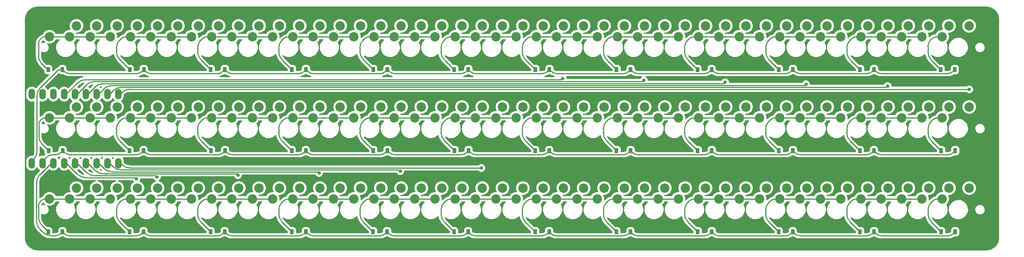
<source format=gbr>
%TF.GenerationSoftware,KiCad,Pcbnew,7.0.7*%
%TF.CreationDate,2023-09-15T12:25:31+10:00*%
%TF.ProjectId,fuckit,6675636b-6974-42e6-9b69-6361645f7063,rev?*%
%TF.SameCoordinates,Original*%
%TF.FileFunction,Copper,L2,Bot*%
%TF.FilePolarity,Positive*%
%FSLAX46Y46*%
G04 Gerber Fmt 4.6, Leading zero omitted, Abs format (unit mm)*
G04 Created by KiCad (PCBNEW 7.0.7) date 2023-09-15 12:25:31*
%MOMM*%
%LPD*%
G01*
G04 APERTURE LIST*
G04 Aperture macros list*
%AMRoundRect*
0 Rectangle with rounded corners*
0 $1 Rounding radius*
0 $2 $3 $4 $5 $6 $7 $8 $9 X,Y pos of 4 corners*
0 Add a 4 corners polygon primitive as box body*
4,1,4,$2,$3,$4,$5,$6,$7,$8,$9,$2,$3,0*
0 Add four circle primitives for the rounded corners*
1,1,$1+$1,$2,$3*
1,1,$1+$1,$4,$5*
1,1,$1+$1,$6,$7*
1,1,$1+$1,$8,$9*
0 Add four rect primitives between the rounded corners*
20,1,$1+$1,$2,$3,$4,$5,0*
20,1,$1+$1,$4,$5,$6,$7,0*
20,1,$1+$1,$6,$7,$8,$9,0*
20,1,$1+$1,$8,$9,$2,$3,0*%
G04 Aperture macros list end*
%TA.AperFunction,ComponentPad*%
%ADD10C,2.200000*%
%TD*%
%TA.AperFunction,SMDPad,CuDef*%
%ADD11RoundRect,0.225000X0.225000X0.375000X-0.225000X0.375000X-0.225000X-0.375000X0.225000X-0.375000X0*%
%TD*%
%TA.AperFunction,ComponentPad*%
%ADD12O,1.500000X2.500000*%
%TD*%
%TA.AperFunction,ViaPad*%
%ADD13C,0.800000*%
%TD*%
%TA.AperFunction,Conductor*%
%ADD14C,0.250000*%
%TD*%
G04 APERTURE END LIST*
D10*
%TO.P,SW106,1,1*%
%TO.N,c4*%
X103187564Y-58281151D03*
%TO.P,SW106,2,2*%
%TO.N,Net-(D28-A)*%
X96837564Y-60821151D03*
%TD*%
%TO.P,SW38,1,1*%
%TO.N,c10*%
X207962564Y-20181151D03*
%TO.P,SW38,2,2*%
%TO.N,Net-(D10-A)*%
X201612564Y-22721151D03*
%TD*%
%TO.P,SW105,1,1*%
%TO.N,c4*%
X98425064Y-58281151D03*
%TO.P,SW105,2,2*%
%TO.N,Net-(D28-A)*%
X92075064Y-60821151D03*
%TD*%
%TO.P,SW113,1,1*%
%TO.N,c6*%
X136525064Y-58281151D03*
%TO.P,SW113,2,2*%
%TO.N,Net-(D30-A)*%
X130175064Y-60821151D03*
%TD*%
%TO.P,SW28,1,1*%
%TO.N,c7*%
X160337564Y-20181151D03*
%TO.P,SW28,2,2*%
%TO.N,Net-(D7-A)*%
X153987564Y-22721151D03*
%TD*%
%TO.P,SW127,1,1*%
%TO.N,c10*%
X203200064Y-58281151D03*
%TO.P,SW127,2,2*%
%TO.N,Net-(D34-A)*%
X196850064Y-60821151D03*
%TD*%
%TO.P,SW76,1,1*%
%TO.N,c8*%
X174625064Y-39231151D03*
%TO.P,SW76,2,2*%
%TO.N,Net-(D20-A)*%
X168275064Y-41771151D03*
%TD*%
%TO.P,SW62,1,1*%
%TO.N,c5*%
X107950064Y-39231151D03*
%TO.P,SW62,2,2*%
%TO.N,Net-(D17-A)*%
X101600064Y-41771151D03*
%TD*%
%TO.P,SW91,1,1*%
%TO.N,c1*%
X31750064Y-58281151D03*
%TO.P,SW91,2,2*%
%TO.N,Net-(D25-A)*%
X25400064Y-60821151D03*
%TD*%
%TO.P,SW131,1,1*%
%TO.N,c11*%
X222250064Y-58281151D03*
%TO.P,SW131,2,2*%
%TO.N,Net-(D35-A)*%
X215900064Y-60821151D03*
%TD*%
%TO.P,SW120,1,1*%
%TO.N,c8*%
X169862564Y-58281151D03*
%TO.P,SW120,2,2*%
%TO.N,Net-(D32-A)*%
X163512564Y-60821151D03*
%TD*%
%TO.P,SW68,1,1*%
%TO.N,c6*%
X136525064Y-39231151D03*
%TO.P,SW68,2,2*%
%TO.N,Net-(D18-A)*%
X130175064Y-41771151D03*
%TD*%
%TO.P,SW27,1,1*%
%TO.N,c7*%
X155575064Y-20181151D03*
%TO.P,SW27,2,2*%
%TO.N,Net-(D7-A)*%
X149225064Y-22721151D03*
%TD*%
%TO.P,SW114,1,1*%
%TO.N,c6*%
X141287564Y-58281151D03*
%TO.P,SW114,2,2*%
%TO.N,Net-(D30-A)*%
X134937564Y-60821151D03*
%TD*%
%TO.P,SW12,1,1*%
%TO.N,c3*%
X84137564Y-20181151D03*
%TO.P,SW12,2,2*%
%TO.N,Net-(D3-A)*%
X77787564Y-22721151D03*
%TD*%
%TO.P,SW59,1,1*%
%TO.N,c4*%
X93662564Y-39231151D03*
%TO.P,SW59,2,2*%
%TO.N,Net-(D16-A)*%
X87312564Y-41771151D03*
%TD*%
%TO.P,SW52,1,1*%
%TO.N,c2*%
X60325064Y-39231151D03*
%TO.P,SW52,2,2*%
%TO.N,Net-(D14-A)*%
X53975064Y-41771151D03*
%TD*%
%TO.P,SW129,1,1*%
%TO.N,c10*%
X212725064Y-58281151D03*
%TO.P,SW129,2,2*%
%TO.N,Net-(D34-A)*%
X206375064Y-60821151D03*
%TD*%
%TO.P,SW33,1,1*%
%TO.N,c9*%
X184150064Y-20181151D03*
%TO.P,SW33,2,2*%
%TO.N,Net-(D9-A)*%
X177800064Y-22721151D03*
%TD*%
%TO.P,SW56,1,1*%
%TO.N,c3*%
X79375064Y-39231151D03*
%TO.P,SW56,2,2*%
%TO.N,Net-(D15-A)*%
X73025064Y-41771151D03*
%TD*%
%TO.P,SW45,1,1*%
%TO.N,c12*%
X241300064Y-20181151D03*
%TO.P,SW45,2,2*%
%TO.N,Net-(D12-A)*%
X234950064Y-22721151D03*
%TD*%
%TO.P,SW118,1,1*%
%TO.N,c7*%
X160337564Y-58281151D03*
%TO.P,SW118,2,2*%
%TO.N,Net-(D31-A)*%
X153987564Y-60821151D03*
%TD*%
%TO.P,SW87,1,1*%
%TO.N,c11*%
X227012564Y-39231151D03*
%TO.P,SW87,2,2*%
%TO.N,Net-(D23-A)*%
X220662564Y-41771151D03*
%TD*%
%TO.P,SW22,1,1*%
%TO.N,c6*%
X131762564Y-20181151D03*
%TO.P,SW22,2,2*%
%TO.N,Net-(D6-A)*%
X125412564Y-22721151D03*
%TD*%
%TO.P,SW14,1,1*%
%TO.N,c4*%
X93662564Y-20181151D03*
%TO.P,SW14,2,2*%
%TO.N,Net-(D4-A)*%
X87312564Y-22721151D03*
%TD*%
%TO.P,SW97,1,1*%
%TO.N,c2*%
X60325064Y-58281151D03*
%TO.P,SW97,2,2*%
%TO.N,Net-(D26-A)*%
X53975064Y-60821151D03*
%TD*%
%TO.P,SW128,1,1*%
%TO.N,c10*%
X207962564Y-58281151D03*
%TO.P,SW128,2,2*%
%TO.N,Net-(D34-A)*%
X201612564Y-60821151D03*
%TD*%
%TO.P,SW36,1,1*%
%TO.N,c9*%
X198437564Y-20181151D03*
%TO.P,SW36,2,2*%
%TO.N,Net-(D9-A)*%
X192087564Y-22721151D03*
%TD*%
%TO.P,SW84,1,1*%
%TO.N,c10*%
X212725064Y-39231151D03*
%TO.P,SW84,2,2*%
%TO.N,Net-(D22-A)*%
X206375064Y-41771151D03*
%TD*%
%TO.P,SW73,1,1*%
%TO.N,c7*%
X160337564Y-39231151D03*
%TO.P,SW73,2,2*%
%TO.N,Net-(D19-A)*%
X153987564Y-41771151D03*
%TD*%
%TO.P,SW83,1,1*%
%TO.N,c10*%
X207962564Y-39231151D03*
%TO.P,SW83,2,2*%
%TO.N,Net-(D22-A)*%
X201612564Y-41771151D03*
%TD*%
%TO.P,SW134,1,1*%
%TO.N,c11*%
X236537564Y-58281151D03*
%TO.P,SW134,2,2*%
%TO.N,Net-(D35-A)*%
X230187564Y-60821151D03*
%TD*%
%TO.P,SW125,1,1*%
%TO.N,c9*%
X193675064Y-58281151D03*
%TO.P,SW125,2,2*%
%TO.N,Net-(D33-A)*%
X187325064Y-60821151D03*
%TD*%
%TO.P,SW69,1,1*%
%TO.N,c6*%
X141287564Y-39231151D03*
%TO.P,SW69,2,2*%
%TO.N,Net-(D18-A)*%
X134937564Y-41771151D03*
%TD*%
%TO.P,SW2,1,1*%
%TO.N,c1*%
X36512564Y-20181151D03*
%TO.P,SW2,2,2*%
%TO.N,Net-(D1-A)*%
X30162564Y-22721151D03*
%TD*%
%TO.P,SW51,1,1*%
%TO.N,c2*%
X55562564Y-39231151D03*
%TO.P,SW51,2,2*%
%TO.N,Net-(D14-A)*%
X49212564Y-41771151D03*
%TD*%
%TO.P,SW26,1,1*%
%TO.N,c7*%
X150812564Y-20181151D03*
%TO.P,SW26,2,2*%
%TO.N,Net-(D7-A)*%
X144462564Y-22721151D03*
%TD*%
%TO.P,SW8,1,1*%
%TO.N,c2*%
X65087564Y-20181151D03*
%TO.P,SW8,2,2*%
%TO.N,Net-(D2-A)*%
X58737564Y-22721151D03*
%TD*%
%TO.P,SW30,1,1*%
%TO.N,c8*%
X169862564Y-20181151D03*
%TO.P,SW30,2,2*%
%TO.N,Net-(D8-A)*%
X163512564Y-22721151D03*
%TD*%
%TO.P,SW58,1,1*%
%TO.N,c4*%
X88900064Y-39231151D03*
%TO.P,SW58,2,2*%
%TO.N,Net-(D16-A)*%
X82550064Y-41771151D03*
%TD*%
%TO.P,SW102,1,1*%
%TO.N,c3*%
X84137564Y-58281151D03*
%TO.P,SW102,2,2*%
%TO.N,Net-(D27-A)*%
X77787564Y-60821151D03*
%TD*%
%TO.P,SW133,1,1*%
%TO.N,c11*%
X231775064Y-58281151D03*
%TO.P,SW133,2,2*%
%TO.N,Net-(D35-A)*%
X225425064Y-60821151D03*
%TD*%
%TO.P,SW9,1,1*%
%TO.N,c3*%
X69850064Y-20181151D03*
%TO.P,SW9,2,2*%
%TO.N,Net-(D3-A)*%
X63500064Y-22721151D03*
%TD*%
%TO.P,SW98,1,1*%
%TO.N,c2*%
X65087564Y-58281151D03*
%TO.P,SW98,2,2*%
%TO.N,Net-(D26-A)*%
X58737564Y-60821151D03*
%TD*%
%TO.P,SW48,1,1*%
%TO.N,c1*%
X41275064Y-39231151D03*
%TO.P,SW48,2,2*%
%TO.N,Net-(D13-A)*%
X34925064Y-41771151D03*
%TD*%
%TO.P,SW126,1,1*%
%TO.N,c9*%
X198437564Y-58281151D03*
%TO.P,SW126,2,2*%
%TO.N,Net-(D33-A)*%
X192087564Y-60821151D03*
%TD*%
%TO.P,SW60,1,1*%
%TO.N,c4*%
X98425064Y-39231151D03*
%TO.P,SW60,2,2*%
%TO.N,Net-(D16-A)*%
X92075064Y-41771151D03*
%TD*%
%TO.P,SW5,1,1*%
%TO.N,c2*%
X50800064Y-20181151D03*
%TO.P,SW5,2,2*%
%TO.N,Net-(D2-A)*%
X44450064Y-22721151D03*
%TD*%
%TO.P,SW66,1,1*%
%TO.N,c6*%
X127000064Y-39231151D03*
%TO.P,SW66,2,2*%
%TO.N,Net-(D18-A)*%
X120650064Y-41771151D03*
%TD*%
%TO.P,SW112,1,1*%
%TO.N,c6*%
X131762564Y-58281151D03*
%TO.P,SW112,2,2*%
%TO.N,Net-(D30-A)*%
X125412564Y-60821151D03*
%TD*%
%TO.P,SW77,1,1*%
%TO.N,c8*%
X179387564Y-39231151D03*
%TO.P,SW77,2,2*%
%TO.N,Net-(D20-A)*%
X173037564Y-41771151D03*
%TD*%
%TO.P,SW74,1,1*%
%TO.N,c8*%
X165100064Y-39231151D03*
%TO.P,SW74,2,2*%
%TO.N,Net-(D20-A)*%
X158750064Y-41771151D03*
%TD*%
%TO.P,SW116,1,1*%
%TO.N,c7*%
X150812564Y-58281151D03*
%TO.P,SW116,2,2*%
%TO.N,Net-(D31-A)*%
X144462564Y-60821151D03*
%TD*%
%TO.P,SW110,1,1*%
%TO.N,c5*%
X122237564Y-58281151D03*
%TO.P,SW110,2,2*%
%TO.N,Net-(D29-A)*%
X115887564Y-60821151D03*
%TD*%
%TO.P,SW39,1,1*%
%TO.N,c10*%
X212725064Y-20181151D03*
%TO.P,SW39,2,2*%
%TO.N,Net-(D10-A)*%
X206375064Y-22721151D03*
%TD*%
%TO.P,SW43,1,1*%
%TO.N,c11*%
X231775064Y-20181151D03*
%TO.P,SW43,2,2*%
%TO.N,Net-(D11-A)*%
X225425064Y-22721151D03*
%TD*%
%TO.P,SW3,1,1*%
%TO.N,c1*%
X41275064Y-20181151D03*
%TO.P,SW3,2,2*%
%TO.N,Net-(D1-A)*%
X34925064Y-22721151D03*
%TD*%
%TO.P,SW96,1,1*%
%TO.N,c2*%
X55562564Y-58281151D03*
%TO.P,SW96,2,2*%
%TO.N,Net-(D26-A)*%
X49212564Y-60821151D03*
%TD*%
%TO.P,SW115,1,1*%
%TO.N,c7*%
X146050064Y-58281151D03*
%TO.P,SW115,2,2*%
%TO.N,Net-(D31-A)*%
X139700064Y-60821151D03*
%TD*%
%TO.P,SW53,1,1*%
%TO.N,c2*%
X65087564Y-39231151D03*
%TO.P,SW53,2,2*%
%TO.N,Net-(D14-A)*%
X58737564Y-41771151D03*
%TD*%
%TO.P,SW44,1,1*%
%TO.N,c11*%
X236537564Y-20181151D03*
%TO.P,SW44,2,2*%
%TO.N,Net-(D11-A)*%
X230187564Y-22721151D03*
%TD*%
%TO.P,SW1,1,1*%
%TO.N,c1*%
X31750064Y-20181151D03*
%TO.P,SW1,2,2*%
%TO.N,Net-(D1-A)*%
X25400064Y-22721151D03*
%TD*%
%TO.P,SW42,1,1*%
%TO.N,c11*%
X227012564Y-20181151D03*
%TO.P,SW42,2,2*%
%TO.N,Net-(D11-A)*%
X220662564Y-22721151D03*
%TD*%
%TO.P,SW21,1,1*%
%TO.N,c6*%
X127000064Y-20181151D03*
%TO.P,SW21,2,2*%
%TO.N,Net-(D6-A)*%
X120650064Y-22721151D03*
%TD*%
%TO.P,SW11,1,1*%
%TO.N,c3*%
X79375064Y-20181151D03*
%TO.P,SW11,2,2*%
%TO.N,Net-(D3-A)*%
X73025064Y-22721151D03*
%TD*%
%TO.P,SW99,1,1*%
%TO.N,c3*%
X69850064Y-58281151D03*
%TO.P,SW99,2,2*%
%TO.N,Net-(D27-A)*%
X63500064Y-60821151D03*
%TD*%
%TO.P,SW24,1,1*%
%TO.N,c6*%
X141287564Y-20181151D03*
%TO.P,SW24,2,2*%
%TO.N,Net-(D6-A)*%
X134937564Y-22721151D03*
%TD*%
%TO.P,SW13,1,1*%
%TO.N,c4*%
X88900064Y-20181151D03*
%TO.P,SW13,2,2*%
%TO.N,Net-(D4-A)*%
X82550064Y-22721151D03*
%TD*%
%TO.P,SW10,1,1*%
%TO.N,c3*%
X74612564Y-20181151D03*
%TO.P,SW10,2,2*%
%TO.N,Net-(D3-A)*%
X68262564Y-22721151D03*
%TD*%
%TO.P,SW104,1,1*%
%TO.N,c4*%
X93662564Y-58281151D03*
%TO.P,SW104,2,2*%
%TO.N,Net-(D28-A)*%
X87312564Y-60821151D03*
%TD*%
%TO.P,SW63,1,1*%
%TO.N,c5*%
X112712564Y-39231151D03*
%TO.P,SW63,2,2*%
%TO.N,Net-(D17-A)*%
X106362564Y-41771151D03*
%TD*%
%TO.P,SW37,1,1*%
%TO.N,c10*%
X203200064Y-20181151D03*
%TO.P,SW37,2,2*%
%TO.N,Net-(D10-A)*%
X196850064Y-22721151D03*
%TD*%
%TO.P,SW31,1,1*%
%TO.N,c8*%
X174625064Y-20181151D03*
%TO.P,SW31,2,2*%
%TO.N,Net-(D8-A)*%
X168275064Y-22721151D03*
%TD*%
%TO.P,SW17,1,1*%
%TO.N,c5*%
X107950064Y-20181151D03*
%TO.P,SW17,2,2*%
%TO.N,Net-(D5-A)*%
X101600064Y-22721151D03*
%TD*%
%TO.P,SW86,1,1*%
%TO.N,c11*%
X222250064Y-39231151D03*
%TO.P,SW86,2,2*%
%TO.N,Net-(D23-A)*%
X215900064Y-41771151D03*
%TD*%
%TO.P,SW41,1,1*%
%TO.N,c11*%
X222250064Y-20181151D03*
%TO.P,SW41,2,2*%
%TO.N,Net-(D11-A)*%
X215900064Y-22721151D03*
%TD*%
%TO.P,SW122,1,1*%
%TO.N,c8*%
X179387564Y-58281151D03*
%TO.P,SW122,2,2*%
%TO.N,Net-(D32-A)*%
X173037564Y-60821151D03*
%TD*%
%TO.P,SW89,1,1*%
%TO.N,c11*%
X236537564Y-39231151D03*
%TO.P,SW89,2,2*%
%TO.N,Net-(D23-A)*%
X230187564Y-41771151D03*
%TD*%
%TO.P,SW72,1,1*%
%TO.N,c7*%
X155575064Y-39231151D03*
%TO.P,SW72,2,2*%
%TO.N,Net-(D19-A)*%
X149225064Y-41771151D03*
%TD*%
%TO.P,SW80,1,1*%
%TO.N,c9*%
X193675064Y-39231151D03*
%TO.P,SW80,2,2*%
%TO.N,Net-(D21-A)*%
X187325064Y-41771151D03*
%TD*%
%TO.P,SW67,1,1*%
%TO.N,c6*%
X131762564Y-39231151D03*
%TO.P,SW67,2,2*%
%TO.N,Net-(D18-A)*%
X125412564Y-41771151D03*
%TD*%
%TO.P,SW25,1,1*%
%TO.N,c7*%
X146050064Y-20181151D03*
%TO.P,SW25,2,2*%
%TO.N,Net-(D7-A)*%
X139700064Y-22721151D03*
%TD*%
%TO.P,SW90,1,1*%
%TO.N,c12*%
X241300064Y-39231151D03*
%TO.P,SW90,2,2*%
%TO.N,Net-(D24-A)*%
X234950064Y-41771151D03*
%TD*%
%TO.P,SW100,1,1*%
%TO.N,c3*%
X74612564Y-58281151D03*
%TO.P,SW100,2,2*%
%TO.N,Net-(D27-A)*%
X68262564Y-60821151D03*
%TD*%
%TO.P,SW94,1,1*%
%TO.N,c1*%
X46037564Y-58281151D03*
%TO.P,SW94,2,2*%
%TO.N,Net-(D25-A)*%
X39687564Y-60821151D03*
%TD*%
%TO.P,SW57,1,1*%
%TO.N,c3*%
X84137564Y-39231151D03*
%TO.P,SW57,2,2*%
%TO.N,Net-(D15-A)*%
X77787564Y-41771151D03*
%TD*%
%TO.P,SW29,1,1*%
%TO.N,c8*%
X165100064Y-20181151D03*
%TO.P,SW29,2,2*%
%TO.N,Net-(D8-A)*%
X158750064Y-22721151D03*
%TD*%
%TO.P,SW107,1,1*%
%TO.N,c5*%
X107950064Y-58281151D03*
%TO.P,SW107,2,2*%
%TO.N,Net-(D29-A)*%
X101600064Y-60821151D03*
%TD*%
%TO.P,SW18,1,1*%
%TO.N,c5*%
X112712564Y-20181151D03*
%TO.P,SW18,2,2*%
%TO.N,Net-(D5-A)*%
X106362564Y-22721151D03*
%TD*%
%TO.P,SW46,1,1*%
%TO.N,c1*%
X31750064Y-39231151D03*
%TO.P,SW46,2,2*%
%TO.N,Net-(D13-A)*%
X25400064Y-41771151D03*
%TD*%
%TO.P,SW132,1,1*%
%TO.N,c11*%
X227012564Y-58281151D03*
%TO.P,SW132,2,2*%
%TO.N,Net-(D35-A)*%
X220662564Y-60821151D03*
%TD*%
%TO.P,SW7,1,1*%
%TO.N,c2*%
X60325064Y-20181151D03*
%TO.P,SW7,2,2*%
%TO.N,Net-(D2-A)*%
X53975064Y-22721151D03*
%TD*%
%TO.P,SW35,1,1*%
%TO.N,c9*%
X193675064Y-20181151D03*
%TO.P,SW35,2,2*%
%TO.N,Net-(D9-A)*%
X187325064Y-22721151D03*
%TD*%
%TO.P,SW123,1,1*%
%TO.N,c9*%
X184150064Y-58281151D03*
%TO.P,SW123,2,2*%
%TO.N,Net-(D33-A)*%
X177800064Y-60821151D03*
%TD*%
%TO.P,SW4,1,1*%
%TO.N,c1*%
X46037564Y-20181151D03*
%TO.P,SW4,2,2*%
%TO.N,Net-(D1-A)*%
X39687564Y-22721151D03*
%TD*%
%TO.P,SW6,1,1*%
%TO.N,c2*%
X55562564Y-20181151D03*
%TO.P,SW6,2,2*%
%TO.N,Net-(D2-A)*%
X49212564Y-22721151D03*
%TD*%
%TO.P,SW49,1,1*%
%TO.N,c1*%
X46037564Y-39231151D03*
%TO.P,SW49,2,2*%
%TO.N,Net-(D13-A)*%
X39687564Y-41771151D03*
%TD*%
%TO.P,SW111,1,1*%
%TO.N,c6*%
X127000064Y-58281151D03*
%TO.P,SW111,2,2*%
%TO.N,Net-(D30-A)*%
X120650064Y-60821151D03*
%TD*%
%TO.P,SW124,1,1*%
%TO.N,c9*%
X188912564Y-58281151D03*
%TO.P,SW124,2,2*%
%TO.N,Net-(D33-A)*%
X182562564Y-60821151D03*
%TD*%
%TO.P,SW95,1,1*%
%TO.N,c2*%
X50800064Y-58281151D03*
%TO.P,SW95,2,2*%
%TO.N,Net-(D26-A)*%
X44450064Y-60821151D03*
%TD*%
%TO.P,SW108,1,1*%
%TO.N,c5*%
X112712564Y-58281151D03*
%TO.P,SW108,2,2*%
%TO.N,Net-(D29-A)*%
X106362564Y-60821151D03*
%TD*%
%TO.P,SW82,1,1*%
%TO.N,c10*%
X203200064Y-39231151D03*
%TO.P,SW82,2,2*%
%TO.N,Net-(D22-A)*%
X196850064Y-41771151D03*
%TD*%
%TO.P,SW47,1,1*%
%TO.N,c1*%
X36512564Y-39231151D03*
%TO.P,SW47,2,2*%
%TO.N,Net-(D13-A)*%
X30162564Y-41771151D03*
%TD*%
%TO.P,SW19,1,1*%
%TO.N,c5*%
X117475064Y-20181151D03*
%TO.P,SW19,2,2*%
%TO.N,Net-(D5-A)*%
X111125064Y-22721151D03*
%TD*%
%TO.P,SW88,1,1*%
%TO.N,c11*%
X231775064Y-39231151D03*
%TO.P,SW88,2,2*%
%TO.N,Net-(D23-A)*%
X225425064Y-41771151D03*
%TD*%
%TO.P,SW119,1,1*%
%TO.N,c8*%
X165100064Y-58281151D03*
%TO.P,SW119,2,2*%
%TO.N,Net-(D32-A)*%
X158750064Y-60821151D03*
%TD*%
%TO.P,SW34,1,1*%
%TO.N,c9*%
X188912564Y-20181151D03*
%TO.P,SW34,2,2*%
%TO.N,Net-(D9-A)*%
X182562564Y-22721151D03*
%TD*%
%TO.P,SW85,1,1*%
%TO.N,c10*%
X217487564Y-39231151D03*
%TO.P,SW85,2,2*%
%TO.N,Net-(D22-A)*%
X211137564Y-41771151D03*
%TD*%
%TO.P,SW54,1,1*%
%TO.N,c3*%
X69850064Y-39231151D03*
%TO.P,SW54,2,2*%
%TO.N,Net-(D15-A)*%
X63500064Y-41771151D03*
%TD*%
%TO.P,SW92,1,1*%
%TO.N,c1*%
X36512564Y-58281151D03*
%TO.P,SW92,2,2*%
%TO.N,Net-(D25-A)*%
X30162564Y-60821151D03*
%TD*%
%TO.P,SW117,1,1*%
%TO.N,c7*%
X155575064Y-58281151D03*
%TO.P,SW117,2,2*%
%TO.N,Net-(D31-A)*%
X149225064Y-60821151D03*
%TD*%
%TO.P,SW109,1,1*%
%TO.N,c5*%
X117475064Y-58281151D03*
%TO.P,SW109,2,2*%
%TO.N,Net-(D29-A)*%
X111125064Y-60821151D03*
%TD*%
%TO.P,SW101,1,1*%
%TO.N,c3*%
X79375064Y-58281151D03*
%TO.P,SW101,2,2*%
%TO.N,Net-(D27-A)*%
X73025064Y-60821151D03*
%TD*%
%TO.P,SW93,1,1*%
%TO.N,c1*%
X41275064Y-58281151D03*
%TO.P,SW93,2,2*%
%TO.N,Net-(D25-A)*%
X34925064Y-60821151D03*
%TD*%
%TO.P,SW50,1,1*%
%TO.N,c2*%
X50800064Y-39231151D03*
%TO.P,SW50,2,2*%
%TO.N,Net-(D14-A)*%
X44450064Y-41771151D03*
%TD*%
%TO.P,SW81,1,1*%
%TO.N,c9*%
X198437564Y-39231151D03*
%TO.P,SW81,2,2*%
%TO.N,Net-(D21-A)*%
X192087564Y-41771151D03*
%TD*%
%TO.P,SW16,1,1*%
%TO.N,c4*%
X103187564Y-20181151D03*
%TO.P,SW16,2,2*%
%TO.N,Net-(D4-A)*%
X96837564Y-22721151D03*
%TD*%
%TO.P,SW40,1,1*%
%TO.N,c10*%
X217487564Y-20181151D03*
%TO.P,SW40,2,2*%
%TO.N,Net-(D10-A)*%
X211137564Y-22721151D03*
%TD*%
%TO.P,SW20,1,1*%
%TO.N,c5*%
X122237564Y-20181151D03*
%TO.P,SW20,2,2*%
%TO.N,Net-(D5-A)*%
X115887564Y-22721151D03*
%TD*%
%TO.P,SW55,1,1*%
%TO.N,c3*%
X74612564Y-39231151D03*
%TO.P,SW55,2,2*%
%TO.N,Net-(D15-A)*%
X68262564Y-41771151D03*
%TD*%
%TO.P,SW23,1,1*%
%TO.N,c6*%
X136525064Y-20181151D03*
%TO.P,SW23,2,2*%
%TO.N,Net-(D6-A)*%
X130175064Y-22721151D03*
%TD*%
%TO.P,SW103,1,1*%
%TO.N,c4*%
X88900064Y-58281151D03*
%TO.P,SW103,2,2*%
%TO.N,Net-(D28-A)*%
X82550064Y-60821151D03*
%TD*%
%TO.P,SW75,1,1*%
%TO.N,c8*%
X169862564Y-39231151D03*
%TO.P,SW75,2,2*%
%TO.N,Net-(D20-A)*%
X163512564Y-41771151D03*
%TD*%
%TO.P,SW71,1,1*%
%TO.N,c7*%
X150812564Y-39231151D03*
%TO.P,SW71,2,2*%
%TO.N,Net-(D19-A)*%
X144462564Y-41771151D03*
%TD*%
%TO.P,SW70,1,1*%
%TO.N,c7*%
X146050064Y-39231151D03*
%TO.P,SW70,2,2*%
%TO.N,Net-(D19-A)*%
X139700064Y-41771151D03*
%TD*%
%TO.P,SW61,1,1*%
%TO.N,c4*%
X103187564Y-39231151D03*
%TO.P,SW61,2,2*%
%TO.N,Net-(D16-A)*%
X96837564Y-41771151D03*
%TD*%
%TO.P,SW121,1,1*%
%TO.N,c8*%
X174625064Y-58281151D03*
%TO.P,SW121,2,2*%
%TO.N,Net-(D32-A)*%
X168275064Y-60821151D03*
%TD*%
%TO.P,SW79,1,1*%
%TO.N,c9*%
X188912564Y-39231151D03*
%TO.P,SW79,2,2*%
%TO.N,Net-(D21-A)*%
X182562564Y-41771151D03*
%TD*%
%TO.P,SW64,1,1*%
%TO.N,c5*%
X117475064Y-39231151D03*
%TO.P,SW64,2,2*%
%TO.N,Net-(D17-A)*%
X111125064Y-41771151D03*
%TD*%
%TO.P,SW65,1,1*%
%TO.N,c5*%
X122237564Y-39231151D03*
%TO.P,SW65,2,2*%
%TO.N,Net-(D17-A)*%
X115887564Y-41771151D03*
%TD*%
%TO.P,SW130,1,1*%
%TO.N,c10*%
X217487564Y-58281151D03*
%TO.P,SW130,2,2*%
%TO.N,Net-(D34-A)*%
X211137564Y-60821151D03*
%TD*%
%TO.P,SW32,1,1*%
%TO.N,c8*%
X179387564Y-20181151D03*
%TO.P,SW32,2,2*%
%TO.N,Net-(D8-A)*%
X173037564Y-22721151D03*
%TD*%
%TO.P,SW15,1,1*%
%TO.N,c4*%
X98425064Y-20181151D03*
%TO.P,SW15,2,2*%
%TO.N,Net-(D4-A)*%
X92075064Y-22721151D03*
%TD*%
%TO.P,SW135,1,1*%
%TO.N,c12*%
X241300064Y-58281151D03*
%TO.P,SW135,2,2*%
%TO.N,Net-(D36-A)*%
X234950064Y-60821151D03*
%TD*%
%TO.P,SW78,1,1*%
%TO.N,c9*%
X184150064Y-39231151D03*
%TO.P,SW78,2,2*%
%TO.N,Net-(D21-A)*%
X177800064Y-41771151D03*
%TD*%
D11*
%TO.P,D27,1,K*%
%TO.N,r3*%
X66539226Y-68560329D03*
%TO.P,D27,2,A*%
%TO.N,Net-(D27-A)*%
X63239226Y-68560329D03*
%TD*%
%TO.P,D15,1,K*%
%TO.N,r2*%
X66638445Y-49510281D03*
%TO.P,D15,2,A*%
%TO.N,Net-(D15-A)*%
X63338445Y-49510281D03*
%TD*%
%TO.P,D12,1,K*%
%TO.N,r1*%
X237927162Y-30460233D03*
%TO.P,D12,2,A*%
%TO.N,Net-(D12-A)*%
X234627162Y-30460233D03*
%TD*%
%TO.P,D28,1,K*%
%TO.N,r3*%
X85625997Y-68560329D03*
%TO.P,D28,2,A*%
%TO.N,Net-(D28-A)*%
X82325997Y-68560329D03*
%TD*%
%TO.P,D19,1,K*%
%TO.N,r2*%
X142739418Y-49510281D03*
%TO.P,D19,2,A*%
%TO.N,Net-(D19-A)*%
X139439418Y-49510281D03*
%TD*%
%TO.P,D29,1,K*%
%TO.N,r3*%
X104676045Y-68560329D03*
%TO.P,D29,2,A*%
%TO.N,Net-(D29-A)*%
X101376045Y-68560329D03*
%TD*%
%TO.P,D13,1,K*%
%TO.N,r2*%
X28501626Y-49510281D03*
%TO.P,D13,2,A*%
%TO.N,Net-(D13-A)*%
X25201626Y-49510281D03*
%TD*%
%TO.P,D4,1,K*%
%TO.N,r1*%
X85625997Y-30460233D03*
%TO.P,D4,2,A*%
%TO.N,Net-(D4-A)*%
X82325997Y-30460233D03*
%TD*%
%TO.P,D17,1,K*%
%TO.N,r2*%
X104738541Y-49510281D03*
%TO.P,D17,2,A*%
%TO.N,Net-(D17-A)*%
X101438541Y-49510281D03*
%TD*%
%TO.P,D21,1,K*%
%TO.N,r2*%
X180876237Y-49510281D03*
%TO.P,D21,2,A*%
%TO.N,Net-(D21-A)*%
X177576237Y-49510281D03*
%TD*%
%TO.P,D8,1,K*%
%TO.N,r1*%
X161826189Y-30460233D03*
%TO.P,D8,2,A*%
%TO.N,Net-(D8-A)*%
X158526189Y-30460233D03*
%TD*%
%TO.P,D31,1,K*%
%TO.N,r3*%
X142702695Y-68560329D03*
%TO.P,D31,2,A*%
%TO.N,Net-(D31-A)*%
X139402695Y-68560329D03*
%TD*%
D12*
%TO.P,U1,1,0*%
%TO.N,r1*%
X21232866Y-52451030D03*
%TO.P,U1,2,1*%
%TO.N,r2*%
X23772866Y-52451030D03*
%TO.P,U1,3,2*%
%TO.N,r3*%
X26312866Y-52451030D03*
%TO.P,U1,4,3*%
%TO.N,c1*%
X28852866Y-52451030D03*
%TO.P,U1,5,4*%
%TO.N,c2*%
X31392866Y-52451030D03*
%TO.P,U1,6,5*%
%TO.N,c3*%
X33932866Y-52451030D03*
%TO.P,U1,7,6*%
%TO.N,c4*%
X36472866Y-52451030D03*
%TO.P,U1,8,7*%
%TO.N,c5*%
X39012866Y-52451030D03*
%TO.P,U1,9,8*%
%TO.N,c6*%
X41552866Y-52451030D03*
%TO.P,U1,15,14*%
%TO.N,c12*%
X41552866Y-36211030D03*
%TO.P,U1,16,15*%
%TO.N,c11*%
X39012866Y-36211030D03*
%TO.P,U1,17,26*%
%TO.N,c10*%
X36472866Y-36211030D03*
%TO.P,U1,18,27*%
%TO.N,c9*%
X33932866Y-36211030D03*
%TO.P,U1,19,28*%
%TO.N,c8*%
X31392866Y-36211030D03*
%TO.P,U1,20,29*%
%TO.N,c7*%
X28852866Y-36211030D03*
%TO.P,U1,21,3V3*%
%TO.N,unconnected-(U1-3V3-Pad21)*%
X26312866Y-36211030D03*
%TO.P,U1,22,GND*%
%TO.N,unconnected-(U1-GND-Pad22)*%
X23772866Y-36211030D03*
%TO.P,U1,23,5V*%
%TO.N,unconnected-(U1-5V-Pad23)*%
X21232866Y-36211030D03*
%TD*%
D11*
%TO.P,D6,1,K*%
%TO.N,r1*%
X123726093Y-30460233D03*
%TO.P,D6,2,A*%
%TO.N,Net-(D6-A)*%
X120426093Y-30460233D03*
%TD*%
%TO.P,D33,1,K*%
%TO.N,r3*%
X180876237Y-68560329D03*
%TO.P,D33,2,A*%
%TO.N,Net-(D33-A)*%
X177576237Y-68560329D03*
%TD*%
%TO.P,D11,1,K*%
%TO.N,r1*%
X218976333Y-30460233D03*
%TO.P,D11,2,A*%
%TO.N,Net-(D11-A)*%
X215676333Y-30460233D03*
%TD*%
%TO.P,D10,1,K*%
%TO.N,r1*%
X199926285Y-30460233D03*
%TO.P,D10,2,A*%
%TO.N,Net-(D10-A)*%
X196626285Y-30460233D03*
%TD*%
%TO.P,D1,1,K*%
%TO.N,r1*%
X28439130Y-30460233D03*
%TO.P,D1,2,A*%
%TO.N,Net-(D1-A)*%
X25139130Y-30460233D03*
%TD*%
%TO.P,D3,1,K*%
%TO.N,r1*%
X66575949Y-30460233D03*
%TO.P,D3,2,A*%
%TO.N,Net-(D3-A)*%
X63275949Y-30460233D03*
%TD*%
%TO.P,D35,1,K*%
%TO.N,r3*%
X218976333Y-68560329D03*
%TO.P,D35,2,A*%
%TO.N,Net-(D35-A)*%
X215676333Y-68560329D03*
%TD*%
%TO.P,D7,1,K*%
%TO.N,r1*%
X142776141Y-30460233D03*
%TO.P,D7,2,A*%
%TO.N,Net-(D7-A)*%
X139476141Y-30460233D03*
%TD*%
%TO.P,D25,1,K*%
%TO.N,r3*%
X28439130Y-68560329D03*
%TO.P,D25,2,A*%
%TO.N,Net-(D25-A)*%
X25139130Y-68560329D03*
%TD*%
%TO.P,D20,1,K*%
%TO.N,r2*%
X161826189Y-49510281D03*
%TO.P,D20,2,A*%
%TO.N,Net-(D20-A)*%
X158526189Y-49510281D03*
%TD*%
%TO.P,D30,1,K*%
%TO.N,r3*%
X123689370Y-68560329D03*
%TO.P,D30,2,A*%
%TO.N,Net-(D30-A)*%
X120389370Y-68560329D03*
%TD*%
%TO.P,D9,1,K*%
%TO.N,r1*%
X180839514Y-30460233D03*
%TO.P,D9,2,A*%
%TO.N,Net-(D9-A)*%
X177539514Y-30460233D03*
%TD*%
%TO.P,D16,1,K*%
%TO.N,r2*%
X85589274Y-49510281D03*
%TO.P,D16,2,A*%
%TO.N,Net-(D16-A)*%
X82289274Y-49510281D03*
%TD*%
%TO.P,D18,1,K*%
%TO.N,r2*%
X123788589Y-49510281D03*
%TO.P,D18,2,A*%
%TO.N,Net-(D18-A)*%
X120488589Y-49510281D03*
%TD*%
%TO.P,D5,1,K*%
%TO.N,r1*%
X104738541Y-30460233D03*
%TO.P,D5,2,A*%
%TO.N,Net-(D5-A)*%
X101438541Y-30460233D03*
%TD*%
%TO.P,D14,1,K*%
%TO.N,r2*%
X47489178Y-49510281D03*
%TO.P,D14,2,A*%
%TO.N,Net-(D14-A)*%
X44189178Y-49510281D03*
%TD*%
%TO.P,D24,1,K*%
%TO.N,r2*%
X238026381Y-49510281D03*
%TO.P,D24,2,A*%
%TO.N,Net-(D24-A)*%
X234726381Y-49510281D03*
%TD*%
%TO.P,D2,1,K*%
%TO.N,r1*%
X47551674Y-30460233D03*
%TO.P,D2,2,A*%
%TO.N,Net-(D2-A)*%
X44251674Y-30460233D03*
%TD*%
%TO.P,D36,1,K*%
%TO.N,r3*%
X238026381Y-68560329D03*
%TO.P,D36,2,A*%
%TO.N,Net-(D36-A)*%
X234726381Y-68560329D03*
%TD*%
%TO.P,D22,1,K*%
%TO.N,r2*%
X199926285Y-49510281D03*
%TO.P,D22,2,A*%
%TO.N,Net-(D22-A)*%
X196626285Y-49510281D03*
%TD*%
%TO.P,D32,1,K*%
%TO.N,r3*%
X161789466Y-68560329D03*
%TO.P,D32,2,A*%
%TO.N,Net-(D32-A)*%
X158489466Y-68560329D03*
%TD*%
%TO.P,D26,1,K*%
%TO.N,r3*%
X47489178Y-68560329D03*
%TO.P,D26,2,A*%
%TO.N,Net-(D26-A)*%
X44189178Y-68560329D03*
%TD*%
%TO.P,D34,1,K*%
%TO.N,r3*%
X199889562Y-68560329D03*
%TO.P,D34,2,A*%
%TO.N,Net-(D34-A)*%
X196589562Y-68560329D03*
%TD*%
%TO.P,D23,1,K*%
%TO.N,r2*%
X218939610Y-49510281D03*
%TO.P,D23,2,A*%
%TO.N,Net-(D23-A)*%
X215639610Y-49510281D03*
%TD*%
D13*
%TO.N,c7*%
X145897564Y-32561530D03*
%TO.N,c8*%
X164947564Y-33011530D03*
%TO.N,c9*%
X183997564Y-33461530D03*
%TO.N,c10*%
X203002074Y-33911530D03*
%TO.N,c11*%
X222151341Y-34329774D03*
%TO.N,c12*%
X241300608Y-35123526D03*
%TO.N,c1*%
X45839178Y-56102760D03*
%TO.N,c2*%
X50647564Y-55652760D03*
%TO.N,c3*%
X69651738Y-55264983D03*
%TO.N,c4*%
X88701786Y-54752760D03*
%TO.N,c5*%
X107751834Y-54302760D03*
%TO.N,c6*%
X126801882Y-53578260D03*
%TD*%
D14*
%TO.N,c6*%
X47079856Y-53578260D02*
X46783081Y-53578260D01*
X45619272Y-53578260D02*
X44744475Y-53578260D01*
X47376631Y-53578260D02*
X47079856Y-53578260D01*
X50742960Y-53578260D02*
X48399816Y-53578260D01*
%TO.N,c5*%
X47644176Y-54028260D02*
X45301032Y-54028260D01*
X49987320Y-54028260D02*
X47644176Y-54028260D01*
X52330464Y-54028260D02*
X49987320Y-54028260D01*
%TO.N,c4*%
X50173716Y-54478260D02*
X47830572Y-54478260D01*
X52516860Y-54478260D02*
X50173716Y-54478260D01*
X47830572Y-54478260D02*
X45487428Y-54478260D01*
%TO.N,c3*%
X64610625Y-54928260D02*
X62267481Y-54928260D01*
X66953769Y-54928260D02*
X64610625Y-54928260D01*
X68735426Y-54928260D02*
X67515255Y-54928260D01*
%TO.N,c1*%
X35572787Y-55828260D02*
X34440197Y-55828260D01*
X38421086Y-55828260D02*
X36144690Y-55828260D01*
X33879510Y-55828260D02*
X33868293Y-55828260D01*
X33865489Y-55828260D02*
X33859881Y-55828260D01*
%TO.N,c10*%
X42444141Y-34186030D02*
X41965972Y-34186030D01*
X42922310Y-34186030D02*
X42444141Y-34186030D01*
X48541086Y-34186030D02*
X46197942Y-34186030D01*
X46197942Y-34186030D02*
X43854798Y-34186030D01*
X41164951Y-34186030D02*
X40471548Y-34186030D01*
%TO.N,c9*%
X53639367Y-33736030D02*
X51296223Y-33736030D01*
X55982511Y-33736030D02*
X53639367Y-33736030D01*
X51296223Y-33736030D02*
X48953079Y-33736030D01*
X48953079Y-33736030D02*
X46609935Y-33736030D01*
%TO.N,c8*%
X162619940Y-33286030D02*
X162034220Y-33286030D01*
X161939721Y-33286030D02*
X161165004Y-33286030D01*
X50601690Y-33286030D02*
X48258546Y-33286030D01*
X55287978Y-33286030D02*
X52944834Y-33286030D01*
X52944834Y-33286030D02*
X50601690Y-33286030D01*
X48258546Y-33286030D02*
X45915402Y-33286030D01*
X163713482Y-33286030D02*
X163283557Y-33286030D01*
X151927284Y-33286030D02*
X149584140Y-33286030D01*
X144897852Y-33286030D02*
X142554708Y-33286030D01*
X149584140Y-33286030D02*
X147240996Y-33286030D01*
X147240996Y-33286030D02*
X144897852Y-33286030D01*
X164530766Y-33286030D02*
X164289837Y-33286030D01*
X164143407Y-33286030D02*
X163713482Y-33286030D01*
X160484786Y-33286030D02*
X158349633Y-33286030D01*
X163205660Y-33286030D02*
X162619940Y-33286030D01*
%TO.N,c7*%
X145520606Y-32836030D02*
X145516830Y-32836030D01*
X143643964Y-32836030D02*
X143198161Y-32836030D01*
X145355834Y-32836030D02*
X145211827Y-32836030D01*
X145513054Y-32836030D02*
X145509279Y-32836030D01*
X144464227Y-32836030D02*
X144065986Y-32836030D01*
X145147843Y-32836030D02*
X145052718Y-32836030D01*
X145460064Y-32836030D02*
X145395611Y-32836030D01*
X142776139Y-32836030D02*
X141486292Y-32836030D01*
X144957593Y-32836030D02*
X144862468Y-32836030D01*
X52758438Y-32836030D02*
X50415294Y-32836030D01*
X144065986Y-32836030D02*
X143667745Y-32836030D01*
X55101582Y-32836030D02*
X52758438Y-32836030D01*
X46787779Y-32836030D02*
X46562182Y-32836030D01*
X145052718Y-32836030D02*
X144957593Y-32836030D01*
X47013376Y-32836030D02*
X46787779Y-32836030D01*
X145499841Y-32836030D02*
X145484740Y-32836030D01*
X145509279Y-32836030D02*
X145505504Y-32836030D01*
X50415294Y-32836030D02*
X48072150Y-32836030D01*
X43160265Y-32836030D02*
X40817121Y-32836030D01*
X40817121Y-32836030D02*
X38473977Y-32836030D01*
X45503409Y-32836030D02*
X43160265Y-32836030D01*
X144786689Y-32836030D02*
X144540006Y-32836030D01*
%TO.N,Net-(D35-A)*%
X219442576Y-60821151D02*
X217671319Y-60821151D01*
X215678656Y-60821151D02*
X215235842Y-60821151D01*
X216564284Y-60821151D02*
X216121470Y-60821151D01*
X217007098Y-60821151D02*
X216564284Y-60821151D01*
%TO.N,Net-(D34-A)*%
X198178506Y-60821151D02*
X197292877Y-60821151D01*
X196296545Y-60821151D02*
X196075138Y-60821151D01*
X196739359Y-60821151D02*
X196517952Y-60821151D01*
X196960766Y-60821151D02*
X196739359Y-60821151D01*
%TO.N,Net-(D33-A)*%
X177578656Y-60821151D02*
X177135842Y-60821151D01*
X178464284Y-60821151D02*
X178021470Y-60821151D01*
X181342576Y-60821151D02*
X179571319Y-60821151D01*
X178907098Y-60821151D02*
X178464284Y-60821151D01*
%TO.N,Net-(D32-A)*%
X158860766Y-60821151D02*
X158639359Y-60821151D01*
X158196545Y-60821151D02*
X157975138Y-60821151D01*
X158639359Y-60821151D02*
X158417952Y-60821151D01*
X160078506Y-60821151D02*
X159192877Y-60821151D01*
%TO.N,Net-(D31-A)*%
X139146545Y-60821151D02*
X138925138Y-60821151D01*
X139810766Y-60821151D02*
X139589359Y-60821151D01*
X141028506Y-60821151D02*
X140142877Y-60821151D01*
X139589359Y-60821151D02*
X139367952Y-60821151D01*
%TO.N,Net-(D30-A)*%
X121978506Y-60821151D02*
X121092877Y-60821151D01*
X120760766Y-60821151D02*
X120539359Y-60821151D01*
X120096545Y-60821151D02*
X119875138Y-60821151D01*
X120539359Y-60821151D02*
X120317952Y-60821151D01*
%TO.N,Net-(D29-A)*%
X101046545Y-60821151D02*
X100825138Y-60821151D01*
X101489359Y-60821151D02*
X101267952Y-60821151D01*
X102928506Y-60821151D02*
X102042877Y-60821151D01*
X101710766Y-60821151D02*
X101489359Y-60821151D01*
%TO.N,Net-(D28-A)*%
X86092576Y-60821151D02*
X84321319Y-60821151D01*
X83214284Y-60821151D02*
X82771470Y-60821151D01*
X83657098Y-60821151D02*
X83214284Y-60821151D01*
X82328656Y-60821151D02*
X81885842Y-60821151D01*
%TO.N,Net-(D27-A)*%
X63389359Y-60821151D02*
X63167952Y-60821151D01*
X64828506Y-60821151D02*
X63942877Y-60821151D01*
X62946545Y-60821151D02*
X62725138Y-60821151D01*
X63610766Y-60821151D02*
X63389359Y-60821151D01*
%TO.N,Net-(D26-A)*%
X45114284Y-60821151D02*
X44671470Y-60821151D01*
X45557098Y-60821151D02*
X45114284Y-60821151D01*
X47992576Y-60821151D02*
X46221319Y-60821151D01*
X44228656Y-60821151D02*
X43785842Y-60821151D01*
%TO.N,Net-(D25-A)*%
X25296123Y-60821151D02*
X25088244Y-60821151D01*
X24880366Y-60821151D02*
X24672488Y-60821151D01*
X25504002Y-60821151D02*
X25296123Y-60821151D01*
X26647335Y-60821151D02*
X25815820Y-60821151D01*
%TO.N,Net-(D22-A)*%
X200392576Y-41771151D02*
X198621319Y-41771151D01*
X197957098Y-41771151D02*
X197514284Y-41771151D01*
X196628656Y-41771151D02*
X196185842Y-41771151D01*
X197514284Y-41771151D02*
X197071470Y-41771151D01*
%TO.N,Net-(D21-A)*%
X177910766Y-41771151D02*
X177689359Y-41771151D01*
X179128506Y-41771151D02*
X178242877Y-41771151D01*
X177246545Y-41771151D02*
X177025138Y-41771151D01*
X177689359Y-41771151D02*
X177467952Y-41771151D01*
%TO.N,Net-(D20-A)*%
X158196545Y-41771151D02*
X157975138Y-41771151D01*
X158639359Y-41771151D02*
X158417952Y-41771151D01*
X160078506Y-41771151D02*
X159192877Y-41771151D01*
X158860766Y-41771151D02*
X158639359Y-41771151D01*
%TO.N,Net-(D19-A)*%
X139146545Y-41771151D02*
X138925138Y-41771151D01*
X139810766Y-41771151D02*
X139589359Y-41771151D01*
X141028506Y-41771151D02*
X140142877Y-41771151D01*
X139589359Y-41771151D02*
X139367952Y-41771151D01*
%TO.N,Net-(D18-A)*%
X121978506Y-41771151D02*
X121092877Y-41771151D01*
X120760766Y-41771151D02*
X120539359Y-41771151D01*
X120096545Y-41771151D02*
X119875138Y-41771151D01*
X120539359Y-41771151D02*
X120317952Y-41771151D01*
%TO.N,Net-(D17-A)*%
X102928506Y-41771151D02*
X102042877Y-41771151D01*
X101710766Y-41771151D02*
X101489359Y-41771151D01*
X101046545Y-41771151D02*
X100825138Y-41771151D01*
X101489359Y-41771151D02*
X101267952Y-41771151D01*
%TO.N,Net-(D16-A)*%
X86117576Y-41771151D02*
X84333819Y-41771151D01*
X82327093Y-41771151D02*
X81881154Y-41771151D01*
X83664910Y-41771151D02*
X83218971Y-41771151D01*
X83218971Y-41771151D02*
X82773032Y-41771151D01*
%TO.N,Net-(D15-A)*%
X62946545Y-41771151D02*
X62725138Y-41771151D01*
X63610766Y-41771151D02*
X63389359Y-41771151D01*
X63389359Y-41771151D02*
X63167952Y-41771151D01*
X64828506Y-41771151D02*
X63942877Y-41771151D01*
%TO.N,Net-(D14-A)*%
X43896545Y-41771151D02*
X43675138Y-41771151D01*
X44560766Y-41771151D02*
X44339359Y-41771151D01*
X44339359Y-41771151D02*
X44117952Y-41771151D01*
X45778506Y-41771151D02*
X44892877Y-41771151D01*
%TO.N,Net-(D13-A)*%
X24636444Y-41771151D02*
X24608048Y-41771151D01*
X24551256Y-41771151D02*
X24522860Y-41771151D01*
X24792623Y-41771151D02*
X24679038Y-41771151D01*
X28511332Y-41771151D02*
X26955698Y-41771151D01*
X24608048Y-41771151D02*
X24579652Y-41771151D01*
X25969228Y-41771151D02*
X25551923Y-41771151D01*
X26386533Y-41771151D02*
X25969228Y-41771151D01*
X25191411Y-41771151D02*
X24887691Y-41771151D01*
%TO.N,Net-(D11-A)*%
X217007098Y-22721151D02*
X216564284Y-22721151D01*
X219442576Y-22721151D02*
X217671319Y-22721151D01*
X215678656Y-22721151D02*
X215235842Y-22721151D01*
X216564284Y-22721151D02*
X216121470Y-22721151D01*
%TO.N,Net-(D10-A)*%
X196960766Y-22721151D02*
X196739359Y-22721151D01*
X198178506Y-22721151D02*
X197292877Y-22721151D01*
X196739359Y-22721151D02*
X196517952Y-22721151D01*
X196296545Y-22721151D02*
X196075138Y-22721151D01*
%TO.N,Net-(D9-A)*%
X177578656Y-22721151D02*
X177135842Y-22721151D01*
X178464284Y-22721151D02*
X178021470Y-22721151D01*
X181342576Y-22721151D02*
X179571319Y-22721151D01*
X178907098Y-22721151D02*
X178464284Y-22721151D01*
%TO.N,Net-(D8-A)*%
X158860766Y-22721151D02*
X158639359Y-22721151D01*
X158196545Y-22721151D02*
X157975138Y-22721151D01*
X158639359Y-22721151D02*
X158417952Y-22721151D01*
X160078506Y-22721151D02*
X159192877Y-22721151D01*
%TO.N,Net-(D7-A)*%
X139810766Y-22721151D02*
X139589359Y-22721151D01*
X139146545Y-22721151D02*
X138925138Y-22721151D01*
X141028506Y-22721151D02*
X140142877Y-22721151D01*
X139589359Y-22721151D02*
X139367952Y-22721151D01*
%TO.N,Net-(D6-A)*%
X120096545Y-22721151D02*
X119875138Y-22721151D01*
X120539359Y-22721151D02*
X120317952Y-22721151D01*
X121978506Y-22721151D02*
X121092877Y-22721151D01*
X120760766Y-22721151D02*
X120539359Y-22721151D01*
%TO.N,Net-(D5-A)*%
X101377093Y-22721151D02*
X100931154Y-22721151D01*
X102714910Y-22721151D02*
X102268971Y-22721151D01*
X105167576Y-22721151D02*
X103383819Y-22721151D01*
X102268971Y-22721151D02*
X101823032Y-22721151D01*
%TO.N,Net-(D4-A)*%
X81996545Y-22721151D02*
X81775138Y-22721151D01*
X82439359Y-22721151D02*
X82217952Y-22721151D01*
X82660766Y-22721151D02*
X82439359Y-22721151D01*
X83878506Y-22721151D02*
X82992877Y-22721151D01*
%TO.N,Net-(D3-A)*%
X63610766Y-22721151D02*
X63389359Y-22721151D01*
X64828506Y-22721151D02*
X63942877Y-22721151D01*
X63389359Y-22721151D02*
X63167952Y-22721151D01*
X62946545Y-22721151D02*
X62725138Y-22721151D01*
%TO.N,Net-(D2-A)*%
X44560766Y-22721151D02*
X44339359Y-22721151D01*
X44339359Y-22721151D02*
X44117952Y-22721151D01*
X45778506Y-22721151D02*
X44892877Y-22721151D01*
X43896545Y-22721151D02*
X43675138Y-22721151D01*
%TO.N,Net-(D1-A)*%
X25296123Y-22721151D02*
X25088244Y-22721151D01*
X24880366Y-22721151D02*
X24672488Y-22721151D01*
X25504002Y-22721151D02*
X25296123Y-22721151D01*
X26647335Y-22721151D02*
X25815820Y-22721151D01*
X26647335Y-22721151D02*
X39687564Y-22721151D01*
X22820370Y-27212929D02*
X22820370Y-24469330D01*
X24672488Y-22721151D02*
X24568549Y-22721151D01*
X25504002Y-22721151D02*
X25815820Y-22721151D01*
X23617266Y-29136807D02*
X25139130Y-30658671D01*
X25088244Y-22721151D02*
X24880366Y-22721151D01*
X23332395Y-23233176D02*
G75*
G03*
X22820370Y-24469330I1236105J-1236124D01*
G01*
X24568549Y-22721178D02*
G75*
G03*
X23332401Y-23233182I-49J-1748122D01*
G01*
X22820370Y-27212929D02*
G75*
G03*
X23617267Y-29136806I2720770J-1D01*
G01*
%TO.N,Net-(D2-A)*%
X41110064Y-25399162D02*
X41110064Y-26191641D01*
X44560766Y-22721151D02*
X44892877Y-22721151D01*
X44117952Y-22721151D02*
X43896545Y-22721151D01*
X45778506Y-22721151D02*
X58737564Y-22721151D01*
X41906960Y-28115519D02*
X44251674Y-30460233D01*
X43564435Y-22721151D02*
X43675138Y-22721151D01*
X42052572Y-23347384D02*
X41894435Y-23505522D01*
X43564435Y-22721161D02*
G75*
G03*
X42052572Y-23347384I-35J-2138039D01*
G01*
X41110024Y-26191641D02*
G75*
G03*
X41906960Y-28115519I2720776J41D01*
G01*
X41894449Y-23505536D02*
G75*
G03*
X41110064Y-25399162I1893651J-1893664D01*
G01*
%TO.N,Net-(D3-A)*%
X60969460Y-28153744D02*
X63275949Y-30460233D01*
X63610766Y-22721151D02*
X63942877Y-22721151D01*
X61102573Y-23347384D02*
X60950685Y-23499272D01*
X60172564Y-25377823D02*
X60172564Y-26229866D01*
X63167952Y-22721151D02*
X62946545Y-22721151D01*
X64828506Y-22721151D02*
X77787564Y-22721151D01*
X62725138Y-22721151D02*
X62614435Y-22721151D01*
X60950681Y-23499268D02*
G75*
G03*
X60172564Y-25377823I1878519J-1878532D01*
G01*
X62614435Y-22721162D02*
G75*
G03*
X61102573Y-23347384I-35J-2138038D01*
G01*
X60172577Y-26229866D02*
G75*
G03*
X60969460Y-28153744I2720723J-34D01*
G01*
%TO.N,Net-(D4-A)*%
X80019460Y-28153696D02*
X82325997Y-30460233D01*
X81996545Y-22721151D02*
X82217952Y-22721151D01*
X83878506Y-22721151D02*
X96837564Y-22721151D01*
X81775138Y-22721151D02*
X81664435Y-22721151D01*
X82660766Y-22721151D02*
X82992877Y-22721151D01*
X80152572Y-23347384D02*
X80000685Y-23499272D01*
X79222564Y-26229818D02*
X79222564Y-25377823D01*
X80000681Y-23499268D02*
G75*
G03*
X79222564Y-25377823I1878519J-1878532D01*
G01*
X81664435Y-22721161D02*
G75*
G03*
X80152572Y-23347384I-35J-2138039D01*
G01*
X79222540Y-26229818D02*
G75*
G03*
X80019460Y-28153696I2720760J18D01*
G01*
%TO.N,Net-(D5-A)*%
X98260064Y-26154774D02*
X98260064Y-25377823D01*
X99038185Y-23499272D02*
X99185653Y-23351804D01*
X99056960Y-28078652D02*
X101438541Y-30460233D01*
X101377093Y-22721151D02*
X101823032Y-22721151D01*
X102714910Y-22721151D02*
X103383819Y-22721151D01*
X105167576Y-22721151D02*
X115887564Y-22721151D01*
X100931154Y-22721151D02*
X100708185Y-22721151D01*
X98260071Y-26154774D02*
G75*
G03*
X99056960Y-28078652I2720729J-26D01*
G01*
X100708185Y-22721130D02*
G75*
G03*
X99185653Y-23351804I15J-2153170D01*
G01*
X99038181Y-23499268D02*
G75*
G03*
X98260064Y-25377823I1878519J-1878532D01*
G01*
%TO.N,Net-(D6-A)*%
X119875138Y-22721151D02*
X119764435Y-22721151D01*
X118106960Y-28141100D02*
X120426093Y-30460233D01*
X118252572Y-23347384D02*
X118094435Y-23505522D01*
X117310064Y-26217222D02*
X117310064Y-25399162D01*
X121978506Y-22721151D02*
X134937564Y-22721151D01*
X120096545Y-22721151D02*
X120317952Y-22721151D01*
X121092877Y-22721151D02*
X120760766Y-22721151D01*
X119764435Y-22721161D02*
G75*
G03*
X118252572Y-23347384I-35J-2138039D01*
G01*
X117310037Y-26217222D02*
G75*
G03*
X118106960Y-28141100I2720763J22D01*
G01*
X118094449Y-23505536D02*
G75*
G03*
X117310064Y-25399162I1893651J-1893664D01*
G01*
%TO.N,Net-(D7-A)*%
X138814435Y-22721151D02*
X138925138Y-22721151D01*
X137302573Y-23347384D02*
X137150685Y-23499272D01*
X136372564Y-26229674D02*
X136372564Y-25377823D01*
X139146545Y-22721151D02*
X139367952Y-22721151D01*
X139810766Y-22721151D02*
X140142877Y-22721151D01*
X141028506Y-22721151D02*
X153987564Y-22721151D01*
X137169460Y-28153552D02*
X139476141Y-30460233D01*
X137150681Y-23499268D02*
G75*
G03*
X136372564Y-25377823I1878519J-1878532D01*
G01*
X138814435Y-22721162D02*
G75*
G03*
X137302573Y-23347384I-35J-2138038D01*
G01*
X136372571Y-26229674D02*
G75*
G03*
X137169460Y-28153552I2720729J-26D01*
G01*
%TO.N,Net-(D8-A)*%
X156219460Y-28153504D02*
X158526189Y-30460233D01*
X157975138Y-22721151D02*
X157864435Y-22721151D01*
X160078506Y-22721151D02*
X173037564Y-22721151D01*
X156200685Y-23499272D02*
X156352572Y-23347384D01*
X155422564Y-26229626D02*
X155422564Y-25377823D01*
X158196545Y-22721151D02*
X158417952Y-22721151D01*
X158860766Y-22721151D02*
X159192877Y-22721151D01*
X156200681Y-23499268D02*
G75*
G03*
X155422564Y-25377823I1878519J-1878532D01*
G01*
X157864435Y-22721161D02*
G75*
G03*
X156352572Y-23347384I-35J-2138039D01*
G01*
X155422535Y-26229626D02*
G75*
G03*
X156219461Y-28153503I2720765J26D01*
G01*
%TO.N,Net-(D9-A)*%
X175269460Y-28190179D02*
X177539514Y-30460233D01*
X175402573Y-23347384D02*
X175250685Y-23499272D01*
X177578656Y-22721151D02*
X178021470Y-22721151D01*
X176914435Y-22721151D02*
X177135842Y-22721151D01*
X181342576Y-22721151D02*
X192087564Y-22721151D01*
X179571319Y-22721151D02*
X178907098Y-22721151D01*
X174472564Y-26266301D02*
X174472564Y-25377823D01*
X174472552Y-26266301D02*
G75*
G03*
X175269460Y-28190179I2720748J1D01*
G01*
X176914435Y-22721162D02*
G75*
G03*
X175402573Y-23347384I-35J-2138038D01*
G01*
X175250681Y-23499268D02*
G75*
G03*
X174472564Y-25377823I1878519J-1878532D01*
G01*
%TO.N,Net-(D10-A)*%
X194452573Y-23347384D02*
X194300685Y-23499272D01*
X196075138Y-22721151D02*
X195964435Y-22721151D01*
X196517952Y-22721151D02*
X196296545Y-22721151D01*
X196960766Y-22721151D02*
X197292877Y-22721151D01*
X198178506Y-22721151D02*
X211137564Y-22721151D01*
X194319460Y-28153408D02*
X196626285Y-30460233D01*
X193522564Y-25377823D02*
X193522564Y-26229530D01*
X194300681Y-23499268D02*
G75*
G03*
X193522564Y-25377823I1878519J-1878532D01*
G01*
X193522532Y-26229530D02*
G75*
G03*
X194319460Y-28153408I2720768J30D01*
G01*
X195964435Y-22721162D02*
G75*
G03*
X194452573Y-23347384I-35J-2138038D01*
G01*
%TO.N,Net-(D11-A)*%
X215014435Y-22721151D02*
X215235842Y-22721151D01*
X215678656Y-22721151D02*
X216121470Y-22721151D01*
X213502573Y-23347384D02*
X213350685Y-23499272D01*
X219442576Y-22721151D02*
X230187564Y-22721151D01*
X213369460Y-28153360D02*
X215676333Y-30460233D01*
X212572564Y-26229482D02*
X212572564Y-25377823D01*
X217007098Y-22721151D02*
X217671319Y-22721151D01*
X212572566Y-26229482D02*
G75*
G03*
X213369461Y-28153359I2720734J-18D01*
G01*
X213350681Y-23499268D02*
G75*
G03*
X212572564Y-25377823I1878519J-1878532D01*
G01*
X215014435Y-22721162D02*
G75*
G03*
X213502573Y-23347384I-35J-2138038D01*
G01*
%TO.N,Net-(D12-A)*%
X231610064Y-26316153D02*
X231610064Y-25036240D01*
X233925153Y-22721151D02*
X234950064Y-22721151D01*
X232406960Y-28240031D02*
X234627162Y-30460233D01*
X232288129Y-23399216D02*
G75*
G03*
X231610064Y-25036240I1636971J-1636984D01*
G01*
X233925153Y-22721177D02*
G75*
G03*
X232288138Y-23399225I-53J-2315023D01*
G01*
X231610086Y-26316153D02*
G75*
G03*
X232406960Y-28240031I2720714J-47D01*
G01*
%TO.N,Net-(D13-A)*%
X22905064Y-46086737D02*
X22905064Y-43374749D01*
X28511332Y-41771151D02*
X39687564Y-41771151D01*
X24636444Y-41771151D02*
X24679038Y-41771151D01*
X24522860Y-41771151D02*
X24508662Y-41771151D01*
X26955698Y-41771151D02*
X26386533Y-41771151D01*
X24551256Y-41771151D02*
X24579652Y-41771151D01*
X23701960Y-48010615D02*
X25201626Y-49510281D01*
X25551923Y-41771151D02*
X25191411Y-41771151D01*
X24792623Y-41771151D02*
X24887691Y-41771151D01*
X22905064Y-46086737D02*
G75*
G03*
X23701960Y-48010615I2720766J-3D01*
G01*
X24508662Y-41771110D02*
G75*
G03*
X23374747Y-42240834I38J-1603590D01*
G01*
X23374715Y-42240802D02*
G75*
G03*
X22905064Y-43374749I1133985J-1133898D01*
G01*
%TO.N,Net-(D14-A)*%
X43896545Y-41771151D02*
X44117952Y-41771151D01*
X42052573Y-42397384D02*
X41894435Y-42555522D01*
X45778506Y-41771151D02*
X58737564Y-41771151D01*
X41110064Y-45304185D02*
X41110064Y-44449162D01*
X41906960Y-47228063D02*
X44189178Y-49510281D01*
X44560766Y-41771151D02*
X44892877Y-41771151D01*
X43675138Y-41771151D02*
X43564435Y-41771151D01*
X41110064Y-45304185D02*
G75*
G03*
X41906961Y-47228062I2720736J-15D01*
G01*
X41894449Y-42555536D02*
G75*
G03*
X41110064Y-44449162I1893651J-1893664D01*
G01*
X43564435Y-41771162D02*
G75*
G03*
X42052573Y-42397384I-35J-2138038D01*
G01*
%TO.N,Net-(D15-A)*%
X64828506Y-41771151D02*
X77787564Y-41771151D01*
X62946545Y-41771151D02*
X63167952Y-41771151D01*
X62725138Y-41771151D02*
X62614435Y-41771151D01*
X60160064Y-44449162D02*
X60160064Y-45204918D01*
X61102572Y-42397384D02*
X60944435Y-42555522D01*
X60956960Y-47128796D02*
X63338445Y-49510281D01*
X63610766Y-41771151D02*
X63942877Y-41771151D01*
X60160040Y-45204918D02*
G75*
G03*
X60956960Y-47128796I2720760J18D01*
G01*
X60944449Y-42555536D02*
G75*
G03*
X60160064Y-44449162I1893651J-1893664D01*
G01*
X62614435Y-41771161D02*
G75*
G03*
X61102572Y-42397384I-35J-2138039D01*
G01*
%TO.N,Net-(D16-A)*%
X79988185Y-42549272D02*
X80135653Y-42401804D01*
X86117576Y-41771151D02*
X96837564Y-41771151D01*
X80006960Y-47227967D02*
X82289274Y-49510281D01*
X81658185Y-41771151D02*
X81881154Y-41771151D01*
X82327093Y-41771151D02*
X82773032Y-41771151D01*
X84333819Y-41771151D02*
X83664910Y-41771151D01*
X79210064Y-45304089D02*
X79210064Y-44427823D01*
X79988181Y-42549268D02*
G75*
G03*
X79210064Y-44427823I1878519J-1878532D01*
G01*
X81658185Y-41771130D02*
G75*
G03*
X80135653Y-42401804I15J-2153170D01*
G01*
X79210061Y-45304089D02*
G75*
G03*
X80006961Y-47227966I2720739J-11D01*
G01*
%TO.N,Net-(D17-A)*%
X99044435Y-42555522D02*
X99202572Y-42397384D01*
X102928506Y-41771151D02*
X115887564Y-41771151D01*
X98260064Y-44449162D02*
X98260064Y-45204822D01*
X99056960Y-47128700D02*
X101438541Y-49510281D01*
X100825138Y-41771151D02*
X100714435Y-41771151D01*
X102042877Y-41771151D02*
X101710766Y-41771151D01*
X101046545Y-41771151D02*
X101267952Y-41771151D01*
X98260037Y-45204822D02*
G75*
G03*
X99056960Y-47128700I2720763J22D01*
G01*
X100714435Y-41771161D02*
G75*
G03*
X99202572Y-42397384I-35J-2138039D01*
G01*
X99044449Y-42555536D02*
G75*
G03*
X98260064Y-44449162I1893651J-1893664D01*
G01*
%TO.N,Net-(D18-A)*%
X121092877Y-41771151D02*
X120760766Y-41771151D01*
X118106960Y-47128652D02*
X120488589Y-49510281D01*
X119875138Y-41771151D02*
X119764435Y-41771151D01*
X118252573Y-42397384D02*
X118094435Y-42555522D01*
X121978506Y-41771151D02*
X134937564Y-41771151D01*
X120096545Y-41771151D02*
X120317952Y-41771151D01*
X117310064Y-44449162D02*
X117310064Y-45204774D01*
X118094449Y-42555536D02*
G75*
G03*
X117310064Y-44449162I1893651J-1893664D01*
G01*
X119764435Y-41771162D02*
G75*
G03*
X118252573Y-42397384I-35J-2138038D01*
G01*
X117310071Y-45204774D02*
G75*
G03*
X118106960Y-47128652I2720729J-26D01*
G01*
%TO.N,Net-(D19-A)*%
X139146545Y-41771151D02*
X139367952Y-41771151D01*
X137302572Y-42397384D02*
X137150685Y-42549272D01*
X139810766Y-41771151D02*
X140142877Y-41771151D01*
X141028506Y-41771151D02*
X153987564Y-41771151D01*
X137169460Y-47240323D02*
X139439418Y-49510281D01*
X138925138Y-41771151D02*
X138814435Y-41771151D01*
X136372564Y-45316445D02*
X136372564Y-44427823D01*
X136372521Y-45316445D02*
G75*
G03*
X137169460Y-47240323I2720779J45D01*
G01*
X137150681Y-42549268D02*
G75*
G03*
X136372564Y-44427823I1878519J-1878532D01*
G01*
X138814435Y-41771161D02*
G75*
G03*
X137302572Y-42397384I-35J-2138039D01*
G01*
%TO.N,Net-(D20-A)*%
X155410064Y-45267174D02*
X155410064Y-44449162D01*
X158196545Y-41771151D02*
X158417952Y-41771151D01*
X156352572Y-42397384D02*
X156194435Y-42555522D01*
X168275064Y-41771151D02*
X173037564Y-41771151D01*
X159192877Y-41771151D02*
X158860766Y-41771151D01*
X156206960Y-47191052D02*
X158526189Y-49510281D01*
X157975138Y-41771151D02*
X157864435Y-41771151D01*
X160078506Y-41771151D02*
X168275064Y-41771151D01*
X157864435Y-41771161D02*
G75*
G03*
X156352572Y-42397384I-35J-2138039D01*
G01*
X156194449Y-42555536D02*
G75*
G03*
X155410064Y-44449162I1893651J-1893664D01*
G01*
X155410071Y-45267174D02*
G75*
G03*
X156206960Y-47191052I2720729J-26D01*
G01*
%TO.N,Net-(D21-A)*%
X175402573Y-42397384D02*
X175250685Y-42549272D01*
X176914435Y-41771151D02*
X177025138Y-41771151D01*
X177246545Y-41771151D02*
X177467952Y-41771151D01*
X175269460Y-47203504D02*
X177576237Y-49510281D01*
X179128506Y-41771151D02*
X192087564Y-41771151D01*
X177910766Y-41771151D02*
X178242877Y-41771151D01*
X174472564Y-45279626D02*
X174472564Y-44427823D01*
X175250681Y-42549268D02*
G75*
G03*
X174472564Y-44427823I1878519J-1878532D01*
G01*
X176914435Y-41771162D02*
G75*
G03*
X175402573Y-42397384I-35J-2138038D01*
G01*
X174472535Y-45279626D02*
G75*
G03*
X175269461Y-47203503I2720765J26D01*
G01*
%TO.N,Net-(D22-A)*%
X195964435Y-41771151D02*
X196185842Y-41771151D01*
X200392576Y-41771151D02*
X211137564Y-41771151D01*
X196628656Y-41771151D02*
X197071470Y-41771151D01*
X194306960Y-47190956D02*
X196626285Y-49510281D01*
X194294435Y-42555522D02*
X194452573Y-42397384D01*
X198621319Y-41771151D02*
X197957098Y-41771151D01*
X193510064Y-44449162D02*
X193510064Y-45267078D01*
X194294449Y-42555536D02*
G75*
G03*
X193510064Y-44449162I1893651J-1893664D01*
G01*
X195964435Y-41771162D02*
G75*
G03*
X194452573Y-42397384I-35J-2138038D01*
G01*
X193510069Y-45267078D02*
G75*
G03*
X194306961Y-47190955I2720731J-22D01*
G01*
%TO.N,Net-(D23-A)*%
X216049108Y-41771151D02*
X230187564Y-41771151D01*
X215014435Y-41771151D02*
X215751019Y-41771151D01*
X215751019Y-41771151D02*
X216049108Y-41771151D01*
X213502572Y-42397384D02*
X213350685Y-42549272D01*
X213369460Y-47240131D02*
X215639610Y-49510281D01*
X215794673Y-41367671D02*
X215503668Y-41076666D01*
X212572564Y-45316253D02*
X212572564Y-44427823D01*
X215751019Y-41771164D02*
G75*
G03*
X215900064Y-41622106I-19J149064D01*
G01*
X215014435Y-41771161D02*
G75*
G03*
X213502572Y-42397384I-35J-2138039D01*
G01*
X213350681Y-42549268D02*
G75*
G03*
X212572564Y-44427823I1878519J-1878532D01*
G01*
X212572586Y-45316253D02*
G75*
G03*
X213369460Y-47240131I2720714J-47D01*
G01*
X215900048Y-41622106D02*
G75*
G03*
X215794673Y-41367671I-359848J6D01*
G01*
X215900049Y-41622106D02*
G75*
G03*
X216049108Y-41771151I149051J6D01*
G01*
%TO.N,Net-(D24-A)*%
X232419460Y-47203360D02*
X234726381Y-49510281D01*
X232552572Y-42397384D02*
X232400685Y-42549272D01*
X231622564Y-45279482D02*
X231622564Y-44427823D01*
X234064435Y-41771151D02*
X234950064Y-41771151D01*
X234064435Y-41771161D02*
G75*
G03*
X232552572Y-42397384I-35J-2138039D01*
G01*
X231622566Y-45279482D02*
G75*
G03*
X232419461Y-47203359I2720734J-18D01*
G01*
X232400681Y-42549268D02*
G75*
G03*
X231622564Y-44427823I1878519J-1878532D01*
G01*
%TO.N,Net-(D25-A)*%
X26647335Y-60821151D02*
X39687564Y-60821151D01*
X25088244Y-60821151D02*
X24880366Y-60821151D01*
X24672488Y-60821151D02*
X24568549Y-60821151D01*
X23617266Y-67038465D02*
X25139130Y-68560329D01*
X25504002Y-60821151D02*
X25815820Y-60821151D01*
X22820370Y-65114587D02*
X22820370Y-62569330D01*
X23332395Y-61333176D02*
G75*
G03*
X22820370Y-62569330I1236105J-1236124D01*
G01*
X22820366Y-65114587D02*
G75*
G03*
X23617266Y-67038465I2720734J-13D01*
G01*
X24568549Y-60821178D02*
G75*
G03*
X23332401Y-61333182I-49J-1748122D01*
G01*
%TO.N,Net-(D26-A)*%
X41919460Y-66290611D02*
X44189178Y-68560329D01*
X41122564Y-63477823D02*
X41122564Y-64366733D01*
X45557098Y-60821151D02*
X46221319Y-60821151D01*
X43564435Y-60821151D02*
X43785842Y-60821151D01*
X42052573Y-61447384D02*
X41900685Y-61599272D01*
X44671470Y-60821151D02*
X44228656Y-60821151D01*
X47992576Y-60821151D02*
X58737564Y-60821151D01*
X43564435Y-60821162D02*
G75*
G03*
X42052573Y-61447384I-35J-2138038D01*
G01*
X41900681Y-61599268D02*
G75*
G03*
X41122564Y-63477823I1878519J-1878532D01*
G01*
X41122530Y-64366733D02*
G75*
G03*
X41919461Y-66290610I2720770J33D01*
G01*
%TO.N,Net-(D27-A)*%
X62725138Y-60821151D02*
X62614435Y-60821151D01*
X61102573Y-61447384D02*
X60950685Y-61599272D01*
X63167952Y-60821151D02*
X62946545Y-60821151D01*
X63942877Y-60821151D02*
X63610766Y-60821151D01*
X60969460Y-66290563D02*
X63239226Y-68560329D01*
X60172564Y-63477823D02*
X60172564Y-64366685D01*
X64828506Y-60821151D02*
X77787564Y-60821151D01*
X62614435Y-60821162D02*
G75*
G03*
X61102573Y-61447384I-35J-2138038D01*
G01*
X60950681Y-61599268D02*
G75*
G03*
X60172564Y-63477823I1878519J-1878532D01*
G01*
X60172564Y-64366685D02*
G75*
G03*
X60969461Y-66290562I2720736J-15D01*
G01*
%TO.N,Net-(D28-A)*%
X81664435Y-60821151D02*
X81885842Y-60821151D01*
X79222564Y-64329914D02*
X79222564Y-63477823D01*
X84321319Y-60821151D02*
X83657098Y-60821151D01*
X80019460Y-66253792D02*
X82325997Y-68560329D01*
X82771470Y-60821151D02*
X82328656Y-60821151D01*
X86092576Y-60821151D02*
X96837564Y-60821151D01*
X80152572Y-61447384D02*
X80000685Y-61599272D01*
X80000681Y-61599268D02*
G75*
G03*
X79222564Y-63477823I1878519J-1878532D01*
G01*
X79222543Y-64329914D02*
G75*
G03*
X80019460Y-66253792I2720757J14D01*
G01*
X81664435Y-60821161D02*
G75*
G03*
X80152572Y-61447384I-35J-2138039D01*
G01*
%TO.N,Net-(D29-A)*%
X102042877Y-60821151D02*
X101710766Y-60821151D01*
X99069460Y-66253744D02*
X101376045Y-68560329D01*
X99050685Y-61599272D02*
X99202573Y-61447384D01*
X100825138Y-60821151D02*
X100714435Y-60821151D01*
X101046545Y-60821151D02*
X101267952Y-60821151D01*
X98272564Y-64329866D02*
X98272564Y-63477823D01*
X102928506Y-60821151D02*
X115887564Y-60821151D01*
X100714435Y-60821162D02*
G75*
G03*
X99202573Y-61447384I-35J-2138038D01*
G01*
X98272577Y-64329866D02*
G75*
G03*
X99069460Y-66253744I2720723J-34D01*
G01*
X99050681Y-61599268D02*
G75*
G03*
X98272564Y-63477823I1878519J-1878532D01*
G01*
%TO.N,Net-(D30-A)*%
X117322564Y-63477823D02*
X117322564Y-64366541D01*
X120096545Y-60821151D02*
X120317952Y-60821151D01*
X121092877Y-60821151D02*
X120760766Y-60821151D01*
X118119460Y-66290419D02*
X120389370Y-68560329D01*
X121978506Y-60821151D02*
X134937564Y-60821151D01*
X119764435Y-60821151D02*
X119875138Y-60821151D01*
X118252572Y-61447384D02*
X118100685Y-61599272D01*
X117322524Y-64366541D02*
G75*
G03*
X118119460Y-66290419I2720776J41D01*
G01*
X119764435Y-60821161D02*
G75*
G03*
X118252572Y-61447384I-35J-2138039D01*
G01*
X118100681Y-61599268D02*
G75*
G03*
X117322564Y-63477823I1878519J-1878532D01*
G01*
%TO.N,Net-(D31-A)*%
X139810766Y-60821151D02*
X140142877Y-60821151D01*
X137169460Y-66327094D02*
X139402695Y-68560329D01*
X136372564Y-63477823D02*
X136372564Y-64403216D01*
X138925138Y-60821151D02*
X138814435Y-60821151D01*
X139146545Y-60821151D02*
X139367952Y-60821151D01*
X137150685Y-61599272D02*
X137302572Y-61447384D01*
X141028506Y-60821151D02*
X153987564Y-60821151D01*
X138814435Y-60821161D02*
G75*
G03*
X137302572Y-61447384I-35J-2138039D01*
G01*
X137150681Y-61599268D02*
G75*
G03*
X136372564Y-63477823I1878519J-1878532D01*
G01*
X136372542Y-64403216D02*
G75*
G03*
X137169461Y-66327093I2720758J16D01*
G01*
%TO.N,Net-(D32-A)*%
X158860766Y-60821151D02*
X159192877Y-60821151D01*
X156219460Y-66290323D02*
X158489466Y-68560329D01*
X157975138Y-60821151D02*
X157864435Y-60821151D01*
X156352572Y-61447384D02*
X156200685Y-61599272D01*
X158196545Y-60821151D02*
X158417952Y-60821151D01*
X155422564Y-63477823D02*
X155422564Y-64366445D01*
X160078506Y-60821151D02*
X173037564Y-60821151D01*
X155422521Y-64366445D02*
G75*
G03*
X156219460Y-66290323I2720779J45D01*
G01*
X156200681Y-61599268D02*
G75*
G03*
X155422564Y-63477823I1878519J-1878532D01*
G01*
X157864435Y-60821161D02*
G75*
G03*
X156352572Y-61447384I-35J-2138039D01*
G01*
%TO.N,Net-(D33-A)*%
X177578656Y-60821151D02*
X178021470Y-60821151D01*
X174472564Y-64329674D02*
X174472564Y-63477823D01*
X176914435Y-60821151D02*
X177135842Y-60821151D01*
X175402573Y-61447384D02*
X175250685Y-61599272D01*
X175269460Y-66253552D02*
X177576237Y-68560329D01*
X179571319Y-60821151D02*
X178907098Y-60821151D01*
X181342576Y-60821151D02*
X192087564Y-60821151D01*
X174472571Y-64329674D02*
G75*
G03*
X175269460Y-66253552I2720729J-26D01*
G01*
X175250681Y-61599268D02*
G75*
G03*
X174472564Y-63477823I1878519J-1878532D01*
G01*
X176914435Y-60821162D02*
G75*
G03*
X175402573Y-61447384I-35J-2138038D01*
G01*
%TO.N,Net-(D34-A)*%
X196075138Y-60821151D02*
X195964435Y-60821151D01*
X194306960Y-66277727D02*
X196589562Y-68560329D01*
X193510064Y-64353849D02*
X193510064Y-63499162D01*
X197292877Y-60821151D02*
X196960766Y-60821151D01*
X198178506Y-60821151D02*
X211137564Y-60821151D01*
X196296545Y-60821151D02*
X196517952Y-60821151D01*
X194452573Y-61447384D02*
X194294435Y-61605522D01*
X194294449Y-61605536D02*
G75*
G03*
X193510064Y-63499162I1893651J-1893664D01*
G01*
X195964435Y-60821162D02*
G75*
G03*
X194452573Y-61447384I-35J-2138038D01*
G01*
X193510089Y-64353849D02*
G75*
G03*
X194306960Y-66277727I2720711J-51D01*
G01*
%TO.N,Net-(D35-A)*%
X213356960Y-66240956D02*
X215676333Y-68560329D01*
X215678656Y-60821151D02*
X216121470Y-60821151D01*
X217671319Y-60821151D02*
X217007098Y-60821151D01*
X215014435Y-60821151D02*
X215235842Y-60821151D01*
X212560064Y-64317078D02*
X212560064Y-63499162D01*
X213502572Y-61447384D02*
X213344435Y-61605522D01*
X219442576Y-60821151D02*
X230187564Y-60821151D01*
X215014435Y-60821161D02*
G75*
G03*
X213502572Y-61447384I-35J-2138039D01*
G01*
X212560069Y-64317078D02*
G75*
G03*
X213356961Y-66240955I2720731J-22D01*
G01*
X213344449Y-61605536D02*
G75*
G03*
X212560064Y-63499162I1893651J-1893664D01*
G01*
%TO.N,Net-(D36-A)*%
X231622564Y-63477823D02*
X231622564Y-64329530D01*
X234064435Y-60821151D02*
X234950064Y-60821151D01*
X232400685Y-61599272D02*
X232552573Y-61447384D01*
X232419460Y-66253408D02*
X234726381Y-68560329D01*
X232400681Y-61599268D02*
G75*
G03*
X231622564Y-63477823I1878519J-1878532D01*
G01*
X231622532Y-64329530D02*
G75*
G03*
X232419460Y-66253408I2720768J30D01*
G01*
X234064435Y-60821162D02*
G75*
G03*
X232552573Y-61447384I-35J-2138038D01*
G01*
%TO.N,c7*%
X145516830Y-32836030D02*
X145513054Y-32836030D01*
X145499841Y-32836030D02*
X145505504Y-32836030D01*
X33854847Y-32836030D02*
X38473977Y-32836030D01*
X145460064Y-32836030D02*
X145484740Y-32836030D01*
X143198161Y-32836030D02*
X142776139Y-32836030D01*
X145520606Y-32836030D02*
X145522494Y-32836030D01*
X145755440Y-32739540D02*
X145851930Y-32643051D01*
X144464227Y-32836030D02*
X144540006Y-32836030D01*
X46562182Y-32836030D02*
X45503409Y-32836030D01*
X47013376Y-32836030D02*
X48072150Y-32836030D01*
X141486292Y-32836030D02*
X55101582Y-32836030D01*
X145355834Y-32836030D02*
X145395611Y-32836030D01*
X31930969Y-33632926D02*
X28852866Y-36711030D01*
X143643964Y-32836030D02*
X143667745Y-32836030D01*
X145211827Y-32836030D02*
X145147843Y-32836030D01*
X144862468Y-32836030D02*
X144786689Y-32836030D01*
X33854847Y-32836062D02*
G75*
G03*
X31930969Y-33632926I-47J-2720738D01*
G01*
X145522494Y-32836026D02*
G75*
G03*
X145755439Y-32739539I6J329426D01*
G01*
%TO.N,c8*%
X161165004Y-33286030D02*
X160484786Y-33286030D01*
X34020969Y-34082926D02*
X31392866Y-36711030D01*
X164289837Y-33286030D02*
X164143407Y-33286030D01*
X163283557Y-33286030D02*
X163205660Y-33286030D01*
X55287978Y-33286030D02*
X142554708Y-33286030D01*
X164828536Y-33212588D02*
X164901978Y-33139146D01*
X151927284Y-33286030D02*
X158349633Y-33286030D01*
X162034220Y-33286030D02*
X161939721Y-33286030D01*
X45915402Y-33286030D02*
X35944847Y-33286030D01*
X164530766Y-33286030D02*
X164651231Y-33286030D01*
X164651231Y-33286057D02*
G75*
G03*
X164828536Y-33212588I-31J250757D01*
G01*
X35944847Y-33286062D02*
G75*
G03*
X34020969Y-34082926I-47J-2720738D01*
G01*
%TO.N,c9*%
X183779968Y-33736030D02*
X55982511Y-33736030D01*
X38034847Y-33736030D02*
X46609935Y-33736030D01*
X36110969Y-34532926D02*
X33932866Y-36711030D01*
X183901631Y-33685635D02*
X183952026Y-33635241D01*
X183779968Y-33736015D02*
G75*
G03*
X183901631Y-33685635I32J172015D01*
G01*
X38034847Y-33736062D02*
G75*
G03*
X36110969Y-34532926I-47J-2720738D01*
G01*
%TO.N,c10*%
X42922310Y-34186030D02*
X43854798Y-34186030D01*
X38200969Y-34982926D02*
X36472866Y-36711030D01*
X41965972Y-34186030D02*
X41164951Y-34186030D01*
X40124847Y-34186030D02*
X40471548Y-34186030D01*
X202739328Y-34186030D02*
X48541086Y-34186030D01*
X202925117Y-34109073D02*
X203002074Y-34032117D01*
X202739328Y-34186053D02*
G75*
G03*
X202925116Y-34109072I-28J262753D01*
G01*
X40124847Y-34186062D02*
G75*
G03*
X38200969Y-34982926I-47J-2720738D01*
G01*
%TO.N,c11*%
X40290969Y-35432926D02*
X39012866Y-36711030D01*
X221948603Y-34532511D02*
X222052122Y-34428993D01*
X42214847Y-34636030D02*
X221698687Y-34636030D01*
X42214847Y-34636062D02*
G75*
G03*
X40290969Y-35432926I-47J-2720738D01*
G01*
X221698687Y-34636021D02*
G75*
G03*
X221948602Y-34532510I13J353421D01*
G01*
%TO.N,c12*%
X241182641Y-35104778D02*
X241201389Y-35123526D01*
X42380969Y-35882926D02*
X41552866Y-36711030D01*
X241137379Y-35086030D02*
X44304847Y-35086030D01*
X241182643Y-35104776D02*
G75*
G03*
X241137379Y-35086030I-45243J-45224D01*
G01*
X44304847Y-35086062D02*
G75*
G03*
X42380969Y-35882926I-47J-2720738D01*
G01*
%TO.N,c1*%
X31933199Y-55031363D02*
X28852866Y-51951030D01*
X33857077Y-55828260D02*
X33859881Y-55828260D01*
X35572787Y-55828260D02*
X36144690Y-55828260D01*
X34440197Y-55828260D02*
X33879510Y-55828260D01*
X45445732Y-55828260D02*
X38421086Y-55828260D01*
X45723940Y-55943497D02*
X45839178Y-56058735D01*
X33868293Y-55828260D02*
X33865489Y-55828260D01*
X31933213Y-55031349D02*
G75*
G03*
X33857077Y-55828260I1923887J1923849D01*
G01*
X45723923Y-55943514D02*
G75*
G03*
X45445732Y-55828260I-278223J-278186D01*
G01*
%TO.N,c2*%
X50178963Y-55378260D02*
X35947077Y-55378260D01*
X34023199Y-54581363D02*
X31392866Y-51951030D01*
X50647564Y-55652760D02*
X50510314Y-55515510D01*
X50510341Y-55515483D02*
G75*
G03*
X50178963Y-55378260I-331341J-331417D01*
G01*
X34023213Y-54581349D02*
G75*
G03*
X35947077Y-55378260I1923887J1923849D01*
G01*
%TO.N,c3*%
X62267481Y-54928260D02*
X38037077Y-54928260D01*
X66953769Y-54928260D02*
X67515255Y-54928260D01*
X69632205Y-55047012D02*
X69750957Y-55165764D01*
X36113199Y-54131363D02*
X33932866Y-51951030D01*
X69345512Y-54928260D02*
X68735426Y-54928260D01*
X69632198Y-55047019D02*
G75*
G03*
X69345512Y-54928260I-286698J-286681D01*
G01*
X36113213Y-54131349D02*
G75*
G03*
X38037077Y-54928260I1923887J1923849D01*
G01*
%TO.N,c4*%
X38203199Y-53681363D02*
X36472866Y-51951030D01*
X40127077Y-54478260D02*
X45487428Y-54478260D01*
X88655691Y-54524355D02*
X88701786Y-54570450D01*
X88544407Y-54478260D02*
X52516860Y-54478260D01*
X38203213Y-53681349D02*
G75*
G03*
X40127077Y-54478260I1923887J1923849D01*
G01*
X88655679Y-54524367D02*
G75*
G03*
X88544407Y-54478260I-111279J-111233D01*
G01*
%TO.N,c5*%
X107629567Y-54150526D02*
X107751834Y-54272793D01*
X45301032Y-54028260D02*
X42217077Y-54028260D01*
X107334390Y-54028260D02*
X52330464Y-54028260D01*
X40293199Y-53231363D02*
X39012866Y-51951030D01*
X107629571Y-54150522D02*
G75*
G03*
X107334390Y-54028260I-295171J-295178D01*
G01*
X40293213Y-53231349D02*
G75*
G03*
X42217077Y-54028260I1923887J1923849D01*
G01*
%TO.N,c6*%
X42383199Y-52781363D02*
X41552866Y-51951030D01*
X126801882Y-53578260D02*
X50742960Y-53578260D01*
X47376631Y-53578260D02*
X48399816Y-53578260D01*
X46783081Y-53578260D02*
X45619272Y-53578260D01*
X44744475Y-53578260D02*
X44307077Y-53578260D01*
X42383213Y-52781349D02*
G75*
G03*
X44307077Y-53578260I1923887J1923849D01*
G01*
%TO.N,r1*%
X125305166Y-31385233D02*
X141197067Y-31385233D01*
X47551674Y-30460233D02*
X47089174Y-30922733D01*
X201505358Y-31385233D02*
X217397259Y-31385233D01*
X68155022Y-31385233D02*
X84046923Y-31385233D01*
X66113449Y-30922733D02*
X66575949Y-30460233D01*
X199926285Y-30460233D02*
X200388785Y-30922733D01*
X198347211Y-31385233D02*
X182418587Y-31385233D01*
X22455064Y-36635533D02*
X22455064Y-49864607D01*
X28461225Y-30482328D02*
X28901630Y-30922733D01*
X87205070Y-31385233D02*
X103159467Y-31385233D01*
X219438833Y-30922733D02*
X218976333Y-30460233D01*
X124188593Y-30922733D02*
X123726093Y-30460233D01*
X199926285Y-30460233D02*
X199463785Y-30922733D01*
X28407882Y-30460233D02*
X27971256Y-30460233D01*
X237464662Y-30922733D02*
X237927162Y-30460233D01*
X45972600Y-31385233D02*
X30018203Y-31385233D01*
X236348088Y-31385233D02*
X220555406Y-31385233D01*
X28354538Y-30438137D02*
X28078977Y-30162576D01*
X104276041Y-30922733D02*
X104738541Y-30460233D01*
X106317614Y-31385233D02*
X122147019Y-31385233D01*
X123263593Y-30922733D02*
X123726093Y-30460233D01*
X180839514Y-30460233D02*
X180377014Y-30922733D01*
X67038449Y-30922733D02*
X66575949Y-30460233D01*
X21232866Y-52020502D02*
X21232866Y-52089975D01*
X162288689Y-30922733D02*
X161826189Y-30460233D01*
X27172546Y-30791069D02*
X23251960Y-34711655D01*
X142313641Y-30922733D02*
X142776141Y-30460233D01*
X144355214Y-31385233D02*
X160247115Y-31385233D01*
X143238641Y-30922733D02*
X142776141Y-30460233D01*
X179260440Y-31385233D02*
X163405262Y-31385233D01*
X105201041Y-30922733D02*
X104738541Y-30460233D01*
X180839514Y-30460233D02*
X181302014Y-30922733D01*
X85163497Y-30922733D02*
X85625997Y-30460233D01*
X86088497Y-30922733D02*
X85625997Y-30460233D01*
X47551674Y-30460233D02*
X48014174Y-30922733D01*
X161826189Y-30460233D02*
X161363689Y-30922733D01*
X218513833Y-30922733D02*
X218976333Y-30460233D01*
X49130747Y-31385233D02*
X64996875Y-31385233D01*
X21281990Y-51901905D02*
X21843964Y-51339930D01*
X84046923Y-31385261D02*
G75*
G03*
X85163497Y-30922733I-23J1579061D01*
G01*
X141197067Y-31385221D02*
G75*
G03*
X142313640Y-30922732I33J1579021D01*
G01*
X143238642Y-30922732D02*
G75*
G03*
X144355214Y-31385233I1116558J1116532D01*
G01*
X105201042Y-30922732D02*
G75*
G03*
X106317614Y-31385233I1116558J1116532D01*
G01*
X48014159Y-30922748D02*
G75*
G03*
X49130747Y-31385233I1116541J1116548D01*
G01*
X198347211Y-31385252D02*
G75*
G03*
X199463784Y-30922732I-11J1579052D01*
G01*
X28461240Y-30482313D02*
G75*
G03*
X28407882Y-30460233I-53340J-53387D01*
G01*
X200388814Y-30922704D02*
G75*
G03*
X201505358Y-31385233I1116586J1116504D01*
G01*
X122147019Y-31385258D02*
G75*
G03*
X123263593Y-30922733I-19J1579058D01*
G01*
X64996875Y-31385227D02*
G75*
G03*
X66113449Y-30922733I25J1579027D01*
G01*
X28901637Y-30922726D02*
G75*
G03*
X30018203Y-31385233I1116563J1116526D01*
G01*
X27971256Y-30460208D02*
G75*
G03*
X27172546Y-30791069I44J-1129592D01*
G01*
X28354548Y-30438127D02*
G75*
G03*
X28407882Y-30460233I53352J53327D01*
G01*
X28461240Y-30482313D02*
G75*
G03*
X28407882Y-30460233I-53340J-53387D01*
G01*
X181302029Y-30922718D02*
G75*
G03*
X182418587Y-31385233I1116571J1116518D01*
G01*
X21843970Y-51339936D02*
G75*
G03*
X22455064Y-49864607I-1475370J1475336D01*
G01*
X67038446Y-30922736D02*
G75*
G03*
X68155022Y-31385233I1116554J1116536D01*
G01*
X86088520Y-30922710D02*
G75*
G03*
X87205070Y-31385233I1116580J1116510D01*
G01*
X217397259Y-31385216D02*
G75*
G03*
X218513833Y-30922733I41J1579016D01*
G01*
X160247115Y-31385255D02*
G75*
G03*
X161363688Y-30922732I-15J1579055D01*
G01*
X179260440Y-31385273D02*
G75*
G03*
X180377014Y-30922733I-40J1579073D01*
G01*
X21281987Y-51901902D02*
G75*
G03*
X21232866Y-52020502I118613J-118598D01*
G01*
X23251952Y-34711647D02*
G75*
G03*
X22455064Y-36635533I1923848J-1923853D01*
G01*
X28407882Y-30460233D02*
G75*
G02*
X28407882Y-30460233I0J0D01*
G01*
X45972600Y-31385245D02*
G75*
G03*
X47089174Y-30922733I0J1579045D01*
G01*
X236348088Y-31385236D02*
G75*
G03*
X237464662Y-30922733I12J1579036D01*
G01*
X124188618Y-30922708D02*
G75*
G03*
X125305166Y-31385233I1116582J1116508D01*
G01*
X162288716Y-30922706D02*
G75*
G03*
X163405262Y-31385233I1116584J1116506D01*
G01*
X219438838Y-30922728D02*
G75*
G03*
X220555406Y-31385233I1116562J1116528D01*
G01*
X103159467Y-31385221D02*
G75*
G03*
X104276040Y-30922732I33J1579021D01*
G01*
%TO.N,r2*%
X104276041Y-49972781D02*
X104738541Y-49510281D01*
X86051774Y-49972781D02*
X85589274Y-49510281D01*
X143201918Y-49972781D02*
X142739418Y-49510281D01*
X141160344Y-50435281D02*
X125367662Y-50435281D01*
X45910104Y-50435281D02*
X30080699Y-50435281D01*
X142739418Y-49510281D02*
X142276918Y-49972781D01*
X144318491Y-50435281D02*
X160247115Y-50435281D01*
X28964126Y-49972781D02*
X28501626Y-49510281D01*
X106317614Y-50435281D02*
X122209515Y-50435281D01*
X123326089Y-49972781D02*
X123788589Y-49510281D01*
X124251089Y-49972781D02*
X123788589Y-49510281D01*
X181338737Y-49972781D02*
X180876237Y-49510281D01*
X66175945Y-49972781D02*
X66638445Y-49510281D01*
X237563881Y-49972781D02*
X238026381Y-49510281D01*
X180413737Y-49972781D02*
X180876237Y-49510281D01*
X162288689Y-49972781D02*
X161826189Y-49510281D01*
X220518683Y-50435281D02*
X236447307Y-50435281D01*
X199926285Y-49510281D02*
X199463785Y-49972781D01*
X198347211Y-50435281D02*
X182455310Y-50435281D01*
X49068251Y-50435281D02*
X65059371Y-50435281D01*
X161826189Y-49510281D02*
X161363689Y-49972781D01*
X24530740Y-51193155D02*
X23772866Y-51951030D01*
X47951678Y-49972781D02*
X47489178Y-49510281D01*
X199926285Y-49510281D02*
X200388785Y-49972781D01*
X85126774Y-49972781D02*
X85589274Y-49510281D01*
X28039126Y-49972781D02*
X28501626Y-49510281D01*
X179297163Y-50435281D02*
X163405262Y-50435281D01*
X219402110Y-49972781D02*
X218939610Y-49510281D01*
X66638445Y-49510281D02*
X67100945Y-49972781D01*
X26360411Y-50435281D02*
X26922552Y-50435281D01*
X47026678Y-49972781D02*
X47489178Y-49510281D01*
X218477110Y-49972781D02*
X218939610Y-49510281D01*
X105201041Y-49972781D02*
X104738541Y-49510281D01*
X84010200Y-50435281D02*
X68217518Y-50435281D01*
X87168347Y-50435281D02*
X103159467Y-50435281D01*
X201505358Y-50435281D02*
X217360536Y-50435281D01*
X86051749Y-49972806D02*
G75*
G03*
X87168347Y-50435281I1116551J1116606D01*
G01*
X67100934Y-49972792D02*
G75*
G03*
X68217518Y-50435281I1116566J1116592D01*
G01*
X143201921Y-49972778D02*
G75*
G03*
X144318491Y-50435281I1116579J1116578D01*
G01*
X179297163Y-50435252D02*
G75*
G03*
X180413736Y-49972780I37J1579052D01*
G01*
X160247115Y-50435289D02*
G75*
G03*
X161363689Y-49972781I-15J1579089D01*
G01*
X200388804Y-49972762D02*
G75*
G03*
X201505358Y-50435281I1116596J1116562D01*
G01*
X141160344Y-50435310D02*
G75*
G03*
X142276918Y-49972781I-44J1579110D01*
G01*
X181338730Y-49972788D02*
G75*
G03*
X182455310Y-50435281I1116570J1116588D01*
G01*
X124251106Y-49972764D02*
G75*
G03*
X125367662Y-50435281I1116594J1116564D01*
G01*
X162288706Y-49972764D02*
G75*
G03*
X163405262Y-50435281I1116594J1116564D01*
G01*
X84010200Y-50435279D02*
G75*
G03*
X85126774Y-49972781I0J1579079D01*
G01*
X47951701Y-49972758D02*
G75*
G03*
X49068251Y-50435281I1116599J1116558D01*
G01*
X217360536Y-50435304D02*
G75*
G03*
X218477110Y-49972781I-36J1579104D01*
G01*
X219402117Y-49972774D02*
G75*
G03*
X220518683Y-50435281I1116583J1116574D01*
G01*
X28964125Y-49972782D02*
G75*
G03*
X30080699Y-50435281I1116575J1116582D01*
G01*
X105201032Y-49972790D02*
G75*
G03*
X106317614Y-50435281I1116568J1116590D01*
G01*
X26360411Y-50435281D02*
G75*
G03*
X24530740Y-51193155I-11J-2587519D01*
G01*
X65059371Y-50435258D02*
G75*
G03*
X66175945Y-49972781I29J1579058D01*
G01*
X122209515Y-50435289D02*
G75*
G03*
X123326089Y-49972781I-15J1579089D01*
G01*
X45910104Y-50435281D02*
G75*
G03*
X47026677Y-49972780I-4J1579081D01*
G01*
X103159467Y-50435255D02*
G75*
G03*
X104276040Y-49972780I33J1579055D01*
G01*
X198347211Y-50435286D02*
G75*
G03*
X199463784Y-49972780I-11J1579086D01*
G01*
X26922552Y-50435245D02*
G75*
G03*
X28039126Y-49972781I48J1579045D01*
G01*
X236447307Y-50435283D02*
G75*
G03*
X237563880Y-49972780I-7J1579083D01*
G01*
%TO.N,r3*%
X47951678Y-69022829D02*
X47489178Y-68560329D01*
X219438833Y-69022829D02*
X218976333Y-68560329D01*
X161326966Y-69022829D02*
X161789466Y-68560329D01*
X105138545Y-69022829D02*
X104676045Y-68560329D01*
X45910104Y-69485329D02*
X30018203Y-69485329D01*
X200352062Y-69022829D02*
X199889562Y-68560329D01*
X217397259Y-69485329D02*
X201468635Y-69485329D01*
X125268443Y-69485329D02*
X141123621Y-69485329D01*
X198310488Y-69485329D02*
X182455310Y-69485329D01*
X160210392Y-69485329D02*
X144281768Y-69485329D01*
X122110296Y-69485329D02*
X106255118Y-69485329D01*
X162251966Y-69022829D02*
X161789466Y-68560329D01*
X179297163Y-69485329D02*
X163368539Y-69485329D01*
X68118299Y-69485329D02*
X84046923Y-69485329D01*
X22370370Y-57020507D02*
X22370370Y-66042404D01*
X85163497Y-69022829D02*
X85625997Y-68560329D01*
X25813294Y-69485329D02*
X26860056Y-69485329D01*
X181338737Y-69022829D02*
X180876237Y-68560329D01*
X87205070Y-69485329D02*
X103096971Y-69485329D01*
X123689370Y-68560329D02*
X124151870Y-69022829D01*
X23167266Y-55096629D02*
X26312866Y-51951030D01*
X218513833Y-69022829D02*
X218976333Y-68560329D01*
X142240195Y-69022829D02*
X142702695Y-68560329D01*
X180413737Y-69022829D02*
X180876237Y-68560329D01*
X28439130Y-68560329D02*
X28901630Y-69022829D01*
X66076726Y-69022829D02*
X66539226Y-68560329D01*
X104213545Y-69022829D02*
X104676045Y-68560329D01*
X67001726Y-69022829D02*
X66539226Y-68560329D01*
X23167266Y-67966282D02*
X23889416Y-68688432D01*
X47026678Y-69022829D02*
X47489178Y-68560329D01*
X123689370Y-68560329D02*
X123226870Y-69022829D01*
X143165195Y-69022829D02*
X142702695Y-68560329D01*
X86088497Y-69022829D02*
X85625997Y-68560329D01*
X199427062Y-69022829D02*
X199889562Y-68560329D01*
X49068251Y-69485329D02*
X64960152Y-69485329D01*
X237563881Y-69022829D02*
X238026381Y-68560329D01*
X220555406Y-69485329D02*
X236447307Y-69485329D01*
X27976630Y-69022829D02*
X28439130Y-68560329D01*
X179297163Y-69485316D02*
G75*
G03*
X180413737Y-69022829I37J1579016D01*
G01*
X160210392Y-69485336D02*
G75*
G03*
X161326966Y-69022829I8J1579036D01*
G01*
X143165220Y-69022804D02*
G75*
G03*
X144281768Y-69485329I1116580J1116504D01*
G01*
X200352053Y-69022838D02*
G75*
G03*
X201468635Y-69485329I1116547J1116538D01*
G01*
X141123621Y-69485357D02*
G75*
G03*
X142240195Y-69022829I-21J1579057D01*
G01*
X103096971Y-69485321D02*
G75*
G03*
X104213544Y-69022828I29J1579021D01*
G01*
X23889428Y-68688420D02*
G75*
G03*
X25813294Y-69485329I1923872J1923820D01*
G01*
X122110296Y-69485339D02*
G75*
G03*
X123226870Y-69022829I4J1579039D01*
G01*
X23167272Y-55096635D02*
G75*
G03*
X22370370Y-57020507I1923828J-1923865D01*
G01*
X64960152Y-69485308D02*
G75*
G03*
X66076726Y-69022829I48J1579008D01*
G01*
X67001735Y-69022820D02*
G75*
G03*
X68118299Y-69485329I1116565J1116520D01*
G01*
X124151857Y-69022842D02*
G75*
G03*
X125268443Y-69485329I1116543J1116542D01*
G01*
X236447307Y-69485347D02*
G75*
G03*
X237563881Y-69022829I-7J1579047D01*
G01*
X162251955Y-69022840D02*
G75*
G03*
X163368539Y-69485329I1116545J1116540D01*
G01*
X198310488Y-69485333D02*
G75*
G03*
X199427061Y-69022828I12J1579033D01*
G01*
X26860056Y-69485311D02*
G75*
G03*
X27976630Y-69022829I44J1579011D01*
G01*
X86088521Y-69022805D02*
G75*
G03*
X87205070Y-69485329I1116579J1116505D01*
G01*
X28901637Y-69022822D02*
G75*
G03*
X30018203Y-69485329I1116563J1116522D01*
G01*
X219438839Y-69022823D02*
G75*
G03*
X220555406Y-69485329I1116561J1116523D01*
G01*
X47951711Y-69022796D02*
G75*
G03*
X49068251Y-69485329I1116589J1116496D01*
G01*
X105138545Y-69022829D02*
G75*
G03*
X106255118Y-69485329I1116555J1116529D01*
G01*
X217397259Y-69485313D02*
G75*
G03*
X218513833Y-69022829I41J1579013D01*
G01*
X181338741Y-69022825D02*
G75*
G03*
X182455310Y-69485329I1116559J1116525D01*
G01*
X45910104Y-69485345D02*
G75*
G03*
X47026678Y-69022829I-4J1579045D01*
G01*
X84046923Y-69485358D02*
G75*
G03*
X85163497Y-69022829I-23J1579058D01*
G01*
X22370354Y-66042404D02*
G75*
G03*
X23167266Y-67966282I2720746J4D01*
G01*
%TD*%
%TA.AperFunction,NonConductor*%
G36*
X245346777Y-15677186D02*
G01*
X245437527Y-15681941D01*
X245485108Y-15684435D01*
X245492833Y-15684867D01*
X245661625Y-15694314D01*
X245667834Y-15694978D01*
X245825983Y-15720024D01*
X245982732Y-15746656D01*
X245988369Y-15747888D01*
X246144931Y-15789837D01*
X246296262Y-15833435D01*
X246301276Y-15835117D01*
X246451328Y-15892716D01*
X246453428Y-15893522D01*
X246598487Y-15953606D01*
X246602896Y-15955639D01*
X246748643Y-16029901D01*
X246885924Y-16105773D01*
X246889681Y-16108027D01*
X246964640Y-16156706D01*
X247027233Y-16197355D01*
X247155202Y-16288155D01*
X247158299Y-16290504D01*
X247284855Y-16392987D01*
X247287136Y-16394929D01*
X247403119Y-16498579D01*
X247405624Y-16500948D01*
X247456683Y-16552007D01*
X247520769Y-16616095D01*
X247523159Y-16618623D01*
X247626805Y-16734606D01*
X247628758Y-16736902D01*
X247731212Y-16863424D01*
X247733595Y-16866566D01*
X247824385Y-16994527D01*
X247913685Y-17132041D01*
X247915952Y-17135820D01*
X247991835Y-17273127D01*
X248066078Y-17418844D01*
X248068117Y-17423267D01*
X248128198Y-17568323D01*
X248186594Y-17720460D01*
X248188289Y-17725517D01*
X248231890Y-17876871D01*
X248273821Y-18033379D01*
X248275058Y-18039043D01*
X248301693Y-18195830D01*
X248326730Y-18353933D01*
X248327396Y-18360160D01*
X248336796Y-18527644D01*
X248344572Y-18676112D01*
X248344657Y-18679356D01*
X248344657Y-69924343D01*
X248344572Y-69927588D01*
X248337630Y-70060068D01*
X248327368Y-70242906D01*
X248326701Y-70249133D01*
X248302454Y-70402243D01*
X248274963Y-70564051D01*
X248273725Y-70569715D01*
X248232635Y-70723074D01*
X248188115Y-70877604D01*
X248186420Y-70882661D01*
X248128928Y-71032437D01*
X248067860Y-71179871D01*
X248065821Y-71184293D01*
X247992549Y-71328102D01*
X247962816Y-71381899D01*
X247915595Y-71467340D01*
X247913328Y-71471117D01*
X247825084Y-71607004D01*
X247733106Y-71736633D01*
X247730724Y-71739774D01*
X247629442Y-71864847D01*
X247627488Y-71867143D01*
X247522536Y-71984583D01*
X247520147Y-71987111D01*
X247406312Y-72100945D01*
X247403785Y-72103335D01*
X247286331Y-72208297D01*
X247284035Y-72210251D01*
X247158968Y-72311528D01*
X247155827Y-72313910D01*
X247026195Y-72405890D01*
X246890313Y-72494131D01*
X246886534Y-72496399D01*
X246747296Y-72573351D01*
X246603491Y-72646622D01*
X246599069Y-72648660D01*
X246451629Y-72709731D01*
X246301850Y-72767225D01*
X246296792Y-72768921D01*
X246142284Y-72813432D01*
X245988898Y-72854529D01*
X245983234Y-72855766D01*
X245821471Y-72883249D01*
X245668331Y-72907503D01*
X245662104Y-72908169D01*
X245480534Y-72918364D01*
X245346620Y-72925380D01*
X245343376Y-72925465D01*
X22646986Y-72925465D01*
X22643740Y-72925380D01*
X22511768Y-72918463D01*
X22328368Y-72908165D01*
X22322141Y-72907499D01*
X22169503Y-72883323D01*
X22007225Y-72855750D01*
X22001561Y-72854513D01*
X21848505Y-72813503D01*
X21693670Y-72768894D01*
X21688614Y-72767199D01*
X21539071Y-72709796D01*
X21391403Y-72648630D01*
X21386980Y-72646591D01*
X21243363Y-72573415D01*
X21103923Y-72496350D01*
X21100158Y-72494090D01*
X20964432Y-72405949D01*
X20834641Y-72313857D01*
X20831500Y-72311474D01*
X20706569Y-72210306D01*
X20704273Y-72208353D01*
X20586684Y-72103270D01*
X20584157Y-72100880D01*
X20470446Y-71987169D01*
X20468056Y-71984642D01*
X20362975Y-71867055D01*
X20361021Y-71864759D01*
X20259852Y-71739826D01*
X20257470Y-71736685D01*
X20213430Y-71674617D01*
X20165375Y-71606889D01*
X20077221Y-71471144D01*
X20074988Y-71467421D01*
X19997915Y-71327967D01*
X19978587Y-71290033D01*
X19924731Y-71184335D01*
X19922708Y-71179948D01*
X19861538Y-71032270D01*
X19804125Y-70882705D01*
X19802434Y-70877658D01*
X19783851Y-70813159D01*
X19757831Y-70722844D01*
X19716812Y-70569759D01*
X19715577Y-70564101D01*
X19715569Y-70564051D01*
X19688004Y-70401820D01*
X19663829Y-70249176D01*
X19663163Y-70242949D01*
X19655745Y-70110856D01*
X19652893Y-70060068D01*
X19645944Y-69927489D01*
X19645862Y-69924324D01*
X19645862Y-53007181D01*
X19982366Y-53007181D01*
X19997488Y-53175216D01*
X19997489Y-53175222D01*
X20057369Y-53392190D01*
X20057374Y-53392203D01*
X20155033Y-53594996D01*
X20155037Y-53595004D01*
X20287339Y-53777102D01*
X20287340Y-53777104D01*
X20450042Y-53932663D01*
X20637899Y-54056666D01*
X20844870Y-54145130D01*
X20844873Y-54145131D01*
X20844878Y-54145133D01*
X21064329Y-54195221D01*
X21289196Y-54205320D01*
X21512253Y-54175105D01*
X21726330Y-54105547D01*
X21924547Y-53998882D01*
X22100532Y-53858538D01*
X22248631Y-53689026D01*
X22364081Y-53495794D01*
X22386173Y-53436927D01*
X22428158Y-53381081D01*
X22493672Y-53356797D01*
X22561914Y-53371788D01*
X22611219Y-53421294D01*
X22613986Y-53426698D01*
X22695033Y-53594996D01*
X22695037Y-53595004D01*
X22827339Y-53777102D01*
X22827340Y-53777104D01*
X22827343Y-53777107D01*
X22827344Y-53777108D01*
X22990041Y-53932662D01*
X23129282Y-54024574D01*
X23138263Y-54030502D01*
X23183368Y-54083862D01*
X23192465Y-54153137D01*
X23162664Y-54216332D01*
X23157633Y-54221670D01*
X22695790Y-54683513D01*
X22695610Y-54683704D01*
X22608732Y-54770582D01*
X22400156Y-55024728D01*
X22217495Y-55298096D01*
X22217489Y-55298105D01*
X22062502Y-55588064D01*
X22062499Y-55588070D01*
X21936681Y-55891815D01*
X21841237Y-56206450D01*
X21841236Y-56206456D01*
X21777094Y-56528915D01*
X21760691Y-56695468D01*
X21746129Y-56843329D01*
X21744869Y-56856119D01*
X21744870Y-56941488D01*
X21744870Y-65991026D01*
X21744854Y-65991080D01*
X21744854Y-66042405D01*
X21744854Y-66206798D01*
X21754541Y-66305153D01*
X21777079Y-66533989D01*
X21777081Y-66534002D01*
X21841225Y-66856462D01*
X21841230Y-66856483D01*
X21936665Y-67171088D01*
X22020551Y-67373600D01*
X22060473Y-67469980D01*
X22062494Y-67474857D01*
X22200096Y-67732288D01*
X22217483Y-67764815D01*
X22400149Y-68038189D01*
X22400152Y-68038193D01*
X22400157Y-68038200D01*
X22528578Y-68194677D01*
X22608731Y-68292341D01*
X22724976Y-68408583D01*
X22738926Y-68422532D01*
X23476136Y-69159743D01*
X23476515Y-69160099D01*
X23560437Y-69244023D01*
X23563368Y-69246954D01*
X23673057Y-69336976D01*
X23817512Y-69455530D01*
X23817516Y-69455533D01*
X24090879Y-69638194D01*
X24090889Y-69638200D01*
X24090891Y-69638201D01*
X24380851Y-69793191D01*
X24654974Y-69906739D01*
X24684614Y-69919017D01*
X24954207Y-70000798D01*
X24999233Y-70014457D01*
X25321700Y-70078601D01*
X25648901Y-70110829D01*
X25648906Y-70110829D01*
X26901116Y-70110829D01*
X26901640Y-70110812D01*
X26983846Y-70110815D01*
X27229904Y-70083096D01*
X27471311Y-70028002D01*
X27705031Y-69946224D01*
X27928125Y-69838791D01*
X28137787Y-69707053D01*
X28161826Y-69687881D01*
X28226512Y-69661473D01*
X28239140Y-69660828D01*
X28639127Y-69660828D01*
X28706166Y-69680513D01*
X28716437Y-69687879D01*
X28740467Y-69707043D01*
X28740469Y-69707044D01*
X28740468Y-69707044D01*
X28831257Y-69764091D01*
X28950126Y-69838784D01*
X29173217Y-69946222D01*
X29406935Y-70028005D01*
X29648340Y-70083105D01*
X29894393Y-70110828D01*
X29894394Y-70110829D01*
X29894397Y-70110829D01*
X29939184Y-70110829D01*
X45834156Y-70110829D01*
X45858728Y-70110829D01*
X45858782Y-70110845D01*
X45910106Y-70110845D01*
X46033917Y-70110845D01*
X46033917Y-70110844D01*
X46242532Y-70087337D01*
X46279963Y-70083120D01*
X46279963Y-70083119D01*
X46279971Y-70083119D01*
X46521378Y-70028018D01*
X46755097Y-69946233D01*
X46978190Y-69838794D01*
X46978194Y-69838791D01*
X46978197Y-69838790D01*
X47050768Y-69793188D01*
X47187849Y-69707051D01*
X47211883Y-69687882D01*
X47276569Y-69661473D01*
X47289199Y-69660828D01*
X47689222Y-69660828D01*
X47756261Y-69680513D01*
X47766533Y-69687879D01*
X47790521Y-69707011D01*
X47790524Y-69707013D01*
X47790594Y-69707057D01*
X48000174Y-69838756D01*
X48000183Y-69838760D01*
X48000188Y-69838763D01*
X48223257Y-69946197D01*
X48223371Y-69946237D01*
X48456972Y-70027987D01*
X48698373Y-70083094D01*
X48906196Y-70106516D01*
X48944424Y-70110825D01*
X48944426Y-70110825D01*
X48980167Y-70110825D01*
X48980203Y-70110829D01*
X48989232Y-70110829D01*
X49068231Y-70110829D01*
X49068232Y-70110829D01*
X49144181Y-70110831D01*
X49144185Y-70110829D01*
X49147911Y-70110830D01*
X49147942Y-70110829D01*
X65001153Y-70110829D01*
X65001769Y-70110809D01*
X65083940Y-70110812D01*
X65329998Y-70083094D01*
X65571322Y-70028019D01*
X65571401Y-70028001D01*
X65571401Y-70028000D01*
X65571405Y-70028000D01*
X65805126Y-69946223D01*
X66028220Y-69838790D01*
X66237882Y-69707053D01*
X66247202Y-69699620D01*
X66261924Y-69687881D01*
X66326610Y-69661472D01*
X66339236Y-69660828D01*
X66739225Y-69660828D01*
X66806264Y-69680513D01*
X66816539Y-69687882D01*
X66840553Y-69707033D01*
X66840556Y-69707035D01*
X66840559Y-69707037D01*
X66840563Y-69707040D01*
X67050222Y-69838782D01*
X67273313Y-69946220D01*
X67507030Y-70028004D01*
X67748435Y-70083104D01*
X67994487Y-70110828D01*
X67994488Y-70110829D01*
X83970979Y-70110829D01*
X83970983Y-70110830D01*
X83995539Y-70110829D01*
X83995639Y-70110858D01*
X84046932Y-70110857D01*
X84046932Y-70110858D01*
X84170735Y-70110856D01*
X84170742Y-70110856D01*
X84212186Y-70106185D01*
X84416798Y-70083128D01*
X84658205Y-70028024D01*
X84891923Y-69946237D01*
X85115015Y-69838795D01*
X85324673Y-69707050D01*
X85348705Y-69687883D01*
X85413389Y-69661473D01*
X85426021Y-69660828D01*
X85826024Y-69660828D01*
X85893063Y-69680513D01*
X85903339Y-69687883D01*
X85927335Y-69707020D01*
X85927338Y-69707022D01*
X86136993Y-69838766D01*
X86360081Y-69946207D01*
X86360087Y-69946209D01*
X86360089Y-69946210D01*
X86593782Y-70027990D01*
X86593791Y-70027992D01*
X86593795Y-70027994D01*
X86593797Y-70027994D01*
X86593799Y-70027995D01*
X86835177Y-70083094D01*
X86835187Y-70083095D01*
X86835198Y-70083098D01*
X87031409Y-70105209D01*
X87081250Y-70110827D01*
X87081252Y-70110827D01*
X87114210Y-70110827D01*
X87114230Y-70110829D01*
X87126051Y-70110829D01*
X87205058Y-70110829D01*
X87281008Y-70110830D01*
X87281012Y-70110829D01*
X103096960Y-70110829D01*
X103136321Y-70110829D01*
X103138305Y-70110829D01*
X103138534Y-70110821D01*
X103220767Y-70110823D01*
X103466825Y-70083103D01*
X103708232Y-70028006D01*
X103941952Y-69946226D01*
X104165022Y-69838802D01*
X104165039Y-69838794D01*
X104165039Y-69838793D01*
X104165045Y-69838791D01*
X104374706Y-69707052D01*
X104398742Y-69687882D01*
X104463428Y-69661473D01*
X104476057Y-69660828D01*
X104876027Y-69660828D01*
X104943066Y-69680513D01*
X104953339Y-69687880D01*
X104977377Y-69707050D01*
X104977384Y-69707055D01*
X105187031Y-69838786D01*
X105187035Y-69838789D01*
X105187040Y-69838791D01*
X105187041Y-69838792D01*
X105410134Y-69946229D01*
X105643853Y-70028010D01*
X105885260Y-70083109D01*
X105885267Y-70083109D01*
X105885274Y-70083111D01*
X106006292Y-70096745D01*
X106131318Y-70110831D01*
X106255125Y-70110829D01*
X122034345Y-70110829D01*
X122058921Y-70110829D01*
X122058955Y-70110839D01*
X122110294Y-70110839D01*
X122234102Y-70110840D01*
X122480160Y-70083115D01*
X122721567Y-70028015D01*
X122955286Y-69946231D01*
X123178379Y-69838793D01*
X123388039Y-69707051D01*
X123412072Y-69687884D01*
X123412075Y-69687882D01*
X123476761Y-69661473D01*
X123489389Y-69660828D01*
X123889329Y-69660828D01*
X123956368Y-69680513D01*
X123966641Y-69687881D01*
X123990687Y-69707057D01*
X123990696Y-69707063D01*
X123990702Y-69707068D01*
X124200365Y-69838806D01*
X124423461Y-69946240D01*
X124423462Y-69946240D01*
X124423463Y-69946241D01*
X124484413Y-69967567D01*
X124657183Y-70028019D01*
X124898592Y-70083114D01*
X125144652Y-70110833D01*
X125268460Y-70110829D01*
X141047676Y-70110829D01*
X141047680Y-70110830D01*
X141072237Y-70110829D01*
X141072330Y-70110856D01*
X141123629Y-70110856D01*
X141123629Y-70110857D01*
X141247437Y-70110856D01*
X141247439Y-70110856D01*
X141288883Y-70106185D01*
X141493495Y-70083128D01*
X141734902Y-70028024D01*
X141968621Y-69946237D01*
X142191712Y-69838795D01*
X142401371Y-69707050D01*
X142425403Y-69687883D01*
X142490087Y-69661473D01*
X142502719Y-69660828D01*
X142902724Y-69660828D01*
X142969763Y-69680513D01*
X142980026Y-69687873D01*
X143004036Y-69707021D01*
X143213691Y-69838765D01*
X143436778Y-69946206D01*
X143571663Y-69993408D01*
X143670480Y-70027989D01*
X143670489Y-70027991D01*
X143670493Y-70027993D01*
X143670495Y-70027993D01*
X143670497Y-70027994D01*
X143772186Y-70051206D01*
X143911895Y-70083098D01*
X144102488Y-70104576D01*
X144157947Y-70110827D01*
X144157949Y-70110827D01*
X144190908Y-70110827D01*
X144190928Y-70110829D01*
X144281755Y-70110829D01*
X144357705Y-70110830D01*
X144357709Y-70110829D01*
X160134439Y-70110829D01*
X160159019Y-70110829D01*
X160159042Y-70110836D01*
X160210389Y-70110836D01*
X160334196Y-70110837D01*
X160478102Y-70094622D01*
X160580239Y-70083115D01*
X160580242Y-70083114D01*
X160580254Y-70083113D01*
X160821661Y-70028013D01*
X161055381Y-69946230D01*
X161278473Y-69838793D01*
X161488133Y-69707051D01*
X161488147Y-69707040D01*
X161512167Y-69687884D01*
X161576852Y-69661473D01*
X161589483Y-69660828D01*
X161989429Y-69660828D01*
X162056468Y-69680513D01*
X162066739Y-69687879D01*
X162090798Y-69707065D01*
X162300462Y-69838804D01*
X162523557Y-69946238D01*
X162523560Y-69946239D01*
X162757263Y-70028013D01*
X162757278Y-70028018D01*
X162998687Y-70083113D01*
X163244746Y-70110832D01*
X163368551Y-70110829D01*
X163368555Y-70110829D01*
X179338406Y-70110829D01*
X179338779Y-70110816D01*
X179420956Y-70110819D01*
X179667014Y-70083100D01*
X179667025Y-70083097D01*
X179667030Y-70083097D01*
X179835453Y-70044657D01*
X179908421Y-70028004D01*
X180142141Y-69946225D01*
X180365235Y-69838791D01*
X180574896Y-69707053D01*
X180598935Y-69687881D01*
X180663621Y-69661473D01*
X180676249Y-69660828D01*
X181076227Y-69660828D01*
X181143266Y-69680513D01*
X181153539Y-69687880D01*
X181153544Y-69687884D01*
X181177574Y-69707048D01*
X181177606Y-69707068D01*
X181387233Y-69838788D01*
X181610325Y-69946225D01*
X181610362Y-69946238D01*
X181844031Y-70028003D01*
X181844034Y-70028004D01*
X181844043Y-70028007D01*
X182085449Y-70083107D01*
X182085457Y-70083107D01*
X182085462Y-70083109D01*
X182220968Y-70098375D01*
X182331507Y-70110830D01*
X182455314Y-70110829D01*
X198259116Y-70110829D01*
X198259129Y-70110833D01*
X198310483Y-70110833D01*
X198434291Y-70110834D01*
X198578188Y-70094621D01*
X198680334Y-70083113D01*
X198680338Y-70083112D01*
X198680349Y-70083111D01*
X198921756Y-70028012D01*
X199155475Y-69946229D01*
X199378568Y-69838792D01*
X199588228Y-69707051D01*
X199588242Y-69707040D01*
X199612262Y-69687884D01*
X199676947Y-69661473D01*
X199689578Y-69660828D01*
X200089529Y-69660828D01*
X200156568Y-69680513D01*
X200166833Y-69687874D01*
X200190895Y-69707063D01*
X200190899Y-69707065D01*
X200190901Y-69707067D01*
X200295726Y-69772932D01*
X200400558Y-69838802D01*
X200623652Y-69946236D01*
X200623655Y-69946237D01*
X200623657Y-69946238D01*
X200623663Y-69946240D01*
X200857374Y-70028016D01*
X201098782Y-70083112D01*
X201344841Y-70110832D01*
X201468647Y-70110829D01*
X201468650Y-70110829D01*
X217438422Y-70110829D01*
X217438892Y-70110813D01*
X217521050Y-70110816D01*
X217767108Y-70083098D01*
X218008515Y-70028003D01*
X218242235Y-69946224D01*
X218465329Y-69838791D01*
X218674991Y-69707053D01*
X218699030Y-69687881D01*
X218763716Y-69661473D01*
X218776344Y-69660828D01*
X219176325Y-69660828D01*
X219243364Y-69680513D01*
X219253639Y-69687882D01*
X219277639Y-69707021D01*
X219277669Y-69707045D01*
X219487329Y-69838786D01*
X219710420Y-69946223D01*
X219944139Y-70028006D01*
X220185544Y-70083106D01*
X220431601Y-70110830D01*
X220555408Y-70110829D01*
X220631358Y-70110829D01*
X236371360Y-70110829D01*
X236395930Y-70110829D01*
X236395991Y-70110847D01*
X236447310Y-70110847D01*
X236571121Y-70110847D01*
X236571121Y-70110846D01*
X236817176Y-70083121D01*
X237058582Y-70028019D01*
X237292301Y-69946234D01*
X237515393Y-69838794D01*
X237725053Y-69707051D01*
X237749086Y-69687883D01*
X237813773Y-69661473D01*
X237826403Y-69660828D01*
X238299719Y-69660828D01*
X238299725Y-69660828D01*
X238299733Y-69660827D01*
X238299736Y-69660827D01*
X238354141Y-69655269D01*
X238399089Y-69650678D01*
X238560078Y-69597332D01*
X238704425Y-69508297D01*
X238824349Y-69388373D01*
X238913384Y-69244026D01*
X238966730Y-69083037D01*
X238976881Y-68983674D01*
X238976880Y-68136985D01*
X238966730Y-68037621D01*
X238913384Y-67876632D01*
X238913380Y-67876626D01*
X238913379Y-67876623D01*
X238824351Y-67732288D01*
X238824348Y-67732284D01*
X238704425Y-67612361D01*
X238704421Y-67612358D01*
X238560086Y-67523330D01*
X238560080Y-67523327D01*
X238560078Y-67523326D01*
X238560075Y-67523325D01*
X238399090Y-67469980D01*
X238299727Y-67459829D01*
X237753043Y-67459829D01*
X237753025Y-67459830D01*
X237653673Y-67469979D01*
X237653670Y-67469980D01*
X237492686Y-67523325D01*
X237492675Y-67523330D01*
X237348340Y-67612358D01*
X237348336Y-67612361D01*
X237228413Y-67732284D01*
X237228410Y-67732288D01*
X237139382Y-67876623D01*
X237139377Y-67876634D01*
X237086032Y-68037619D01*
X237075881Y-68136976D01*
X237075881Y-68562408D01*
X237056196Y-68629447D01*
X237032413Y-68656698D01*
X237015211Y-68671390D01*
X236999471Y-68682826D01*
X236888533Y-68750812D01*
X236871195Y-68759646D01*
X236750994Y-68809437D01*
X236732487Y-68815451D01*
X236605963Y-68845827D01*
X236586746Y-68848871D01*
X236449959Y-68859638D01*
X236445091Y-68859829D01*
X235800881Y-68859829D01*
X235733842Y-68840144D01*
X235688087Y-68787340D01*
X235676881Y-68735829D01*
X235676880Y-68136991D01*
X235676879Y-68136973D01*
X235666730Y-68037621D01*
X235666729Y-68037618D01*
X235613384Y-67876632D01*
X235613380Y-67876626D01*
X235613379Y-67876623D01*
X235524351Y-67732288D01*
X235524348Y-67732284D01*
X235404425Y-67612361D01*
X235404421Y-67612358D01*
X235260086Y-67523330D01*
X235260080Y-67523327D01*
X235260078Y-67523326D01*
X235260075Y-67523325D01*
X235099090Y-67469980D01*
X234999733Y-67459829D01*
X234999726Y-67459829D01*
X234561834Y-67459829D01*
X234494795Y-67440144D01*
X234474153Y-67423510D01*
X232917995Y-65867352D01*
X232917981Y-65867336D01*
X232897360Y-65846716D01*
X232870846Y-65820203D01*
X232862974Y-65812331D01*
X232860604Y-65809823D01*
X232707495Y-65638502D01*
X232703156Y-65633061D01*
X232696343Y-65623459D01*
X232571215Y-65447114D01*
X232567519Y-65441231D01*
X232530176Y-65373665D01*
X232514975Y-65305469D01*
X232539058Y-65239880D01*
X232594777Y-65197724D01*
X232664442Y-65192384D01*
X232715553Y-65216369D01*
X232716716Y-65217287D01*
X232721042Y-65220704D01*
X232721049Y-65220709D01*
X232980294Y-65374260D01*
X233257692Y-65491887D01*
X233548293Y-65571491D01*
X233846911Y-65611651D01*
X233846915Y-65611651D01*
X234072816Y-65611651D01*
X234236727Y-65600677D01*
X234298198Y-65596563D01*
X234593467Y-65536547D01*
X234878101Y-65437711D01*
X235147023Y-65301819D01*
X235395433Y-65131295D01*
X235618897Y-64929183D01*
X235813429Y-64699090D01*
X235975557Y-64445121D01*
X236102387Y-64171809D01*
X236191657Y-63884030D01*
X236241773Y-63586921D01*
X236246801Y-63436524D01*
X236505787Y-63436524D01*
X236535945Y-63736311D01*
X236535946Y-63736313D01*
X236605792Y-64029403D01*
X236605797Y-64029417D01*
X236714084Y-64310578D01*
X236714088Y-64310587D01*
X236858889Y-64574816D01*
X236858893Y-64574822D01*
X236976748Y-64734776D01*
X237037618Y-64817389D01*
X237247084Y-65033975D01*
X237278408Y-65058711D01*
X237483542Y-65220704D01*
X237483544Y-65220705D01*
X237483549Y-65220709D01*
X237742794Y-65374260D01*
X238020192Y-65491887D01*
X238310793Y-65571491D01*
X238609411Y-65611651D01*
X238609415Y-65611651D01*
X238835316Y-65611651D01*
X238999228Y-65600677D01*
X239060698Y-65596563D01*
X239355967Y-65536547D01*
X239640601Y-65437711D01*
X239909523Y-65301819D01*
X240157933Y-65131295D01*
X240381397Y-64929183D01*
X240575929Y-64699090D01*
X240738057Y-64445121D01*
X240864887Y-64171809D01*
X240954157Y-63884030D01*
X241004273Y-63586921D01*
X241013580Y-63308552D01*
X242735810Y-63308552D01*
X242745809Y-63518478D01*
X242795360Y-63722729D01*
X242795362Y-63722733D01*
X242882662Y-63913894D01*
X242882665Y-63913899D01*
X242882666Y-63913901D01*
X242882668Y-63913904D01*
X243004578Y-64085103D01*
X243004579Y-64085104D01*
X243004584Y-64085110D01*
X243156684Y-64230136D01*
X243251642Y-64291162D01*
X243333492Y-64343764D01*
X243528607Y-64421876D01*
X243631793Y-64441763D01*
X243734978Y-64461651D01*
X243734979Y-64461651D01*
X243892483Y-64461651D01*
X243892489Y-64461651D01*
X244049282Y-64446679D01*
X244250939Y-64387467D01*
X244437746Y-64291162D01*
X244602950Y-64161243D01*
X244740583Y-64002407D01*
X244845668Y-63820395D01*
X244914408Y-63621784D01*
X244944318Y-63413753D01*
X244934318Y-63203821D01*
X244884768Y-62999575D01*
X244878564Y-62985990D01*
X244797465Y-62808407D01*
X244797462Y-62808402D01*
X244797461Y-62808401D01*
X244797460Y-62808398D01*
X244675550Y-62637199D01*
X244675548Y-62637197D01*
X244675543Y-62637191D01*
X244523443Y-62492165D01*
X244346638Y-62378539D01*
X244151519Y-62300425D01*
X243945150Y-62260651D01*
X243945149Y-62260651D01*
X243787639Y-62260651D01*
X243630845Y-62275623D01*
X243630846Y-62275623D01*
X243630842Y-62275624D01*
X243429191Y-62334834D01*
X243242377Y-62431142D01*
X243077180Y-62561056D01*
X243077176Y-62561060D01*
X242939542Y-62719897D01*
X242834462Y-62901901D01*
X242765720Y-63100516D01*
X242765720Y-63100518D01*
X242739084Y-63285782D01*
X242735810Y-63308552D01*
X241013580Y-63308552D01*
X241014341Y-63285782D01*
X240984182Y-62985989D01*
X240914333Y-62692890D01*
X240806041Y-62411717D01*
X240661239Y-62147486D01*
X240660140Y-62145995D01*
X240584687Y-62043589D01*
X240482510Y-61904913D01*
X240273044Y-61688327D01*
X240240486Y-61662616D01*
X240036585Y-61501597D01*
X240036581Y-61501594D01*
X240036579Y-61501593D01*
X239777334Y-61348042D01*
X239499936Y-61230415D01*
X239499927Y-61230412D01*
X239209336Y-61150811D01*
X239134680Y-61140771D01*
X238910717Y-61110651D01*
X238684820Y-61110651D01*
X238684812Y-61110651D01*
X238459432Y-61125738D01*
X238459423Y-61125740D01*
X238164158Y-61185755D01*
X237879528Y-61284590D01*
X237879523Y-61284592D01*
X237610610Y-61420479D01*
X237362189Y-61591011D01*
X237138729Y-61793120D01*
X236944196Y-62023215D01*
X236782070Y-62277181D01*
X236782069Y-62277183D01*
X236665769Y-62527805D01*
X236655241Y-62550493D01*
X236651963Y-62561060D01*
X236565971Y-62838269D01*
X236521736Y-63100516D01*
X236515855Y-63135381D01*
X236510066Y-63308549D01*
X236505787Y-63436524D01*
X236246801Y-63436524D01*
X236251841Y-63285782D01*
X236221682Y-62985989D01*
X236151833Y-62692890D01*
X236043541Y-62411717D01*
X235935322Y-62214242D01*
X235920368Y-62145995D01*
X235944685Y-62080493D01*
X235963530Y-62060366D01*
X236085288Y-61956375D01*
X236248900Y-61764810D01*
X236380530Y-61550010D01*
X236476937Y-61317262D01*
X236535747Y-61072299D01*
X236555513Y-60821151D01*
X236535747Y-60570003D01*
X236476937Y-60325040D01*
X236380530Y-60092292D01*
X236380529Y-60092290D01*
X236380529Y-60092289D01*
X236367295Y-60070694D01*
X236349049Y-60003249D01*
X236370164Y-59936646D01*
X236423935Y-59892032D01*
X236482747Y-59882285D01*
X236537564Y-59886600D01*
X236788712Y-59866834D01*
X237033675Y-59808024D01*
X237266423Y-59711617D01*
X237481223Y-59579987D01*
X237672788Y-59416375D01*
X237836400Y-59224810D01*
X237968030Y-59010010D01*
X238064437Y-58777262D01*
X238123247Y-58532299D01*
X238143013Y-58281151D01*
X239694615Y-58281151D01*
X239714381Y-58532302D01*
X239773190Y-58777261D01*
X239869597Y-59010010D01*
X240001224Y-59224804D01*
X240001225Y-59224807D01*
X240056668Y-59289722D01*
X240164840Y-59416375D01*
X240288875Y-59522311D01*
X240356407Y-59579989D01*
X240356410Y-59579990D01*
X240571204Y-59711617D01*
X240803953Y-59808023D01*
X240803953Y-59808024D01*
X241048916Y-59866834D01*
X241300064Y-59886600D01*
X241551212Y-59866834D01*
X241796175Y-59808024D01*
X242028923Y-59711617D01*
X242243723Y-59579987D01*
X242435288Y-59416375D01*
X242598900Y-59224810D01*
X242730530Y-59010010D01*
X242826937Y-58777262D01*
X242885747Y-58532299D01*
X242905513Y-58281151D01*
X242885747Y-58030003D01*
X242826937Y-57785040D01*
X242730530Y-57552292D01*
X242730530Y-57552291D01*
X242598903Y-57337497D01*
X242598902Y-57337494D01*
X242561939Y-57294217D01*
X242435288Y-57145927D01*
X242286404Y-57018768D01*
X242243720Y-56982312D01*
X242243717Y-56982311D01*
X242028923Y-56850684D01*
X241796174Y-56754277D01*
X241551215Y-56695468D01*
X241300064Y-56675702D01*
X241048912Y-56695468D01*
X240803953Y-56754277D01*
X240571204Y-56850684D01*
X240356410Y-56982311D01*
X240356407Y-56982312D01*
X240164840Y-57145927D01*
X240001225Y-57337494D01*
X240001224Y-57337497D01*
X239869597Y-57552291D01*
X239773190Y-57785040D01*
X239714381Y-58029999D01*
X239694615Y-58281151D01*
X238143013Y-58281151D01*
X238123247Y-58030003D01*
X238064437Y-57785040D01*
X237968030Y-57552292D01*
X237968030Y-57552291D01*
X237836403Y-57337497D01*
X237836402Y-57337494D01*
X237799439Y-57294217D01*
X237672788Y-57145927D01*
X237523904Y-57018768D01*
X237481220Y-56982312D01*
X237481217Y-56982311D01*
X237266423Y-56850684D01*
X237033674Y-56754277D01*
X236788715Y-56695468D01*
X236537564Y-56675702D01*
X236286412Y-56695468D01*
X236041453Y-56754277D01*
X235808704Y-56850684D01*
X235593910Y-56982311D01*
X235593907Y-56982312D01*
X235402340Y-57145927D01*
X235238725Y-57337494D01*
X235238724Y-57337497D01*
X235107097Y-57552291D01*
X235010690Y-57785040D01*
X234951881Y-58029999D01*
X234932115Y-58281151D01*
X234951881Y-58532302D01*
X235010690Y-58777261D01*
X235107097Y-59010010D01*
X235120334Y-59031611D01*
X235138576Y-59099057D01*
X235117459Y-59165659D01*
X235063686Y-59210271D01*
X235004876Y-59220015D01*
X234950064Y-59215702D01*
X234698912Y-59235468D01*
X234453953Y-59294277D01*
X234221204Y-59390684D01*
X234006410Y-59522311D01*
X234006407Y-59522312D01*
X233814840Y-59685927D01*
X233651225Y-59877494D01*
X233651224Y-59877497D01*
X233519597Y-60092291D01*
X233473686Y-60203132D01*
X233429845Y-60257535D01*
X233394785Y-60273508D01*
X233395044Y-60274359D01*
X233392135Y-60275241D01*
X233392132Y-60275242D01*
X233132289Y-60354062D01*
X233132287Y-60354062D01*
X233132283Y-60354064D01*
X232881428Y-60457970D01*
X232881416Y-60457975D01*
X232641955Y-60585969D01*
X232641927Y-60585986D01*
X232416194Y-60736815D01*
X232416171Y-60736832D01*
X232206284Y-60909082D01*
X232206272Y-60909093D01*
X232168862Y-60946504D01*
X231994714Y-61120652D01*
X231994696Y-61120661D01*
X231987862Y-61127495D01*
X231926536Y-61160975D01*
X231856845Y-61155986D01*
X231800914Y-61114110D01*
X231776502Y-61048644D01*
X231776569Y-61030086D01*
X231793013Y-60821151D01*
X231773247Y-60570003D01*
X231714437Y-60325040D01*
X231618030Y-60092292D01*
X231618029Y-60092290D01*
X231618029Y-60092289D01*
X231604795Y-60070694D01*
X231586549Y-60003249D01*
X231607664Y-59936646D01*
X231661435Y-59892032D01*
X231720247Y-59882285D01*
X231775064Y-59886600D01*
X232026212Y-59866834D01*
X232271175Y-59808024D01*
X232503923Y-59711617D01*
X232718723Y-59579987D01*
X232910288Y-59416375D01*
X233073900Y-59224810D01*
X233205530Y-59010010D01*
X233301937Y-58777262D01*
X233360747Y-58532299D01*
X233380513Y-58281151D01*
X233360747Y-58030003D01*
X233301937Y-57785040D01*
X233205530Y-57552292D01*
X233205530Y-57552291D01*
X233073903Y-57337497D01*
X233073902Y-57337494D01*
X233036939Y-57294217D01*
X232910288Y-57145927D01*
X232761404Y-57018768D01*
X232718720Y-56982312D01*
X232718717Y-56982311D01*
X232503923Y-56850684D01*
X232271174Y-56754277D01*
X232026215Y-56695468D01*
X231775064Y-56675702D01*
X231523912Y-56695468D01*
X231278953Y-56754277D01*
X231046204Y-56850684D01*
X230831410Y-56982311D01*
X230831407Y-56982312D01*
X230639840Y-57145927D01*
X230476225Y-57337494D01*
X230476224Y-57337497D01*
X230344597Y-57552291D01*
X230248190Y-57785040D01*
X230189381Y-58029999D01*
X230169615Y-58281150D01*
X230189381Y-58532302D01*
X230248190Y-58777261D01*
X230344597Y-59010010D01*
X230357834Y-59031611D01*
X230376076Y-59099057D01*
X230354959Y-59165659D01*
X230301186Y-59210271D01*
X230242376Y-59220015D01*
X230187564Y-59215702D01*
X229936412Y-59235468D01*
X229691453Y-59294277D01*
X229458704Y-59390684D01*
X229243910Y-59522311D01*
X229243907Y-59522312D01*
X229052340Y-59685927D01*
X228888725Y-59877494D01*
X228888724Y-59877497D01*
X228757097Y-60092292D01*
X228757096Y-60092294D01*
X228745992Y-60119103D01*
X228702152Y-60173507D01*
X228635858Y-60195572D01*
X228631431Y-60195651D01*
X226981197Y-60195651D01*
X226914158Y-60175966D01*
X226868403Y-60123162D01*
X226866636Y-60119103D01*
X226855531Y-60092294D01*
X226855529Y-60092289D01*
X226842295Y-60070694D01*
X226824049Y-60003249D01*
X226845164Y-59936646D01*
X226898935Y-59892032D01*
X226957747Y-59882285D01*
X227012564Y-59886600D01*
X227263712Y-59866834D01*
X227508675Y-59808024D01*
X227741423Y-59711617D01*
X227956223Y-59579987D01*
X228147788Y-59416375D01*
X228311400Y-59224810D01*
X228443030Y-59010010D01*
X228539437Y-58777262D01*
X228598247Y-58532299D01*
X228618013Y-58281151D01*
X228598247Y-58030003D01*
X228539437Y-57785040D01*
X228443030Y-57552292D01*
X228443030Y-57552291D01*
X228311403Y-57337497D01*
X228311402Y-57337494D01*
X228274439Y-57294217D01*
X228147788Y-57145927D01*
X227998904Y-57018768D01*
X227956220Y-56982312D01*
X227956217Y-56982311D01*
X227741423Y-56850684D01*
X227508674Y-56754277D01*
X227263715Y-56695468D01*
X227012564Y-56675702D01*
X226761412Y-56695468D01*
X226516453Y-56754277D01*
X226283704Y-56850684D01*
X226068910Y-56982311D01*
X226068907Y-56982312D01*
X225877340Y-57145927D01*
X225713725Y-57337494D01*
X225713724Y-57337497D01*
X225582097Y-57552291D01*
X225485690Y-57785040D01*
X225426881Y-58029999D01*
X225407115Y-58281151D01*
X225426881Y-58532302D01*
X225485690Y-58777261D01*
X225582097Y-59010010D01*
X225595334Y-59031611D01*
X225613576Y-59099057D01*
X225592459Y-59165659D01*
X225538686Y-59210271D01*
X225479876Y-59220015D01*
X225425064Y-59215702D01*
X225173912Y-59235468D01*
X224928953Y-59294277D01*
X224696204Y-59390684D01*
X224481410Y-59522311D01*
X224481407Y-59522312D01*
X224289840Y-59685927D01*
X224126225Y-59877494D01*
X224126224Y-59877497D01*
X223994597Y-60092292D01*
X223994596Y-60092294D01*
X223983492Y-60119103D01*
X223939652Y-60173507D01*
X223873358Y-60195572D01*
X223868931Y-60195651D01*
X222218697Y-60195651D01*
X222151658Y-60175966D01*
X222105903Y-60123162D01*
X222104136Y-60119103D01*
X222093031Y-60092294D01*
X222093029Y-60092289D01*
X222079795Y-60070694D01*
X222061549Y-60003249D01*
X222082664Y-59936646D01*
X222136435Y-59892032D01*
X222195247Y-59882285D01*
X222250064Y-59886600D01*
X222501212Y-59866834D01*
X222746175Y-59808024D01*
X222978923Y-59711617D01*
X223193723Y-59579987D01*
X223385288Y-59416375D01*
X223548900Y-59224810D01*
X223680530Y-59010010D01*
X223776937Y-58777262D01*
X223835747Y-58532299D01*
X223855513Y-58281151D01*
X223835747Y-58030003D01*
X223776937Y-57785040D01*
X223680530Y-57552292D01*
X223680530Y-57552291D01*
X223548903Y-57337497D01*
X223548902Y-57337494D01*
X223511939Y-57294217D01*
X223385288Y-57145927D01*
X223236404Y-57018768D01*
X223193720Y-56982312D01*
X223193717Y-56982311D01*
X222978923Y-56850684D01*
X222746174Y-56754277D01*
X222501215Y-56695468D01*
X222312850Y-56680643D01*
X222250064Y-56675702D01*
X222250063Y-56675702D01*
X221998912Y-56695468D01*
X221753953Y-56754277D01*
X221521204Y-56850684D01*
X221306410Y-56982311D01*
X221306407Y-56982312D01*
X221114840Y-57145927D01*
X220951225Y-57337494D01*
X220951224Y-57337497D01*
X220819597Y-57552291D01*
X220723190Y-57785040D01*
X220664381Y-58029999D01*
X220644615Y-58281151D01*
X220664381Y-58532302D01*
X220723190Y-58777261D01*
X220819597Y-59010010D01*
X220832834Y-59031611D01*
X220851076Y-59099057D01*
X220829959Y-59165659D01*
X220776186Y-59210271D01*
X220717376Y-59220015D01*
X220662564Y-59215702D01*
X220411412Y-59235468D01*
X220166453Y-59294277D01*
X219933704Y-59390684D01*
X219718910Y-59522311D01*
X219718907Y-59522312D01*
X219527340Y-59685927D01*
X219363725Y-59877494D01*
X219363724Y-59877497D01*
X219232097Y-60092292D01*
X219232096Y-60092294D01*
X219220992Y-60119103D01*
X219177152Y-60173507D01*
X219110858Y-60195572D01*
X219106431Y-60195651D01*
X217456197Y-60195651D01*
X217389158Y-60175966D01*
X217343403Y-60123162D01*
X217341636Y-60119103D01*
X217330531Y-60092294D01*
X217330529Y-60092289D01*
X217317295Y-60070694D01*
X217299049Y-60003249D01*
X217320164Y-59936646D01*
X217373935Y-59892032D01*
X217432747Y-59882285D01*
X217487564Y-59886600D01*
X217738712Y-59866834D01*
X217983675Y-59808024D01*
X218216423Y-59711617D01*
X218431223Y-59579987D01*
X218622788Y-59416375D01*
X218786400Y-59224810D01*
X218918030Y-59010010D01*
X219014437Y-58777262D01*
X219073247Y-58532299D01*
X219093013Y-58281151D01*
X219073247Y-58030003D01*
X219014437Y-57785040D01*
X218918030Y-57552292D01*
X218918030Y-57552291D01*
X218786403Y-57337497D01*
X218786402Y-57337494D01*
X218749439Y-57294217D01*
X218622788Y-57145927D01*
X218473904Y-57018768D01*
X218431220Y-56982312D01*
X218431217Y-56982311D01*
X218216423Y-56850684D01*
X217983674Y-56754277D01*
X217738715Y-56695468D01*
X217487564Y-56675702D01*
X217236412Y-56695468D01*
X216991453Y-56754277D01*
X216758704Y-56850684D01*
X216543910Y-56982311D01*
X216543907Y-56982312D01*
X216352340Y-57145927D01*
X216188725Y-57337494D01*
X216188724Y-57337497D01*
X216057097Y-57552291D01*
X215960690Y-57785040D01*
X215901881Y-58029999D01*
X215882115Y-58281151D01*
X215901881Y-58532302D01*
X215960690Y-58777261D01*
X216057097Y-59010010D01*
X216070334Y-59031611D01*
X216088576Y-59099057D01*
X216067459Y-59165659D01*
X216013686Y-59210271D01*
X215954876Y-59220015D01*
X215900064Y-59215702D01*
X215648912Y-59235468D01*
X215403953Y-59294277D01*
X215171204Y-59390684D01*
X214956410Y-59522311D01*
X214956407Y-59522312D01*
X214764840Y-59685927D01*
X214601225Y-59877494D01*
X214601224Y-59877497D01*
X214469599Y-60092288D01*
X214469598Y-60092291D01*
X214423685Y-60203132D01*
X214379844Y-60257535D01*
X214339963Y-60275782D01*
X214342482Y-60275135D01*
X214342133Y-60275240D01*
X214342132Y-60275241D01*
X214082288Y-60354061D01*
X214082286Y-60354061D01*
X214082282Y-60354063D01*
X213831424Y-60457970D01*
X213591947Y-60585972D01*
X213366184Y-60736822D01*
X213366170Y-60736832D01*
X213156272Y-60909091D01*
X213129525Y-60935839D01*
X213116151Y-60949214D01*
X213116150Y-60949215D01*
X213060275Y-61005090D01*
X213015630Y-61049734D01*
X212993065Y-61072299D01*
X212937867Y-61127497D01*
X212876544Y-61160982D01*
X212806852Y-61155998D01*
X212750919Y-61114126D01*
X212726502Y-61048662D01*
X212726567Y-61030102D01*
X212743013Y-60821151D01*
X212723247Y-60570003D01*
X212664437Y-60325040D01*
X212568030Y-60092292D01*
X212568029Y-60092290D01*
X212568029Y-60092289D01*
X212554795Y-60070694D01*
X212536549Y-60003249D01*
X212557664Y-59936646D01*
X212611435Y-59892032D01*
X212670247Y-59882285D01*
X212725064Y-59886600D01*
X212976212Y-59866834D01*
X213221175Y-59808024D01*
X213453923Y-59711617D01*
X213668723Y-59579987D01*
X213860288Y-59416375D01*
X214023900Y-59224810D01*
X214155530Y-59010010D01*
X214251937Y-58777262D01*
X214310747Y-58532299D01*
X214330513Y-58281151D01*
X214310747Y-58030003D01*
X214251937Y-57785040D01*
X214155530Y-57552292D01*
X214155530Y-57552291D01*
X214023903Y-57337497D01*
X214023902Y-57337494D01*
X213986939Y-57294217D01*
X213860288Y-57145927D01*
X213711404Y-57018768D01*
X213668720Y-56982312D01*
X213668717Y-56982311D01*
X213453923Y-56850684D01*
X213221174Y-56754277D01*
X212976215Y-56695468D01*
X212725064Y-56675702D01*
X212473912Y-56695468D01*
X212228953Y-56754277D01*
X211996204Y-56850684D01*
X211781410Y-56982311D01*
X211781407Y-56982312D01*
X211589840Y-57145927D01*
X211426225Y-57337494D01*
X211426224Y-57337497D01*
X211294597Y-57552291D01*
X211198190Y-57785040D01*
X211139381Y-58029999D01*
X211119615Y-58281150D01*
X211139381Y-58532302D01*
X211198190Y-58777261D01*
X211294597Y-59010010D01*
X211307834Y-59031611D01*
X211326076Y-59099057D01*
X211304959Y-59165659D01*
X211251186Y-59210271D01*
X211192376Y-59220015D01*
X211137564Y-59215702D01*
X210886412Y-59235468D01*
X210641453Y-59294277D01*
X210408704Y-59390684D01*
X210193910Y-59522311D01*
X210193907Y-59522312D01*
X210002340Y-59685927D01*
X209838725Y-59877494D01*
X209838724Y-59877497D01*
X209707097Y-60092292D01*
X209707096Y-60092294D01*
X209695992Y-60119103D01*
X209652152Y-60173507D01*
X209585858Y-60195572D01*
X209581431Y-60195651D01*
X207931197Y-60195651D01*
X207864158Y-60175966D01*
X207818403Y-60123162D01*
X207816636Y-60119103D01*
X207805531Y-60092294D01*
X207805529Y-60092289D01*
X207792295Y-60070694D01*
X207774049Y-60003249D01*
X207795164Y-59936646D01*
X207848935Y-59892032D01*
X207907747Y-59882285D01*
X207962564Y-59886600D01*
X208213712Y-59866834D01*
X208458675Y-59808024D01*
X208691423Y-59711617D01*
X208906223Y-59579987D01*
X209097788Y-59416375D01*
X209261400Y-59224810D01*
X209393030Y-59010010D01*
X209489437Y-58777262D01*
X209548247Y-58532299D01*
X209568013Y-58281151D01*
X209548247Y-58030003D01*
X209489437Y-57785040D01*
X209393030Y-57552292D01*
X209393030Y-57552291D01*
X209261403Y-57337497D01*
X209261402Y-57337494D01*
X209224439Y-57294217D01*
X209097788Y-57145927D01*
X208948904Y-57018768D01*
X208906220Y-56982312D01*
X208906217Y-56982311D01*
X208691423Y-56850684D01*
X208458674Y-56754277D01*
X208213715Y-56695468D01*
X208025350Y-56680643D01*
X207962564Y-56675702D01*
X207962563Y-56675702D01*
X207711412Y-56695468D01*
X207466453Y-56754277D01*
X207233704Y-56850684D01*
X207018910Y-56982311D01*
X207018907Y-56982312D01*
X206827340Y-57145927D01*
X206663725Y-57337494D01*
X206663724Y-57337497D01*
X206532097Y-57552291D01*
X206435690Y-57785040D01*
X206376881Y-58029999D01*
X206357115Y-58281151D01*
X206376881Y-58532302D01*
X206435690Y-58777261D01*
X206532097Y-59010010D01*
X206545334Y-59031611D01*
X206563576Y-59099057D01*
X206542459Y-59165659D01*
X206488686Y-59210271D01*
X206429876Y-59220015D01*
X206375064Y-59215702D01*
X206123912Y-59235468D01*
X205878953Y-59294277D01*
X205646204Y-59390684D01*
X205431410Y-59522311D01*
X205431407Y-59522312D01*
X205239840Y-59685927D01*
X205076225Y-59877494D01*
X205076224Y-59877497D01*
X204944597Y-60092292D01*
X204944596Y-60092294D01*
X204933492Y-60119103D01*
X204889652Y-60173507D01*
X204823358Y-60195572D01*
X204818931Y-60195651D01*
X203168697Y-60195651D01*
X203101658Y-60175966D01*
X203055903Y-60123162D01*
X203054136Y-60119103D01*
X203043031Y-60092294D01*
X203043029Y-60092289D01*
X203029795Y-60070694D01*
X203011549Y-60003249D01*
X203032664Y-59936646D01*
X203086435Y-59892032D01*
X203145247Y-59882285D01*
X203200064Y-59886600D01*
X203451212Y-59866834D01*
X203696175Y-59808024D01*
X203928923Y-59711617D01*
X204143723Y-59579987D01*
X204335288Y-59416375D01*
X204498900Y-59224810D01*
X204630530Y-59010010D01*
X204726937Y-58777262D01*
X204785747Y-58532299D01*
X204805513Y-58281151D01*
X204785747Y-58030003D01*
X204726937Y-57785040D01*
X204630530Y-57552292D01*
X204630530Y-57552291D01*
X204498903Y-57337497D01*
X204498902Y-57337494D01*
X204461939Y-57294217D01*
X204335288Y-57145927D01*
X204186404Y-57018768D01*
X204143720Y-56982312D01*
X204143717Y-56982311D01*
X203928923Y-56850684D01*
X203696174Y-56754277D01*
X203451215Y-56695468D01*
X203262851Y-56680643D01*
X203200064Y-56675702D01*
X203200063Y-56675702D01*
X202948912Y-56695468D01*
X202703953Y-56754277D01*
X202471204Y-56850684D01*
X202256410Y-56982311D01*
X202256407Y-56982312D01*
X202064840Y-57145927D01*
X201901225Y-57337494D01*
X201901224Y-57337497D01*
X201769597Y-57552291D01*
X201673190Y-57785040D01*
X201614381Y-58029999D01*
X201594615Y-58281151D01*
X201614381Y-58532302D01*
X201673190Y-58777261D01*
X201769597Y-59010010D01*
X201782834Y-59031611D01*
X201801076Y-59099057D01*
X201779959Y-59165659D01*
X201726186Y-59210271D01*
X201667376Y-59220015D01*
X201612564Y-59215702D01*
X201361412Y-59235468D01*
X201116453Y-59294277D01*
X200883704Y-59390684D01*
X200668910Y-59522311D01*
X200668907Y-59522312D01*
X200477340Y-59685927D01*
X200313725Y-59877494D01*
X200313724Y-59877497D01*
X200182097Y-60092292D01*
X200182096Y-60092294D01*
X200170992Y-60119103D01*
X200127152Y-60173507D01*
X200060858Y-60195572D01*
X200056431Y-60195651D01*
X198406197Y-60195651D01*
X198339158Y-60175966D01*
X198293403Y-60123162D01*
X198291636Y-60119103D01*
X198280531Y-60092294D01*
X198280529Y-60092289D01*
X198267295Y-60070694D01*
X198249049Y-60003249D01*
X198270164Y-59936646D01*
X198323935Y-59892032D01*
X198382747Y-59882285D01*
X198437564Y-59886600D01*
X198688712Y-59866834D01*
X198933675Y-59808024D01*
X199166423Y-59711617D01*
X199381223Y-59579987D01*
X199572788Y-59416375D01*
X199736400Y-59224810D01*
X199868030Y-59010010D01*
X199964437Y-58777262D01*
X200023247Y-58532299D01*
X200043013Y-58281151D01*
X200023247Y-58030003D01*
X199964437Y-57785040D01*
X199868030Y-57552292D01*
X199868030Y-57552291D01*
X199736403Y-57337497D01*
X199736402Y-57337494D01*
X199699439Y-57294217D01*
X199572788Y-57145927D01*
X199423904Y-57018768D01*
X199381220Y-56982312D01*
X199381217Y-56982311D01*
X199166423Y-56850684D01*
X198933674Y-56754277D01*
X198688715Y-56695468D01*
X198437564Y-56675702D01*
X198186412Y-56695468D01*
X197941453Y-56754277D01*
X197708704Y-56850684D01*
X197493910Y-56982311D01*
X197493907Y-56982312D01*
X197302340Y-57145927D01*
X197138725Y-57337494D01*
X197138724Y-57337497D01*
X197007097Y-57552291D01*
X196910690Y-57785040D01*
X196851881Y-58029999D01*
X196832115Y-58281151D01*
X196851881Y-58532302D01*
X196910690Y-58777261D01*
X197007097Y-59010010D01*
X197020334Y-59031611D01*
X197038576Y-59099057D01*
X197017459Y-59165659D01*
X196963686Y-59210271D01*
X196904876Y-59220015D01*
X196850064Y-59215702D01*
X196598912Y-59235468D01*
X196353953Y-59294277D01*
X196121204Y-59390684D01*
X195906410Y-59522311D01*
X195906407Y-59522312D01*
X195714840Y-59685927D01*
X195551225Y-59877494D01*
X195551224Y-59877497D01*
X195419597Y-60092291D01*
X195373686Y-60203132D01*
X195329845Y-60257535D01*
X195294785Y-60273508D01*
X195295044Y-60274359D01*
X195292135Y-60275241D01*
X195292132Y-60275242D01*
X195032289Y-60354062D01*
X195032287Y-60354062D01*
X195032283Y-60354064D01*
X194781428Y-60457970D01*
X194781416Y-60457975D01*
X194541955Y-60585969D01*
X194541927Y-60585986D01*
X194316194Y-60736815D01*
X194316171Y-60736832D01*
X194106284Y-60909082D01*
X194106272Y-60909093D01*
X194068862Y-60946504D01*
X193887867Y-61127499D01*
X193826543Y-61160983D01*
X193756852Y-61155999D01*
X193700918Y-61114127D01*
X193676502Y-61048662D01*
X193676567Y-61030102D01*
X193693013Y-60821151D01*
X193673247Y-60570003D01*
X193614437Y-60325040D01*
X193518030Y-60092292D01*
X193518029Y-60092290D01*
X193518029Y-60092289D01*
X193504795Y-60070694D01*
X193486549Y-60003249D01*
X193507664Y-59936646D01*
X193561435Y-59892032D01*
X193620247Y-59882285D01*
X193675064Y-59886600D01*
X193926212Y-59866834D01*
X194171175Y-59808024D01*
X194403923Y-59711617D01*
X194618723Y-59579987D01*
X194810288Y-59416375D01*
X194973900Y-59224810D01*
X195105530Y-59010010D01*
X195201937Y-58777262D01*
X195260747Y-58532299D01*
X195280513Y-58281151D01*
X195260747Y-58030003D01*
X195201937Y-57785040D01*
X195105530Y-57552292D01*
X195105530Y-57552291D01*
X194973903Y-57337497D01*
X194973902Y-57337494D01*
X194936939Y-57294217D01*
X194810288Y-57145927D01*
X194661404Y-57018768D01*
X194618720Y-56982312D01*
X194618717Y-56982311D01*
X194403923Y-56850684D01*
X194171174Y-56754277D01*
X193926215Y-56695468D01*
X193737851Y-56680643D01*
X193675064Y-56675702D01*
X193675063Y-56675702D01*
X193423912Y-56695468D01*
X193178953Y-56754277D01*
X192946204Y-56850684D01*
X192731410Y-56982311D01*
X192731407Y-56982312D01*
X192539840Y-57145927D01*
X192376225Y-57337494D01*
X192376224Y-57337497D01*
X192244597Y-57552291D01*
X192148190Y-57785040D01*
X192089381Y-58029999D01*
X192069615Y-58281150D01*
X192089381Y-58532302D01*
X192148190Y-58777261D01*
X192244597Y-59010010D01*
X192257834Y-59031611D01*
X192276076Y-59099057D01*
X192254959Y-59165659D01*
X192201186Y-59210271D01*
X192142376Y-59220015D01*
X192087564Y-59215702D01*
X191836412Y-59235468D01*
X191591453Y-59294277D01*
X191358704Y-59390684D01*
X191143910Y-59522311D01*
X191143907Y-59522312D01*
X190952340Y-59685927D01*
X190788725Y-59877494D01*
X190788724Y-59877497D01*
X190657097Y-60092292D01*
X190657096Y-60092294D01*
X190645992Y-60119103D01*
X190602152Y-60173507D01*
X190535858Y-60195572D01*
X190531431Y-60195651D01*
X188881197Y-60195651D01*
X188814158Y-60175966D01*
X188768403Y-60123162D01*
X188766636Y-60119103D01*
X188755531Y-60092294D01*
X188755529Y-60092289D01*
X188742295Y-60070694D01*
X188724049Y-60003249D01*
X188745164Y-59936646D01*
X188798935Y-59892032D01*
X188857747Y-59882285D01*
X188912564Y-59886600D01*
X189163712Y-59866834D01*
X189408675Y-59808024D01*
X189641423Y-59711617D01*
X189856223Y-59579987D01*
X190047788Y-59416375D01*
X190211400Y-59224810D01*
X190343030Y-59010010D01*
X190439437Y-58777262D01*
X190498247Y-58532299D01*
X190518013Y-58281151D01*
X190498247Y-58030003D01*
X190439437Y-57785040D01*
X190343030Y-57552292D01*
X190343030Y-57552291D01*
X190211403Y-57337497D01*
X190211402Y-57337494D01*
X190174439Y-57294217D01*
X190047788Y-57145927D01*
X189898904Y-57018768D01*
X189856220Y-56982312D01*
X189856217Y-56982311D01*
X189641423Y-56850684D01*
X189408674Y-56754277D01*
X189163715Y-56695468D01*
X188912564Y-56675702D01*
X188661412Y-56695468D01*
X188416453Y-56754277D01*
X188183704Y-56850684D01*
X187968910Y-56982311D01*
X187968907Y-56982312D01*
X187777340Y-57145927D01*
X187613725Y-57337494D01*
X187613724Y-57337497D01*
X187482097Y-57552291D01*
X187385690Y-57785040D01*
X187326881Y-58029999D01*
X187307115Y-58281151D01*
X187326881Y-58532302D01*
X187385690Y-58777261D01*
X187482097Y-59010010D01*
X187495334Y-59031611D01*
X187513576Y-59099057D01*
X187492459Y-59165659D01*
X187438686Y-59210271D01*
X187379876Y-59220015D01*
X187325064Y-59215702D01*
X187073912Y-59235468D01*
X186828953Y-59294277D01*
X186596204Y-59390684D01*
X186381410Y-59522311D01*
X186381407Y-59522312D01*
X186189840Y-59685927D01*
X186026225Y-59877494D01*
X186026224Y-59877497D01*
X185894597Y-60092292D01*
X185894596Y-60092294D01*
X185883492Y-60119103D01*
X185839652Y-60173507D01*
X185773358Y-60195572D01*
X185768931Y-60195651D01*
X184118697Y-60195651D01*
X184051658Y-60175966D01*
X184005903Y-60123162D01*
X184004136Y-60119103D01*
X183993031Y-60092294D01*
X183993029Y-60092289D01*
X183979795Y-60070694D01*
X183961549Y-60003249D01*
X183982664Y-59936646D01*
X184036435Y-59892032D01*
X184095247Y-59882285D01*
X184150064Y-59886600D01*
X184401212Y-59866834D01*
X184646175Y-59808024D01*
X184878923Y-59711617D01*
X185093723Y-59579987D01*
X185285288Y-59416375D01*
X185448900Y-59224810D01*
X185580530Y-59010010D01*
X185676937Y-58777262D01*
X185735747Y-58532299D01*
X185755513Y-58281151D01*
X185735747Y-58030003D01*
X185676937Y-57785040D01*
X185580530Y-57552292D01*
X185580530Y-57552291D01*
X185448903Y-57337497D01*
X185448902Y-57337494D01*
X185411939Y-57294217D01*
X185285288Y-57145927D01*
X185136404Y-57018768D01*
X185093720Y-56982312D01*
X185093717Y-56982311D01*
X184878923Y-56850684D01*
X184646174Y-56754277D01*
X184401215Y-56695468D01*
X184150064Y-56675702D01*
X183898912Y-56695468D01*
X183653953Y-56754277D01*
X183421204Y-56850684D01*
X183206410Y-56982311D01*
X183206407Y-56982312D01*
X183014840Y-57145927D01*
X182851225Y-57337494D01*
X182851224Y-57337497D01*
X182719597Y-57552291D01*
X182623190Y-57785040D01*
X182564381Y-58029999D01*
X182544615Y-58281151D01*
X182564381Y-58532302D01*
X182623190Y-58777261D01*
X182719597Y-59010010D01*
X182732834Y-59031611D01*
X182751076Y-59099057D01*
X182729959Y-59165659D01*
X182676186Y-59210271D01*
X182617376Y-59220015D01*
X182562564Y-59215702D01*
X182311412Y-59235468D01*
X182066453Y-59294277D01*
X181833704Y-59390684D01*
X181618910Y-59522311D01*
X181618907Y-59522312D01*
X181427340Y-59685927D01*
X181263725Y-59877494D01*
X181263724Y-59877497D01*
X181132097Y-60092292D01*
X181132096Y-60092294D01*
X181120992Y-60119103D01*
X181077152Y-60173507D01*
X181010858Y-60195572D01*
X181006431Y-60195651D01*
X179356197Y-60195651D01*
X179289158Y-60175966D01*
X179243403Y-60123162D01*
X179241636Y-60119103D01*
X179230531Y-60092294D01*
X179230529Y-60092289D01*
X179217295Y-60070694D01*
X179199049Y-60003249D01*
X179220164Y-59936646D01*
X179273935Y-59892032D01*
X179332747Y-59882285D01*
X179387564Y-59886600D01*
X179638712Y-59866834D01*
X179883675Y-59808024D01*
X180116423Y-59711617D01*
X180331223Y-59579987D01*
X180522788Y-59416375D01*
X180686400Y-59224810D01*
X180818030Y-59010010D01*
X180914437Y-58777262D01*
X180973247Y-58532299D01*
X180993013Y-58281151D01*
X180973247Y-58030003D01*
X180914437Y-57785040D01*
X180818030Y-57552292D01*
X180818030Y-57552291D01*
X180686403Y-57337497D01*
X180686402Y-57337494D01*
X180649439Y-57294217D01*
X180522788Y-57145927D01*
X180373904Y-57018768D01*
X180331220Y-56982312D01*
X180331217Y-56982311D01*
X180116423Y-56850684D01*
X179883674Y-56754277D01*
X179638715Y-56695468D01*
X179450351Y-56680643D01*
X179387564Y-56675702D01*
X179387563Y-56675702D01*
X179136412Y-56695468D01*
X178891453Y-56754277D01*
X178658704Y-56850684D01*
X178443910Y-56982311D01*
X178443907Y-56982312D01*
X178252340Y-57145927D01*
X178088725Y-57337494D01*
X178088724Y-57337497D01*
X177957097Y-57552291D01*
X177860690Y-57785040D01*
X177801881Y-58029999D01*
X177782115Y-58281151D01*
X177801881Y-58532302D01*
X177860690Y-58777261D01*
X177957097Y-59010010D01*
X177970334Y-59031611D01*
X177988576Y-59099057D01*
X177967459Y-59165659D01*
X177913686Y-59210271D01*
X177854876Y-59220015D01*
X177800064Y-59215702D01*
X177548912Y-59235468D01*
X177303953Y-59294277D01*
X177071204Y-59390684D01*
X176856410Y-59522311D01*
X176856407Y-59522312D01*
X176664840Y-59685927D01*
X176501225Y-59877494D01*
X176501224Y-59877497D01*
X176369597Y-60092291D01*
X176323686Y-60203132D01*
X176279845Y-60257535D01*
X176244785Y-60273508D01*
X176245044Y-60274359D01*
X176242135Y-60275241D01*
X176242132Y-60275242D01*
X175982289Y-60354062D01*
X175982287Y-60354062D01*
X175982283Y-60354064D01*
X175731428Y-60457970D01*
X175731416Y-60457975D01*
X175491955Y-60585969D01*
X175491927Y-60585986D01*
X175266194Y-60736815D01*
X175266171Y-60736832D01*
X175056284Y-60909082D01*
X175056272Y-60909093D01*
X175018862Y-60946504D01*
X174844714Y-61120652D01*
X174844696Y-61120661D01*
X174837862Y-61127495D01*
X174776536Y-61160975D01*
X174706845Y-61155986D01*
X174650914Y-61114110D01*
X174626502Y-61048644D01*
X174626569Y-61030086D01*
X174643013Y-60821151D01*
X174623247Y-60570003D01*
X174564437Y-60325040D01*
X174468030Y-60092292D01*
X174468029Y-60092290D01*
X174468029Y-60092289D01*
X174454795Y-60070694D01*
X174436549Y-60003249D01*
X174457664Y-59936646D01*
X174511435Y-59892032D01*
X174570247Y-59882285D01*
X174625064Y-59886600D01*
X174876212Y-59866834D01*
X175121175Y-59808024D01*
X175353923Y-59711617D01*
X175568723Y-59579987D01*
X175760288Y-59416375D01*
X175923900Y-59224810D01*
X176055530Y-59010010D01*
X176151937Y-58777262D01*
X176210747Y-58532299D01*
X176230513Y-58281151D01*
X176210747Y-58030003D01*
X176151937Y-57785040D01*
X176055530Y-57552292D01*
X176055530Y-57552291D01*
X175923903Y-57337497D01*
X175923902Y-57337494D01*
X175886939Y-57294217D01*
X175760288Y-57145927D01*
X175611404Y-57018768D01*
X175568720Y-56982312D01*
X175568717Y-56982311D01*
X175353923Y-56850684D01*
X175121174Y-56754277D01*
X174876215Y-56695468D01*
X174625064Y-56675702D01*
X174373912Y-56695468D01*
X174128953Y-56754277D01*
X173896204Y-56850684D01*
X173681410Y-56982311D01*
X173681407Y-56982312D01*
X173489840Y-57145927D01*
X173326225Y-57337494D01*
X173326224Y-57337497D01*
X173194597Y-57552291D01*
X173098190Y-57785040D01*
X173039381Y-58029999D01*
X173019615Y-58281150D01*
X173039381Y-58532302D01*
X173098190Y-58777261D01*
X173194597Y-59010010D01*
X173207834Y-59031611D01*
X173226076Y-59099057D01*
X173204959Y-59165659D01*
X173151186Y-59210271D01*
X173092376Y-59220015D01*
X173037564Y-59215702D01*
X172786412Y-59235468D01*
X172541453Y-59294277D01*
X172308704Y-59390684D01*
X172093910Y-59522311D01*
X172093907Y-59522312D01*
X171902340Y-59685927D01*
X171738725Y-59877494D01*
X171738724Y-59877497D01*
X171607097Y-60092292D01*
X171607096Y-60092294D01*
X171595992Y-60119103D01*
X171552152Y-60173507D01*
X171485858Y-60195572D01*
X171481431Y-60195651D01*
X169831197Y-60195651D01*
X169764158Y-60175966D01*
X169718403Y-60123162D01*
X169716636Y-60119103D01*
X169705531Y-60092294D01*
X169705529Y-60092289D01*
X169692295Y-60070694D01*
X169674049Y-60003249D01*
X169695164Y-59936646D01*
X169748935Y-59892032D01*
X169807747Y-59882285D01*
X169862564Y-59886600D01*
X170113712Y-59866834D01*
X170358675Y-59808024D01*
X170591423Y-59711617D01*
X170806223Y-59579987D01*
X170997788Y-59416375D01*
X171161400Y-59224810D01*
X171293030Y-59010010D01*
X171389437Y-58777262D01*
X171448247Y-58532299D01*
X171468013Y-58281151D01*
X171448247Y-58030003D01*
X171389437Y-57785040D01*
X171293030Y-57552292D01*
X171293030Y-57552291D01*
X171161403Y-57337497D01*
X171161402Y-57337494D01*
X171124439Y-57294217D01*
X170997788Y-57145927D01*
X170848904Y-57018768D01*
X170806220Y-56982312D01*
X170806217Y-56982311D01*
X170591423Y-56850684D01*
X170358674Y-56754277D01*
X170113715Y-56695468D01*
X169862564Y-56675702D01*
X169611412Y-56695468D01*
X169366453Y-56754277D01*
X169133704Y-56850684D01*
X168918910Y-56982311D01*
X168918907Y-56982312D01*
X168727340Y-57145927D01*
X168563725Y-57337494D01*
X168563724Y-57337497D01*
X168432097Y-57552291D01*
X168335690Y-57785040D01*
X168276881Y-58029999D01*
X168257115Y-58281151D01*
X168276881Y-58532302D01*
X168335690Y-58777261D01*
X168432097Y-59010010D01*
X168445334Y-59031611D01*
X168463576Y-59099057D01*
X168442459Y-59165659D01*
X168388686Y-59210271D01*
X168329876Y-59220015D01*
X168275064Y-59215702D01*
X168023912Y-59235468D01*
X167778953Y-59294277D01*
X167546204Y-59390684D01*
X167331410Y-59522311D01*
X167331407Y-59522312D01*
X167139840Y-59685927D01*
X166976225Y-59877494D01*
X166976224Y-59877497D01*
X166844597Y-60092292D01*
X166844596Y-60092294D01*
X166833492Y-60119103D01*
X166789652Y-60173507D01*
X166723358Y-60195572D01*
X166718931Y-60195651D01*
X165068697Y-60195651D01*
X165001658Y-60175966D01*
X164955903Y-60123162D01*
X164954136Y-60119103D01*
X164943031Y-60092294D01*
X164943029Y-60092289D01*
X164929795Y-60070694D01*
X164911549Y-60003249D01*
X164932664Y-59936646D01*
X164986435Y-59892032D01*
X165045247Y-59882285D01*
X165100064Y-59886600D01*
X165351212Y-59866834D01*
X165596175Y-59808024D01*
X165828923Y-59711617D01*
X166043723Y-59579987D01*
X166235288Y-59416375D01*
X166398900Y-59224810D01*
X166530530Y-59010010D01*
X166626937Y-58777262D01*
X166685747Y-58532299D01*
X166705513Y-58281151D01*
X166685747Y-58030003D01*
X166626937Y-57785040D01*
X166530530Y-57552292D01*
X166530530Y-57552291D01*
X166398903Y-57337497D01*
X166398902Y-57337494D01*
X166361939Y-57294217D01*
X166235288Y-57145927D01*
X166086404Y-57018768D01*
X166043720Y-56982312D01*
X166043717Y-56982311D01*
X165828923Y-56850684D01*
X165596174Y-56754277D01*
X165351215Y-56695468D01*
X165100064Y-56675702D01*
X164848912Y-56695468D01*
X164603953Y-56754277D01*
X164371204Y-56850684D01*
X164156410Y-56982311D01*
X164156407Y-56982312D01*
X163964840Y-57145927D01*
X163801225Y-57337494D01*
X163801224Y-57337497D01*
X163669597Y-57552291D01*
X163573190Y-57785040D01*
X163514381Y-58029999D01*
X163494615Y-58281151D01*
X163514381Y-58532302D01*
X163573190Y-58777261D01*
X163669597Y-59010010D01*
X163682834Y-59031611D01*
X163701076Y-59099057D01*
X163679959Y-59165659D01*
X163626186Y-59210271D01*
X163567376Y-59220015D01*
X163512564Y-59215702D01*
X163261412Y-59235468D01*
X163016453Y-59294277D01*
X162783704Y-59390684D01*
X162568910Y-59522311D01*
X162568907Y-59522312D01*
X162377340Y-59685927D01*
X162213725Y-59877494D01*
X162213724Y-59877497D01*
X162082097Y-60092292D01*
X162082096Y-60092294D01*
X162070992Y-60119103D01*
X162027152Y-60173507D01*
X161960858Y-60195572D01*
X161956431Y-60195651D01*
X160306197Y-60195651D01*
X160239158Y-60175966D01*
X160193403Y-60123162D01*
X160191636Y-60119103D01*
X160180531Y-60092294D01*
X160180529Y-60092289D01*
X160167295Y-60070694D01*
X160149049Y-60003249D01*
X160170164Y-59936646D01*
X160223935Y-59892032D01*
X160282747Y-59882285D01*
X160337564Y-59886600D01*
X160588712Y-59866834D01*
X160833675Y-59808024D01*
X161066423Y-59711617D01*
X161281223Y-59579987D01*
X161472788Y-59416375D01*
X161636400Y-59224810D01*
X161768030Y-59010010D01*
X161864437Y-58777262D01*
X161923247Y-58532299D01*
X161943013Y-58281151D01*
X161923247Y-58030003D01*
X161864437Y-57785040D01*
X161768030Y-57552292D01*
X161768030Y-57552291D01*
X161636403Y-57337497D01*
X161636402Y-57337494D01*
X161599439Y-57294217D01*
X161472788Y-57145927D01*
X161323904Y-57018768D01*
X161281220Y-56982312D01*
X161281217Y-56982311D01*
X161066423Y-56850684D01*
X160833674Y-56754277D01*
X160588715Y-56695468D01*
X160337564Y-56675702D01*
X160086412Y-56695468D01*
X159841453Y-56754277D01*
X159608704Y-56850684D01*
X159393910Y-56982311D01*
X159393907Y-56982312D01*
X159202340Y-57145927D01*
X159038725Y-57337494D01*
X159038724Y-57337497D01*
X158907097Y-57552291D01*
X158810690Y-57785040D01*
X158751881Y-58029999D01*
X158732115Y-58281151D01*
X158751881Y-58532302D01*
X158810690Y-58777261D01*
X158907097Y-59010010D01*
X158920334Y-59031611D01*
X158938576Y-59099057D01*
X158917459Y-59165659D01*
X158863686Y-59210271D01*
X158804876Y-59220015D01*
X158750064Y-59215702D01*
X158498912Y-59235468D01*
X158253953Y-59294277D01*
X158021204Y-59390684D01*
X157806410Y-59522311D01*
X157806407Y-59522312D01*
X157614840Y-59685927D01*
X157451225Y-59877494D01*
X157451224Y-59877497D01*
X157319599Y-60092288D01*
X157319598Y-60092291D01*
X157273685Y-60203132D01*
X157229844Y-60257535D01*
X157189963Y-60275782D01*
X157192482Y-60275135D01*
X157192133Y-60275240D01*
X157192132Y-60275241D01*
X156932288Y-60354061D01*
X156932286Y-60354061D01*
X156932282Y-60354063D01*
X156681424Y-60457970D01*
X156441947Y-60585972D01*
X156216184Y-60736822D01*
X156216170Y-60736832D01*
X156006272Y-60909091D01*
X155979525Y-60935839D01*
X155966151Y-60949214D01*
X155966150Y-60949215D01*
X155910275Y-61005090D01*
X155886864Y-61028500D01*
X155863453Y-61051911D01*
X155794714Y-61120652D01*
X155794696Y-61120661D01*
X155787862Y-61127495D01*
X155726536Y-61160975D01*
X155656845Y-61155986D01*
X155600914Y-61114110D01*
X155576502Y-61048644D01*
X155576569Y-61030086D01*
X155593013Y-60821151D01*
X155573247Y-60570003D01*
X155514437Y-60325040D01*
X155418030Y-60092292D01*
X155418029Y-60092290D01*
X155418029Y-60092289D01*
X155404795Y-60070694D01*
X155386549Y-60003249D01*
X155407664Y-59936646D01*
X155461435Y-59892032D01*
X155520247Y-59882285D01*
X155575064Y-59886600D01*
X155826212Y-59866834D01*
X156071175Y-59808024D01*
X156303923Y-59711617D01*
X156518723Y-59579987D01*
X156710288Y-59416375D01*
X156873900Y-59224810D01*
X157005530Y-59010010D01*
X157101937Y-58777262D01*
X157160747Y-58532299D01*
X157180513Y-58281151D01*
X157160747Y-58030003D01*
X157101937Y-57785040D01*
X157005530Y-57552292D01*
X157005530Y-57552291D01*
X156873903Y-57337497D01*
X156873902Y-57337494D01*
X156836939Y-57294217D01*
X156710288Y-57145927D01*
X156561404Y-57018768D01*
X156518720Y-56982312D01*
X156518717Y-56982311D01*
X156303923Y-56850684D01*
X156071174Y-56754277D01*
X155826215Y-56695468D01*
X155575064Y-56675702D01*
X155323912Y-56695468D01*
X155078953Y-56754277D01*
X154846204Y-56850684D01*
X154631410Y-56982311D01*
X154631407Y-56982312D01*
X154439840Y-57145927D01*
X154276225Y-57337494D01*
X154276224Y-57337497D01*
X154144597Y-57552291D01*
X154048190Y-57785040D01*
X153989381Y-58029999D01*
X153969615Y-58281150D01*
X153989381Y-58532302D01*
X154048190Y-58777261D01*
X154144597Y-59010010D01*
X154157834Y-59031611D01*
X154176076Y-59099057D01*
X154154959Y-59165659D01*
X154101186Y-59210271D01*
X154042376Y-59220015D01*
X153987564Y-59215702D01*
X153736412Y-59235468D01*
X153491453Y-59294277D01*
X153258704Y-59390684D01*
X153043910Y-59522311D01*
X153043907Y-59522312D01*
X152852340Y-59685927D01*
X152688725Y-59877494D01*
X152688724Y-59877497D01*
X152557097Y-60092292D01*
X152557096Y-60092294D01*
X152545992Y-60119103D01*
X152502152Y-60173507D01*
X152435858Y-60195572D01*
X152431431Y-60195651D01*
X150781197Y-60195651D01*
X150714158Y-60175966D01*
X150668403Y-60123162D01*
X150666636Y-60119103D01*
X150655531Y-60092294D01*
X150655529Y-60092289D01*
X150642295Y-60070694D01*
X150624049Y-60003249D01*
X150645164Y-59936646D01*
X150698935Y-59892032D01*
X150757747Y-59882285D01*
X150812564Y-59886600D01*
X151063712Y-59866834D01*
X151308675Y-59808024D01*
X151541423Y-59711617D01*
X151756223Y-59579987D01*
X151947788Y-59416375D01*
X152111400Y-59224810D01*
X152243030Y-59010010D01*
X152339437Y-58777262D01*
X152398247Y-58532299D01*
X152418013Y-58281151D01*
X152398247Y-58030003D01*
X152339437Y-57785040D01*
X152243030Y-57552292D01*
X152243030Y-57552291D01*
X152111403Y-57337497D01*
X152111402Y-57337494D01*
X152074439Y-57294217D01*
X151947788Y-57145927D01*
X151798904Y-57018768D01*
X151756220Y-56982312D01*
X151756217Y-56982311D01*
X151541423Y-56850684D01*
X151308674Y-56754277D01*
X151063715Y-56695468D01*
X150812564Y-56675702D01*
X150561412Y-56695468D01*
X150316453Y-56754277D01*
X150083704Y-56850684D01*
X149868910Y-56982311D01*
X149868907Y-56982312D01*
X149677340Y-57145927D01*
X149513725Y-57337494D01*
X149513724Y-57337497D01*
X149382097Y-57552291D01*
X149285690Y-57785040D01*
X149226881Y-58029999D01*
X149207115Y-58281150D01*
X149226881Y-58532302D01*
X149285690Y-58777261D01*
X149382097Y-59010010D01*
X149395334Y-59031611D01*
X149413576Y-59099057D01*
X149392459Y-59165659D01*
X149338686Y-59210271D01*
X149279876Y-59220015D01*
X149225064Y-59215702D01*
X148973912Y-59235468D01*
X148728953Y-59294277D01*
X148496204Y-59390684D01*
X148281410Y-59522311D01*
X148281407Y-59522312D01*
X148089840Y-59685927D01*
X147926225Y-59877494D01*
X147926224Y-59877497D01*
X147794597Y-60092292D01*
X147794596Y-60092294D01*
X147783492Y-60119103D01*
X147739652Y-60173507D01*
X147673358Y-60195572D01*
X147668931Y-60195651D01*
X146018697Y-60195651D01*
X145951658Y-60175966D01*
X145905903Y-60123162D01*
X145904136Y-60119103D01*
X145893031Y-60092294D01*
X145893029Y-60092289D01*
X145879795Y-60070694D01*
X145861549Y-60003249D01*
X145882664Y-59936646D01*
X145936435Y-59892032D01*
X145995247Y-59882285D01*
X146050064Y-59886600D01*
X146301212Y-59866834D01*
X146546175Y-59808024D01*
X146778923Y-59711617D01*
X146993723Y-59579987D01*
X147185288Y-59416375D01*
X147348900Y-59224810D01*
X147480530Y-59010010D01*
X147576937Y-58777262D01*
X147635747Y-58532299D01*
X147655513Y-58281151D01*
X147635747Y-58030003D01*
X147576937Y-57785040D01*
X147480530Y-57552292D01*
X147480530Y-57552291D01*
X147348903Y-57337497D01*
X147348902Y-57337494D01*
X147311939Y-57294217D01*
X147185288Y-57145927D01*
X147036404Y-57018768D01*
X146993720Y-56982312D01*
X146993717Y-56982311D01*
X146778923Y-56850684D01*
X146546174Y-56754277D01*
X146301215Y-56695468D01*
X146050064Y-56675702D01*
X145798912Y-56695468D01*
X145553953Y-56754277D01*
X145321204Y-56850684D01*
X145106410Y-56982311D01*
X145106407Y-56982312D01*
X144914840Y-57145927D01*
X144751225Y-57337494D01*
X144751224Y-57337497D01*
X144619597Y-57552291D01*
X144523190Y-57785040D01*
X144464381Y-58029999D01*
X144444615Y-58281151D01*
X144464381Y-58532302D01*
X144523190Y-58777261D01*
X144619597Y-59010010D01*
X144632834Y-59031611D01*
X144651076Y-59099057D01*
X144629959Y-59165659D01*
X144576186Y-59210271D01*
X144517376Y-59220015D01*
X144462564Y-59215702D01*
X144211412Y-59235468D01*
X143966453Y-59294277D01*
X143733704Y-59390684D01*
X143518910Y-59522311D01*
X143518907Y-59522312D01*
X143327340Y-59685927D01*
X143163725Y-59877494D01*
X143163724Y-59877497D01*
X143032097Y-60092292D01*
X143032096Y-60092294D01*
X143020992Y-60119103D01*
X142977152Y-60173507D01*
X142910858Y-60195572D01*
X142906431Y-60195651D01*
X141256197Y-60195651D01*
X141189158Y-60175966D01*
X141143403Y-60123162D01*
X141141636Y-60119103D01*
X141130531Y-60092294D01*
X141130529Y-60092289D01*
X141117295Y-60070694D01*
X141099049Y-60003249D01*
X141120164Y-59936646D01*
X141173935Y-59892032D01*
X141232747Y-59882285D01*
X141287564Y-59886600D01*
X141538712Y-59866834D01*
X141783675Y-59808024D01*
X142016423Y-59711617D01*
X142231223Y-59579987D01*
X142422788Y-59416375D01*
X142586400Y-59224810D01*
X142718030Y-59010010D01*
X142814437Y-58777262D01*
X142873247Y-58532299D01*
X142893013Y-58281151D01*
X142873247Y-58030003D01*
X142814437Y-57785040D01*
X142718030Y-57552292D01*
X142718030Y-57552291D01*
X142586403Y-57337497D01*
X142586402Y-57337494D01*
X142549439Y-57294217D01*
X142422788Y-57145927D01*
X142273904Y-57018768D01*
X142231220Y-56982312D01*
X142231217Y-56982311D01*
X142016423Y-56850684D01*
X141783674Y-56754277D01*
X141538715Y-56695468D01*
X141350350Y-56680643D01*
X141287564Y-56675702D01*
X141287563Y-56675702D01*
X141036412Y-56695468D01*
X140791453Y-56754277D01*
X140558704Y-56850684D01*
X140343910Y-56982311D01*
X140343907Y-56982312D01*
X140152340Y-57145927D01*
X139988725Y-57337494D01*
X139988724Y-57337497D01*
X139857097Y-57552291D01*
X139760690Y-57785040D01*
X139701881Y-58029999D01*
X139682115Y-58281151D01*
X139701881Y-58532302D01*
X139760690Y-58777261D01*
X139857097Y-59010010D01*
X139870334Y-59031611D01*
X139888576Y-59099057D01*
X139867459Y-59165659D01*
X139813686Y-59210271D01*
X139754876Y-59220015D01*
X139700064Y-59215702D01*
X139448912Y-59235468D01*
X139203953Y-59294277D01*
X138971204Y-59390684D01*
X138756410Y-59522311D01*
X138756407Y-59522312D01*
X138564840Y-59685927D01*
X138401225Y-59877494D01*
X138401224Y-59877497D01*
X138269599Y-60092288D01*
X138269598Y-60092291D01*
X138223685Y-60203132D01*
X138179844Y-60257535D01*
X138139963Y-60275782D01*
X138142482Y-60275135D01*
X138142133Y-60275240D01*
X138142132Y-60275241D01*
X137882288Y-60354061D01*
X137882286Y-60354061D01*
X137882282Y-60354063D01*
X137631424Y-60457970D01*
X137391947Y-60585972D01*
X137166184Y-60736822D01*
X137166170Y-60736832D01*
X136956272Y-60909091D01*
X136929525Y-60935839D01*
X136916151Y-60949214D01*
X136916150Y-60949215D01*
X136860275Y-61005090D01*
X136813453Y-61051911D01*
X136793066Y-61072299D01*
X136744714Y-61120652D01*
X136744696Y-61120661D01*
X136737862Y-61127495D01*
X136676536Y-61160975D01*
X136606845Y-61155986D01*
X136550914Y-61114110D01*
X136526502Y-61048644D01*
X136526569Y-61030086D01*
X136543013Y-60821151D01*
X136523247Y-60570003D01*
X136464437Y-60325040D01*
X136368030Y-60092292D01*
X136368029Y-60092290D01*
X136368029Y-60092289D01*
X136354795Y-60070694D01*
X136336549Y-60003249D01*
X136357664Y-59936646D01*
X136411435Y-59892032D01*
X136470247Y-59882285D01*
X136525064Y-59886600D01*
X136776212Y-59866834D01*
X137021175Y-59808024D01*
X137253923Y-59711617D01*
X137468723Y-59579987D01*
X137660288Y-59416375D01*
X137823900Y-59224810D01*
X137955530Y-59010010D01*
X138051937Y-58777262D01*
X138110747Y-58532299D01*
X138130513Y-58281151D01*
X138110747Y-58030003D01*
X138051937Y-57785040D01*
X137955530Y-57552292D01*
X137955530Y-57552291D01*
X137823903Y-57337497D01*
X137823902Y-57337494D01*
X137786939Y-57294217D01*
X137660288Y-57145927D01*
X137511404Y-57018768D01*
X137468720Y-56982312D01*
X137468717Y-56982311D01*
X137253923Y-56850684D01*
X137021174Y-56754277D01*
X136776215Y-56695468D01*
X136525064Y-56675702D01*
X136273912Y-56695468D01*
X136028953Y-56754277D01*
X135796204Y-56850684D01*
X135581410Y-56982311D01*
X135581407Y-56982312D01*
X135389840Y-57145927D01*
X135226225Y-57337494D01*
X135226224Y-57337497D01*
X135094597Y-57552291D01*
X134998190Y-57785040D01*
X134939381Y-58029999D01*
X134919615Y-58281150D01*
X134939381Y-58532302D01*
X134998190Y-58777261D01*
X135094597Y-59010010D01*
X135107834Y-59031611D01*
X135126076Y-59099057D01*
X135104959Y-59165659D01*
X135051186Y-59210271D01*
X134992376Y-59220015D01*
X134937564Y-59215702D01*
X134686412Y-59235468D01*
X134441453Y-59294277D01*
X134208704Y-59390684D01*
X133993910Y-59522311D01*
X133993907Y-59522312D01*
X133802340Y-59685927D01*
X133638725Y-59877494D01*
X133638724Y-59877497D01*
X133507097Y-60092292D01*
X133507096Y-60092294D01*
X133495992Y-60119103D01*
X133452152Y-60173507D01*
X133385858Y-60195572D01*
X133381431Y-60195651D01*
X131731197Y-60195651D01*
X131664158Y-60175966D01*
X131618403Y-60123162D01*
X131616636Y-60119103D01*
X131605531Y-60092294D01*
X131605529Y-60092289D01*
X131592295Y-60070694D01*
X131574049Y-60003249D01*
X131595164Y-59936646D01*
X131648935Y-59892032D01*
X131707747Y-59882285D01*
X131762564Y-59886600D01*
X132013712Y-59866834D01*
X132258675Y-59808024D01*
X132491423Y-59711617D01*
X132706223Y-59579987D01*
X132897788Y-59416375D01*
X133061400Y-59224810D01*
X133193030Y-59010010D01*
X133289437Y-58777262D01*
X133348247Y-58532299D01*
X133368013Y-58281151D01*
X133348247Y-58030003D01*
X133289437Y-57785040D01*
X133193030Y-57552292D01*
X133193030Y-57552291D01*
X133061403Y-57337497D01*
X133061402Y-57337494D01*
X133024439Y-57294217D01*
X132897788Y-57145927D01*
X132748904Y-57018768D01*
X132706220Y-56982312D01*
X132706217Y-56982311D01*
X132491423Y-56850684D01*
X132258674Y-56754277D01*
X132013715Y-56695468D01*
X131762564Y-56675702D01*
X131511412Y-56695468D01*
X131266453Y-56754277D01*
X131033704Y-56850684D01*
X130818910Y-56982311D01*
X130818907Y-56982312D01*
X130627340Y-57145927D01*
X130463725Y-57337494D01*
X130463724Y-57337497D01*
X130332097Y-57552291D01*
X130235690Y-57785040D01*
X130176881Y-58029999D01*
X130157115Y-58281151D01*
X130176881Y-58532302D01*
X130235690Y-58777261D01*
X130332097Y-59010010D01*
X130345334Y-59031611D01*
X130363576Y-59099057D01*
X130342459Y-59165659D01*
X130288686Y-59210271D01*
X130229876Y-59220015D01*
X130175064Y-59215702D01*
X129923912Y-59235468D01*
X129678953Y-59294277D01*
X129446204Y-59390684D01*
X129231410Y-59522311D01*
X129231407Y-59522312D01*
X129039840Y-59685927D01*
X128876225Y-59877494D01*
X128876224Y-59877497D01*
X128744597Y-60092292D01*
X128744596Y-60092294D01*
X128733492Y-60119103D01*
X128689652Y-60173507D01*
X128623358Y-60195572D01*
X128618931Y-60195651D01*
X126968697Y-60195651D01*
X126901658Y-60175966D01*
X126855903Y-60123162D01*
X126854136Y-60119103D01*
X126843031Y-60092294D01*
X126843029Y-60092289D01*
X126829795Y-60070694D01*
X126811549Y-60003249D01*
X126832664Y-59936646D01*
X126886435Y-59892032D01*
X126945247Y-59882285D01*
X127000064Y-59886600D01*
X127251212Y-59866834D01*
X127496175Y-59808024D01*
X127728923Y-59711617D01*
X127943723Y-59579987D01*
X128135288Y-59416375D01*
X128298900Y-59224810D01*
X128430530Y-59010010D01*
X128526937Y-58777262D01*
X128585747Y-58532299D01*
X128605513Y-58281151D01*
X128585747Y-58030003D01*
X128526937Y-57785040D01*
X128430530Y-57552292D01*
X128430530Y-57552291D01*
X128298903Y-57337497D01*
X128298902Y-57337494D01*
X128261939Y-57294217D01*
X128135288Y-57145927D01*
X127986404Y-57018768D01*
X127943720Y-56982312D01*
X127943717Y-56982311D01*
X127728923Y-56850684D01*
X127496174Y-56754277D01*
X127251215Y-56695468D01*
X127000064Y-56675702D01*
X126748912Y-56695468D01*
X126503953Y-56754277D01*
X126271204Y-56850684D01*
X126056410Y-56982311D01*
X126056407Y-56982312D01*
X125864840Y-57145927D01*
X125701225Y-57337494D01*
X125701224Y-57337497D01*
X125569597Y-57552291D01*
X125473190Y-57785040D01*
X125414381Y-58029999D01*
X125394615Y-58281150D01*
X125414381Y-58532302D01*
X125473190Y-58777261D01*
X125569597Y-59010010D01*
X125582834Y-59031611D01*
X125601076Y-59099057D01*
X125579959Y-59165659D01*
X125526186Y-59210271D01*
X125467376Y-59220015D01*
X125412564Y-59215702D01*
X125161412Y-59235468D01*
X124916453Y-59294277D01*
X124683704Y-59390684D01*
X124468910Y-59522311D01*
X124468907Y-59522312D01*
X124277340Y-59685927D01*
X124113725Y-59877494D01*
X124113724Y-59877497D01*
X123982097Y-60092292D01*
X123982096Y-60092294D01*
X123970992Y-60119103D01*
X123927152Y-60173507D01*
X123860858Y-60195572D01*
X123856431Y-60195651D01*
X122206197Y-60195651D01*
X122139158Y-60175966D01*
X122093403Y-60123162D01*
X122091636Y-60119103D01*
X122080531Y-60092294D01*
X122080529Y-60092289D01*
X122067295Y-60070694D01*
X122049049Y-60003249D01*
X122070164Y-59936646D01*
X122123935Y-59892032D01*
X122182747Y-59882285D01*
X122237564Y-59886600D01*
X122488712Y-59866834D01*
X122733675Y-59808024D01*
X122966423Y-59711617D01*
X123181223Y-59579987D01*
X123372788Y-59416375D01*
X123536400Y-59224810D01*
X123668030Y-59010010D01*
X123764437Y-58777262D01*
X123823247Y-58532299D01*
X123843013Y-58281151D01*
X123823247Y-58030003D01*
X123764437Y-57785040D01*
X123668030Y-57552292D01*
X123668030Y-57552291D01*
X123536403Y-57337497D01*
X123536402Y-57337494D01*
X123499439Y-57294217D01*
X123372788Y-57145927D01*
X123223904Y-57018768D01*
X123181220Y-56982312D01*
X123181217Y-56982311D01*
X122966423Y-56850684D01*
X122733674Y-56754277D01*
X122488715Y-56695468D01*
X122300351Y-56680643D01*
X122237564Y-56675702D01*
X122237563Y-56675702D01*
X121986412Y-56695468D01*
X121741453Y-56754277D01*
X121508704Y-56850684D01*
X121293910Y-56982311D01*
X121293907Y-56982312D01*
X121102340Y-57145927D01*
X120938725Y-57337494D01*
X120938724Y-57337497D01*
X120807097Y-57552291D01*
X120710690Y-57785040D01*
X120651881Y-58029999D01*
X120632115Y-58281151D01*
X120651881Y-58532302D01*
X120710690Y-58777261D01*
X120807097Y-59010010D01*
X120820334Y-59031611D01*
X120838576Y-59099057D01*
X120817459Y-59165659D01*
X120763686Y-59210271D01*
X120704876Y-59220015D01*
X120650064Y-59215702D01*
X120398912Y-59235468D01*
X120153953Y-59294277D01*
X119921204Y-59390684D01*
X119706410Y-59522311D01*
X119706407Y-59522312D01*
X119514840Y-59685927D01*
X119351225Y-59877494D01*
X119351224Y-59877497D01*
X119219599Y-60092288D01*
X119219598Y-60092291D01*
X119173685Y-60203132D01*
X119129844Y-60257535D01*
X119089963Y-60275782D01*
X119092482Y-60275135D01*
X119092133Y-60275240D01*
X119092132Y-60275241D01*
X118832288Y-60354061D01*
X118832286Y-60354061D01*
X118832282Y-60354063D01*
X118581424Y-60457970D01*
X118341947Y-60585972D01*
X118116184Y-60736822D01*
X118116170Y-60736832D01*
X117906272Y-60909091D01*
X117879525Y-60935839D01*
X117866151Y-60949214D01*
X117866150Y-60949215D01*
X117810275Y-61005090D01*
X117786864Y-61028500D01*
X117763453Y-61051911D01*
X117694714Y-61120652D01*
X117694696Y-61120661D01*
X117687862Y-61127495D01*
X117626536Y-61160975D01*
X117556845Y-61155986D01*
X117500914Y-61114110D01*
X117476502Y-61048644D01*
X117476569Y-61030086D01*
X117493013Y-60821151D01*
X117473247Y-60570003D01*
X117414437Y-60325040D01*
X117318030Y-60092292D01*
X117318029Y-60092290D01*
X117318029Y-60092289D01*
X117304795Y-60070694D01*
X117286549Y-60003249D01*
X117307664Y-59936646D01*
X117361435Y-59892032D01*
X117420247Y-59882285D01*
X117475064Y-59886600D01*
X117726212Y-59866834D01*
X117971175Y-59808024D01*
X118203923Y-59711617D01*
X118418723Y-59579987D01*
X118610288Y-59416375D01*
X118773900Y-59224810D01*
X118905530Y-59010010D01*
X119001937Y-58777262D01*
X119060747Y-58532299D01*
X119080513Y-58281151D01*
X119060747Y-58030003D01*
X119001937Y-57785040D01*
X118905530Y-57552292D01*
X118905530Y-57552291D01*
X118773903Y-57337497D01*
X118773902Y-57337494D01*
X118736939Y-57294217D01*
X118610288Y-57145927D01*
X118461404Y-57018768D01*
X118418720Y-56982312D01*
X118418717Y-56982311D01*
X118203923Y-56850684D01*
X117971174Y-56754277D01*
X117726215Y-56695468D01*
X117537851Y-56680643D01*
X117475064Y-56675702D01*
X117475063Y-56675702D01*
X117223912Y-56695468D01*
X116978953Y-56754277D01*
X116746204Y-56850684D01*
X116531410Y-56982311D01*
X116531407Y-56982312D01*
X116339840Y-57145927D01*
X116176225Y-57337494D01*
X116176224Y-57337497D01*
X116044597Y-57552291D01*
X115948190Y-57785040D01*
X115889381Y-58029999D01*
X115869615Y-58281150D01*
X115889381Y-58532302D01*
X115948190Y-58777261D01*
X116044597Y-59010010D01*
X116057834Y-59031611D01*
X116076076Y-59099057D01*
X116054959Y-59165659D01*
X116001186Y-59210271D01*
X115942376Y-59220015D01*
X115887564Y-59215702D01*
X115636412Y-59235468D01*
X115391453Y-59294277D01*
X115158704Y-59390684D01*
X114943910Y-59522311D01*
X114943907Y-59522312D01*
X114752340Y-59685927D01*
X114588725Y-59877494D01*
X114588724Y-59877497D01*
X114457097Y-60092292D01*
X114457096Y-60092294D01*
X114445992Y-60119103D01*
X114402152Y-60173507D01*
X114335858Y-60195572D01*
X114331431Y-60195651D01*
X112681197Y-60195651D01*
X112614158Y-60175966D01*
X112568403Y-60123162D01*
X112566636Y-60119103D01*
X112555531Y-60092294D01*
X112555529Y-60092289D01*
X112542295Y-60070694D01*
X112524049Y-60003249D01*
X112545164Y-59936646D01*
X112598935Y-59892032D01*
X112657747Y-59882285D01*
X112712564Y-59886600D01*
X112963712Y-59866834D01*
X113208675Y-59808024D01*
X113441423Y-59711617D01*
X113656223Y-59579987D01*
X113847788Y-59416375D01*
X114011400Y-59224810D01*
X114143030Y-59010010D01*
X114239437Y-58777262D01*
X114298247Y-58532299D01*
X114318013Y-58281151D01*
X114298247Y-58030003D01*
X114239437Y-57785040D01*
X114143030Y-57552292D01*
X114143030Y-57552291D01*
X114011403Y-57337497D01*
X114011402Y-57337494D01*
X113974439Y-57294217D01*
X113847788Y-57145927D01*
X113698904Y-57018768D01*
X113656220Y-56982312D01*
X113656217Y-56982311D01*
X113441423Y-56850684D01*
X113208674Y-56754277D01*
X112963715Y-56695468D01*
X112712564Y-56675702D01*
X112461412Y-56695468D01*
X112216453Y-56754277D01*
X111983704Y-56850684D01*
X111768910Y-56982311D01*
X111768907Y-56982312D01*
X111577340Y-57145927D01*
X111413725Y-57337494D01*
X111413724Y-57337497D01*
X111282097Y-57552291D01*
X111185690Y-57785040D01*
X111126881Y-58029999D01*
X111107115Y-58281151D01*
X111126881Y-58532302D01*
X111185690Y-58777261D01*
X111282097Y-59010010D01*
X111295334Y-59031611D01*
X111313576Y-59099057D01*
X111292459Y-59165659D01*
X111238686Y-59210271D01*
X111179876Y-59220015D01*
X111125064Y-59215702D01*
X110873912Y-59235468D01*
X110628953Y-59294277D01*
X110396204Y-59390684D01*
X110181410Y-59522311D01*
X110181407Y-59522312D01*
X109989840Y-59685927D01*
X109826225Y-59877494D01*
X109826224Y-59877497D01*
X109694597Y-60092292D01*
X109694596Y-60092294D01*
X109683492Y-60119103D01*
X109639652Y-60173507D01*
X109573358Y-60195572D01*
X109568931Y-60195651D01*
X107918697Y-60195651D01*
X107851658Y-60175966D01*
X107805903Y-60123162D01*
X107804136Y-60119103D01*
X107793031Y-60092294D01*
X107793029Y-60092289D01*
X107779795Y-60070694D01*
X107761549Y-60003249D01*
X107782664Y-59936646D01*
X107836435Y-59892032D01*
X107895247Y-59882285D01*
X107950064Y-59886600D01*
X108201212Y-59866834D01*
X108446175Y-59808024D01*
X108678923Y-59711617D01*
X108893723Y-59579987D01*
X109085288Y-59416375D01*
X109248900Y-59224810D01*
X109380530Y-59010010D01*
X109476937Y-58777262D01*
X109535747Y-58532299D01*
X109555513Y-58281151D01*
X109535747Y-58030003D01*
X109476937Y-57785040D01*
X109380530Y-57552292D01*
X109380530Y-57552291D01*
X109248903Y-57337497D01*
X109248902Y-57337494D01*
X109211939Y-57294217D01*
X109085288Y-57145927D01*
X108936404Y-57018768D01*
X108893720Y-56982312D01*
X108893717Y-56982311D01*
X108678923Y-56850684D01*
X108446174Y-56754277D01*
X108201215Y-56695468D01*
X108012851Y-56680643D01*
X107950064Y-56675702D01*
X107950063Y-56675702D01*
X107698912Y-56695468D01*
X107453953Y-56754277D01*
X107221204Y-56850684D01*
X107006410Y-56982311D01*
X107006407Y-56982312D01*
X106814840Y-57145927D01*
X106651225Y-57337494D01*
X106651224Y-57337497D01*
X106519597Y-57552291D01*
X106423190Y-57785040D01*
X106364381Y-58029999D01*
X106344615Y-58281150D01*
X106364381Y-58532302D01*
X106423190Y-58777261D01*
X106519597Y-59010010D01*
X106532834Y-59031611D01*
X106551076Y-59099057D01*
X106529959Y-59165659D01*
X106476186Y-59210271D01*
X106417376Y-59220015D01*
X106362564Y-59215702D01*
X106111412Y-59235468D01*
X105866453Y-59294277D01*
X105633704Y-59390684D01*
X105418910Y-59522311D01*
X105418907Y-59522312D01*
X105227340Y-59685927D01*
X105063725Y-59877494D01*
X105063724Y-59877497D01*
X104932097Y-60092292D01*
X104932096Y-60092294D01*
X104920992Y-60119103D01*
X104877152Y-60173507D01*
X104810858Y-60195572D01*
X104806431Y-60195651D01*
X103156197Y-60195651D01*
X103089158Y-60175966D01*
X103043403Y-60123162D01*
X103041636Y-60119103D01*
X103030531Y-60092294D01*
X103030529Y-60092289D01*
X103017295Y-60070694D01*
X102999049Y-60003249D01*
X103020164Y-59936646D01*
X103073935Y-59892032D01*
X103132747Y-59882285D01*
X103187564Y-59886600D01*
X103438712Y-59866834D01*
X103683675Y-59808024D01*
X103916423Y-59711617D01*
X104131223Y-59579987D01*
X104322788Y-59416375D01*
X104486400Y-59224810D01*
X104618030Y-59010010D01*
X104714437Y-58777262D01*
X104773247Y-58532299D01*
X104793013Y-58281151D01*
X104773247Y-58030003D01*
X104714437Y-57785040D01*
X104618030Y-57552292D01*
X104618030Y-57552291D01*
X104486403Y-57337497D01*
X104486402Y-57337494D01*
X104449439Y-57294217D01*
X104322788Y-57145927D01*
X104173904Y-57018768D01*
X104131220Y-56982312D01*
X104131217Y-56982311D01*
X103916423Y-56850684D01*
X103683674Y-56754277D01*
X103438715Y-56695468D01*
X103187564Y-56675702D01*
X102936412Y-56695468D01*
X102691453Y-56754277D01*
X102458704Y-56850684D01*
X102243910Y-56982311D01*
X102243907Y-56982312D01*
X102052340Y-57145927D01*
X101888725Y-57337494D01*
X101888724Y-57337497D01*
X101757097Y-57552291D01*
X101660690Y-57785040D01*
X101601881Y-58029999D01*
X101582115Y-58281151D01*
X101601881Y-58532302D01*
X101660690Y-58777261D01*
X101757097Y-59010010D01*
X101770334Y-59031611D01*
X101788576Y-59099057D01*
X101767459Y-59165659D01*
X101713686Y-59210271D01*
X101654876Y-59220015D01*
X101600064Y-59215702D01*
X101348912Y-59235468D01*
X101103953Y-59294277D01*
X100871204Y-59390684D01*
X100656410Y-59522311D01*
X100656407Y-59522312D01*
X100464840Y-59685927D01*
X100301225Y-59877494D01*
X100301224Y-59877497D01*
X100169597Y-60092291D01*
X100123686Y-60203132D01*
X100079845Y-60257535D01*
X100044785Y-60273508D01*
X100045044Y-60274359D01*
X100042135Y-60275241D01*
X100042132Y-60275242D01*
X99782289Y-60354062D01*
X99782287Y-60354062D01*
X99782283Y-60354064D01*
X99531428Y-60457970D01*
X99531416Y-60457975D01*
X99291955Y-60585969D01*
X99291927Y-60585986D01*
X99066194Y-60736815D01*
X99066171Y-60736832D01*
X98856284Y-60909082D01*
X98856272Y-60909093D01*
X98818862Y-60946504D01*
X98644714Y-61120652D01*
X98644696Y-61120661D01*
X98637862Y-61127495D01*
X98576536Y-61160975D01*
X98506845Y-61155986D01*
X98450914Y-61114110D01*
X98426502Y-61048644D01*
X98426569Y-61030086D01*
X98443013Y-60821151D01*
X98423247Y-60570003D01*
X98364437Y-60325040D01*
X98268030Y-60092292D01*
X98268029Y-60092290D01*
X98268029Y-60092289D01*
X98254795Y-60070694D01*
X98236549Y-60003249D01*
X98257664Y-59936646D01*
X98311435Y-59892032D01*
X98370247Y-59882285D01*
X98425064Y-59886600D01*
X98676212Y-59866834D01*
X98921175Y-59808024D01*
X99153923Y-59711617D01*
X99368723Y-59579987D01*
X99560288Y-59416375D01*
X99723900Y-59224810D01*
X99855530Y-59010010D01*
X99951937Y-58777262D01*
X100010747Y-58532299D01*
X100030513Y-58281151D01*
X100010747Y-58030003D01*
X99951937Y-57785040D01*
X99855530Y-57552292D01*
X99855530Y-57552291D01*
X99723903Y-57337497D01*
X99723902Y-57337494D01*
X99686939Y-57294217D01*
X99560288Y-57145927D01*
X99411404Y-57018768D01*
X99368720Y-56982312D01*
X99368717Y-56982311D01*
X99153923Y-56850684D01*
X98921174Y-56754277D01*
X98676215Y-56695468D01*
X98425064Y-56675702D01*
X98173912Y-56695468D01*
X97928953Y-56754277D01*
X97696204Y-56850684D01*
X97481410Y-56982311D01*
X97481407Y-56982312D01*
X97289840Y-57145927D01*
X97126225Y-57337494D01*
X97126224Y-57337497D01*
X96994597Y-57552291D01*
X96898190Y-57785040D01*
X96839381Y-58029999D01*
X96819615Y-58281150D01*
X96839381Y-58532302D01*
X96898190Y-58777261D01*
X96994597Y-59010010D01*
X97007834Y-59031611D01*
X97026076Y-59099057D01*
X97004959Y-59165659D01*
X96951186Y-59210271D01*
X96892376Y-59220015D01*
X96837564Y-59215702D01*
X96586412Y-59235468D01*
X96341453Y-59294277D01*
X96108704Y-59390684D01*
X95893910Y-59522311D01*
X95893907Y-59522312D01*
X95702340Y-59685927D01*
X95538725Y-59877494D01*
X95538724Y-59877497D01*
X95407097Y-60092292D01*
X95407096Y-60092294D01*
X95395992Y-60119103D01*
X95352152Y-60173507D01*
X95285858Y-60195572D01*
X95281431Y-60195651D01*
X93631197Y-60195651D01*
X93564158Y-60175966D01*
X93518403Y-60123162D01*
X93516636Y-60119103D01*
X93505531Y-60092294D01*
X93505529Y-60092289D01*
X93492295Y-60070694D01*
X93474049Y-60003249D01*
X93495164Y-59936646D01*
X93548935Y-59892032D01*
X93607747Y-59882285D01*
X93662564Y-59886600D01*
X93913712Y-59866834D01*
X94158675Y-59808024D01*
X94391423Y-59711617D01*
X94606223Y-59579987D01*
X94797788Y-59416375D01*
X94961400Y-59224810D01*
X95093030Y-59010010D01*
X95189437Y-58777262D01*
X95248247Y-58532299D01*
X95268013Y-58281151D01*
X95248247Y-58030003D01*
X95189437Y-57785040D01*
X95093030Y-57552292D01*
X95093030Y-57552291D01*
X94961403Y-57337497D01*
X94961402Y-57337494D01*
X94924439Y-57294217D01*
X94797788Y-57145927D01*
X94648904Y-57018768D01*
X94606220Y-56982312D01*
X94606217Y-56982311D01*
X94391423Y-56850684D01*
X94158674Y-56754277D01*
X93913715Y-56695468D01*
X93725350Y-56680643D01*
X93662564Y-56675702D01*
X93662563Y-56675702D01*
X93411412Y-56695468D01*
X93166453Y-56754277D01*
X92933704Y-56850684D01*
X92718910Y-56982311D01*
X92718907Y-56982312D01*
X92527340Y-57145927D01*
X92363725Y-57337494D01*
X92363724Y-57337497D01*
X92232097Y-57552291D01*
X92135690Y-57785040D01*
X92076881Y-58029999D01*
X92057115Y-58281151D01*
X92076881Y-58532302D01*
X92135690Y-58777261D01*
X92232097Y-59010010D01*
X92245334Y-59031611D01*
X92263576Y-59099057D01*
X92242459Y-59165659D01*
X92188686Y-59210271D01*
X92129876Y-59220015D01*
X92075064Y-59215702D01*
X91823912Y-59235468D01*
X91578953Y-59294277D01*
X91346204Y-59390684D01*
X91131410Y-59522311D01*
X91131407Y-59522312D01*
X90939840Y-59685927D01*
X90776225Y-59877494D01*
X90776224Y-59877497D01*
X90644597Y-60092292D01*
X90644596Y-60092294D01*
X90633492Y-60119103D01*
X90589652Y-60173507D01*
X90523358Y-60195572D01*
X90518931Y-60195651D01*
X88868697Y-60195651D01*
X88801658Y-60175966D01*
X88755903Y-60123162D01*
X88754136Y-60119103D01*
X88743031Y-60092294D01*
X88743029Y-60092289D01*
X88729795Y-60070694D01*
X88711549Y-60003249D01*
X88732664Y-59936646D01*
X88786435Y-59892032D01*
X88845247Y-59882285D01*
X88900064Y-59886600D01*
X89151212Y-59866834D01*
X89396175Y-59808024D01*
X89628923Y-59711617D01*
X89843723Y-59579987D01*
X90035288Y-59416375D01*
X90198900Y-59224810D01*
X90330530Y-59010010D01*
X90426937Y-58777262D01*
X90485747Y-58532299D01*
X90505513Y-58281151D01*
X90485747Y-58030003D01*
X90426937Y-57785040D01*
X90330530Y-57552292D01*
X90330530Y-57552291D01*
X90198903Y-57337497D01*
X90198902Y-57337494D01*
X90161939Y-57294217D01*
X90035288Y-57145927D01*
X89886404Y-57018768D01*
X89843720Y-56982312D01*
X89843717Y-56982311D01*
X89628923Y-56850684D01*
X89396174Y-56754277D01*
X89151215Y-56695468D01*
X88900064Y-56675702D01*
X88648912Y-56695468D01*
X88403953Y-56754277D01*
X88171204Y-56850684D01*
X87956410Y-56982311D01*
X87956407Y-56982312D01*
X87764840Y-57145927D01*
X87601225Y-57337494D01*
X87601224Y-57337497D01*
X87469597Y-57552291D01*
X87373190Y-57785040D01*
X87314381Y-58029999D01*
X87294615Y-58281150D01*
X87314381Y-58532302D01*
X87373190Y-58777261D01*
X87469597Y-59010010D01*
X87482834Y-59031611D01*
X87501076Y-59099057D01*
X87479959Y-59165659D01*
X87426186Y-59210271D01*
X87367376Y-59220015D01*
X87312564Y-59215702D01*
X87061412Y-59235468D01*
X86816453Y-59294277D01*
X86583704Y-59390684D01*
X86368910Y-59522311D01*
X86368907Y-59522312D01*
X86177340Y-59685927D01*
X86013725Y-59877494D01*
X86013724Y-59877497D01*
X85882097Y-60092292D01*
X85882096Y-60092294D01*
X85870992Y-60119103D01*
X85827152Y-60173507D01*
X85760858Y-60195572D01*
X85756431Y-60195651D01*
X84106197Y-60195651D01*
X84039158Y-60175966D01*
X83993403Y-60123162D01*
X83991636Y-60119103D01*
X83980531Y-60092294D01*
X83980529Y-60092289D01*
X83967295Y-60070694D01*
X83949049Y-60003249D01*
X83970164Y-59936646D01*
X84023935Y-59892032D01*
X84082747Y-59882285D01*
X84137564Y-59886600D01*
X84388712Y-59866834D01*
X84633675Y-59808024D01*
X84866423Y-59711617D01*
X85081223Y-59579987D01*
X85272788Y-59416375D01*
X85436400Y-59224810D01*
X85568030Y-59010010D01*
X85664437Y-58777262D01*
X85723247Y-58532299D01*
X85743013Y-58281151D01*
X85723247Y-58030003D01*
X85664437Y-57785040D01*
X85568030Y-57552292D01*
X85568030Y-57552291D01*
X85436403Y-57337497D01*
X85436402Y-57337494D01*
X85399439Y-57294217D01*
X85272788Y-57145927D01*
X85123904Y-57018768D01*
X85081220Y-56982312D01*
X85081217Y-56982311D01*
X84866423Y-56850684D01*
X84633674Y-56754277D01*
X84388715Y-56695468D01*
X84137564Y-56675702D01*
X83886412Y-56695468D01*
X83641453Y-56754277D01*
X83408704Y-56850684D01*
X83193910Y-56982311D01*
X83193907Y-56982312D01*
X83002340Y-57145927D01*
X82838725Y-57337494D01*
X82838724Y-57337497D01*
X82707097Y-57552291D01*
X82610690Y-57785040D01*
X82551881Y-58029999D01*
X82532115Y-58281151D01*
X82551881Y-58532302D01*
X82610690Y-58777261D01*
X82707097Y-59010010D01*
X82720334Y-59031611D01*
X82738576Y-59099057D01*
X82717459Y-59165659D01*
X82663686Y-59210271D01*
X82604876Y-59220015D01*
X82550064Y-59215702D01*
X82298912Y-59235468D01*
X82053953Y-59294277D01*
X81821204Y-59390684D01*
X81606410Y-59522311D01*
X81606407Y-59522312D01*
X81414840Y-59685927D01*
X81251225Y-59877494D01*
X81251224Y-59877497D01*
X81119599Y-60092288D01*
X81119598Y-60092291D01*
X81073685Y-60203132D01*
X81029844Y-60257535D01*
X80989963Y-60275782D01*
X80992482Y-60275135D01*
X80992133Y-60275240D01*
X80992132Y-60275241D01*
X80732288Y-60354061D01*
X80732286Y-60354061D01*
X80732282Y-60354063D01*
X80481424Y-60457970D01*
X80241947Y-60585972D01*
X80016184Y-60736822D01*
X80016170Y-60736832D01*
X79806272Y-60909091D01*
X79779525Y-60935839D01*
X79766151Y-60949214D01*
X79766150Y-60949215D01*
X79710275Y-61005090D01*
X79686864Y-61028500D01*
X79663453Y-61051911D01*
X79594714Y-61120652D01*
X79594696Y-61120661D01*
X79587862Y-61127495D01*
X79526536Y-61160975D01*
X79456845Y-61155986D01*
X79400914Y-61114110D01*
X79376502Y-61048644D01*
X79376569Y-61030086D01*
X79393013Y-60821151D01*
X79373247Y-60570003D01*
X79314437Y-60325040D01*
X79218030Y-60092292D01*
X79218029Y-60092290D01*
X79218029Y-60092289D01*
X79204795Y-60070694D01*
X79186549Y-60003249D01*
X79207664Y-59936646D01*
X79261435Y-59892032D01*
X79320247Y-59882285D01*
X79375064Y-59886600D01*
X79626212Y-59866834D01*
X79871175Y-59808024D01*
X80103923Y-59711617D01*
X80318723Y-59579987D01*
X80510288Y-59416375D01*
X80673900Y-59224810D01*
X80805530Y-59010010D01*
X80901937Y-58777262D01*
X80960747Y-58532299D01*
X80980513Y-58281151D01*
X80960747Y-58030003D01*
X80901937Y-57785040D01*
X80805530Y-57552292D01*
X80805530Y-57552291D01*
X80673903Y-57337497D01*
X80673902Y-57337494D01*
X80636939Y-57294217D01*
X80510288Y-57145927D01*
X80361404Y-57018768D01*
X80318720Y-56982312D01*
X80318717Y-56982311D01*
X80103923Y-56850684D01*
X79871174Y-56754277D01*
X79626215Y-56695468D01*
X79375064Y-56675702D01*
X79123912Y-56695468D01*
X78878953Y-56754277D01*
X78646204Y-56850684D01*
X78431410Y-56982311D01*
X78431407Y-56982312D01*
X78239840Y-57145927D01*
X78076225Y-57337494D01*
X78076224Y-57337497D01*
X77944597Y-57552291D01*
X77848190Y-57785040D01*
X77789381Y-58029999D01*
X77769615Y-58281150D01*
X77789381Y-58532302D01*
X77848190Y-58777261D01*
X77944597Y-59010010D01*
X77957834Y-59031611D01*
X77976076Y-59099057D01*
X77954959Y-59165659D01*
X77901186Y-59210271D01*
X77842376Y-59220015D01*
X77787564Y-59215702D01*
X77536412Y-59235468D01*
X77291453Y-59294277D01*
X77058704Y-59390684D01*
X76843910Y-59522311D01*
X76843907Y-59522312D01*
X76652340Y-59685927D01*
X76488725Y-59877494D01*
X76488724Y-59877497D01*
X76357097Y-60092292D01*
X76357096Y-60092294D01*
X76345992Y-60119103D01*
X76302152Y-60173507D01*
X76235858Y-60195572D01*
X76231431Y-60195651D01*
X74581197Y-60195651D01*
X74514158Y-60175966D01*
X74468403Y-60123162D01*
X74466636Y-60119103D01*
X74455531Y-60092294D01*
X74455529Y-60092289D01*
X74442295Y-60070694D01*
X74424049Y-60003249D01*
X74445164Y-59936646D01*
X74498935Y-59892032D01*
X74557747Y-59882285D01*
X74612564Y-59886600D01*
X74863712Y-59866834D01*
X75108675Y-59808024D01*
X75341423Y-59711617D01*
X75556223Y-59579987D01*
X75747788Y-59416375D01*
X75911400Y-59224810D01*
X76043030Y-59010010D01*
X76139437Y-58777262D01*
X76198247Y-58532299D01*
X76218013Y-58281151D01*
X76198247Y-58030003D01*
X76139437Y-57785040D01*
X76043030Y-57552292D01*
X76043030Y-57552291D01*
X75911403Y-57337497D01*
X75911402Y-57337494D01*
X75874439Y-57294217D01*
X75747788Y-57145927D01*
X75598904Y-57018768D01*
X75556220Y-56982312D01*
X75556217Y-56982311D01*
X75341423Y-56850684D01*
X75108674Y-56754277D01*
X74863715Y-56695468D01*
X74675351Y-56680643D01*
X74612564Y-56675702D01*
X74612563Y-56675702D01*
X74361412Y-56695468D01*
X74116453Y-56754277D01*
X73883704Y-56850684D01*
X73668910Y-56982311D01*
X73668907Y-56982312D01*
X73477340Y-57145927D01*
X73313725Y-57337494D01*
X73313724Y-57337497D01*
X73182097Y-57552291D01*
X73085690Y-57785040D01*
X73026881Y-58029999D01*
X73007115Y-58281151D01*
X73026881Y-58532302D01*
X73085690Y-58777261D01*
X73182097Y-59010010D01*
X73195334Y-59031611D01*
X73213576Y-59099057D01*
X73192459Y-59165659D01*
X73138686Y-59210271D01*
X73079876Y-59220015D01*
X73025064Y-59215702D01*
X72773912Y-59235468D01*
X72528953Y-59294277D01*
X72296204Y-59390684D01*
X72081410Y-59522311D01*
X72081407Y-59522312D01*
X71889840Y-59685927D01*
X71726225Y-59877494D01*
X71726224Y-59877497D01*
X71594597Y-60092292D01*
X71594596Y-60092294D01*
X71583492Y-60119103D01*
X71539652Y-60173507D01*
X71473358Y-60195572D01*
X71468931Y-60195651D01*
X69818697Y-60195651D01*
X69751658Y-60175966D01*
X69705903Y-60123162D01*
X69704136Y-60119103D01*
X69693031Y-60092294D01*
X69693029Y-60092289D01*
X69679795Y-60070694D01*
X69661549Y-60003249D01*
X69682664Y-59936646D01*
X69736435Y-59892032D01*
X69795247Y-59882285D01*
X69850064Y-59886600D01*
X70101212Y-59866834D01*
X70346175Y-59808024D01*
X70578923Y-59711617D01*
X70793723Y-59579987D01*
X70985288Y-59416375D01*
X71148900Y-59224810D01*
X71280530Y-59010010D01*
X71376937Y-58777262D01*
X71435747Y-58532299D01*
X71455513Y-58281151D01*
X71435747Y-58030003D01*
X71376937Y-57785040D01*
X71280530Y-57552292D01*
X71280530Y-57552291D01*
X71148903Y-57337497D01*
X71148902Y-57337494D01*
X71111939Y-57294217D01*
X70985288Y-57145927D01*
X70836404Y-57018768D01*
X70793720Y-56982312D01*
X70793717Y-56982311D01*
X70578923Y-56850684D01*
X70346174Y-56754277D01*
X70101215Y-56695468D01*
X69850064Y-56675702D01*
X69598912Y-56695468D01*
X69353953Y-56754277D01*
X69121204Y-56850684D01*
X68906410Y-56982311D01*
X68906407Y-56982312D01*
X68714840Y-57145927D01*
X68551225Y-57337494D01*
X68551224Y-57337497D01*
X68419597Y-57552291D01*
X68323190Y-57785040D01*
X68264381Y-58029999D01*
X68244615Y-58281150D01*
X68264381Y-58532302D01*
X68323190Y-58777261D01*
X68419597Y-59010010D01*
X68432834Y-59031611D01*
X68451076Y-59099057D01*
X68429959Y-59165659D01*
X68376186Y-59210271D01*
X68317376Y-59220015D01*
X68262564Y-59215702D01*
X68011412Y-59235468D01*
X67766453Y-59294277D01*
X67533704Y-59390684D01*
X67318910Y-59522311D01*
X67318907Y-59522312D01*
X67127340Y-59685927D01*
X66963725Y-59877494D01*
X66963724Y-59877497D01*
X66832097Y-60092292D01*
X66832096Y-60092294D01*
X66820992Y-60119103D01*
X66777152Y-60173507D01*
X66710858Y-60195572D01*
X66706431Y-60195651D01*
X65056197Y-60195651D01*
X64989158Y-60175966D01*
X64943403Y-60123162D01*
X64941636Y-60119103D01*
X64930531Y-60092294D01*
X64930529Y-60092289D01*
X64917295Y-60070694D01*
X64899049Y-60003249D01*
X64920164Y-59936646D01*
X64973935Y-59892032D01*
X65032747Y-59882285D01*
X65087564Y-59886600D01*
X65338712Y-59866834D01*
X65583675Y-59808024D01*
X65816423Y-59711617D01*
X66031223Y-59579987D01*
X66222788Y-59416375D01*
X66386400Y-59224810D01*
X66518030Y-59010010D01*
X66614437Y-58777262D01*
X66673247Y-58532299D01*
X66693013Y-58281151D01*
X66673247Y-58030003D01*
X66614437Y-57785040D01*
X66518030Y-57552292D01*
X66518030Y-57552291D01*
X66386403Y-57337497D01*
X66386402Y-57337494D01*
X66349439Y-57294217D01*
X66222788Y-57145927D01*
X66073904Y-57018768D01*
X66031220Y-56982312D01*
X66031217Y-56982311D01*
X65816423Y-56850684D01*
X65583674Y-56754277D01*
X65338715Y-56695468D01*
X65087564Y-56675702D01*
X64836412Y-56695468D01*
X64591453Y-56754277D01*
X64358704Y-56850684D01*
X64143910Y-56982311D01*
X64143907Y-56982312D01*
X63952340Y-57145927D01*
X63788725Y-57337494D01*
X63788724Y-57337497D01*
X63657097Y-57552291D01*
X63560690Y-57785040D01*
X63501881Y-58029999D01*
X63482115Y-58281151D01*
X63501881Y-58532302D01*
X63560690Y-58777261D01*
X63657097Y-59010010D01*
X63670334Y-59031611D01*
X63688576Y-59099057D01*
X63667459Y-59165659D01*
X63613686Y-59210271D01*
X63554876Y-59220015D01*
X63500064Y-59215702D01*
X63248912Y-59235468D01*
X63003953Y-59294277D01*
X62771204Y-59390684D01*
X62556410Y-59522311D01*
X62556407Y-59522312D01*
X62364840Y-59685927D01*
X62201225Y-59877494D01*
X62201224Y-59877497D01*
X62069597Y-60092291D01*
X62023686Y-60203132D01*
X61979845Y-60257535D01*
X61944785Y-60273508D01*
X61945044Y-60274359D01*
X61942135Y-60275241D01*
X61942132Y-60275242D01*
X61682289Y-60354062D01*
X61682287Y-60354062D01*
X61682283Y-60354064D01*
X61431428Y-60457970D01*
X61431416Y-60457975D01*
X61191955Y-60585969D01*
X61191927Y-60585986D01*
X60966194Y-60736815D01*
X60966171Y-60736832D01*
X60756284Y-60909082D01*
X60756272Y-60909093D01*
X60718862Y-60946504D01*
X60544714Y-61120652D01*
X60544696Y-61120661D01*
X60537862Y-61127495D01*
X60476536Y-61160975D01*
X60406845Y-61155986D01*
X60350914Y-61114110D01*
X60326502Y-61048644D01*
X60326569Y-61030086D01*
X60343013Y-60821151D01*
X60323247Y-60570003D01*
X60264437Y-60325040D01*
X60168030Y-60092292D01*
X60168029Y-60092290D01*
X60168029Y-60092289D01*
X60154795Y-60070694D01*
X60136549Y-60003249D01*
X60157664Y-59936646D01*
X60211435Y-59892032D01*
X60270247Y-59882285D01*
X60325064Y-59886600D01*
X60576212Y-59866834D01*
X60821175Y-59808024D01*
X61053923Y-59711617D01*
X61268723Y-59579987D01*
X61460288Y-59416375D01*
X61623900Y-59224810D01*
X61755530Y-59010010D01*
X61851937Y-58777262D01*
X61910747Y-58532299D01*
X61930513Y-58281151D01*
X61910747Y-58030003D01*
X61851937Y-57785040D01*
X61755530Y-57552292D01*
X61755530Y-57552291D01*
X61623903Y-57337497D01*
X61623902Y-57337494D01*
X61586939Y-57294217D01*
X61460288Y-57145927D01*
X61311404Y-57018768D01*
X61268720Y-56982312D01*
X61268717Y-56982311D01*
X61053923Y-56850684D01*
X60821174Y-56754277D01*
X60576215Y-56695468D01*
X60387850Y-56680643D01*
X60325064Y-56675702D01*
X60325063Y-56675702D01*
X60073912Y-56695468D01*
X59828953Y-56754277D01*
X59596204Y-56850684D01*
X59381410Y-56982311D01*
X59381407Y-56982312D01*
X59189840Y-57145927D01*
X59026225Y-57337494D01*
X59026224Y-57337497D01*
X58894597Y-57552291D01*
X58798190Y-57785040D01*
X58739381Y-58029999D01*
X58719615Y-58281151D01*
X58739381Y-58532302D01*
X58798190Y-58777261D01*
X58894597Y-59010010D01*
X58907834Y-59031611D01*
X58926076Y-59099057D01*
X58904959Y-59165659D01*
X58851186Y-59210271D01*
X58792376Y-59220015D01*
X58737564Y-59215702D01*
X58486412Y-59235468D01*
X58241453Y-59294277D01*
X58008704Y-59390684D01*
X57793910Y-59522311D01*
X57793907Y-59522312D01*
X57602340Y-59685927D01*
X57438725Y-59877494D01*
X57438724Y-59877497D01*
X57307097Y-60092292D01*
X57307096Y-60092294D01*
X57295992Y-60119103D01*
X57252152Y-60173507D01*
X57185858Y-60195572D01*
X57181431Y-60195651D01*
X55531197Y-60195651D01*
X55464158Y-60175966D01*
X55418403Y-60123162D01*
X55416636Y-60119103D01*
X55405531Y-60092294D01*
X55405529Y-60092289D01*
X55392295Y-60070694D01*
X55374049Y-60003249D01*
X55395164Y-59936646D01*
X55448935Y-59892032D01*
X55507747Y-59882285D01*
X55562564Y-59886600D01*
X55813712Y-59866834D01*
X56058675Y-59808024D01*
X56291423Y-59711617D01*
X56506223Y-59579987D01*
X56697788Y-59416375D01*
X56861400Y-59224810D01*
X56993030Y-59010010D01*
X57089437Y-58777262D01*
X57148247Y-58532299D01*
X57168013Y-58281151D01*
X57148247Y-58030003D01*
X57089437Y-57785040D01*
X56993030Y-57552292D01*
X56993030Y-57552291D01*
X56861403Y-57337497D01*
X56861402Y-57337494D01*
X56824439Y-57294217D01*
X56697788Y-57145927D01*
X56548904Y-57018768D01*
X56506220Y-56982312D01*
X56506217Y-56982311D01*
X56291423Y-56850684D01*
X56058674Y-56754277D01*
X55813715Y-56695468D01*
X55562564Y-56675702D01*
X55311412Y-56695468D01*
X55066453Y-56754277D01*
X54833704Y-56850684D01*
X54618910Y-56982311D01*
X54618907Y-56982312D01*
X54427340Y-57145927D01*
X54263725Y-57337494D01*
X54263724Y-57337497D01*
X54132097Y-57552291D01*
X54035690Y-57785040D01*
X53976881Y-58029999D01*
X53957115Y-58281151D01*
X53976881Y-58532302D01*
X54035690Y-58777261D01*
X54132097Y-59010010D01*
X54145334Y-59031611D01*
X54163576Y-59099057D01*
X54142459Y-59165659D01*
X54088686Y-59210271D01*
X54029876Y-59220015D01*
X53975064Y-59215702D01*
X53723912Y-59235468D01*
X53478953Y-59294277D01*
X53246204Y-59390684D01*
X53031410Y-59522311D01*
X53031407Y-59522312D01*
X52839840Y-59685927D01*
X52676225Y-59877494D01*
X52676224Y-59877497D01*
X52544597Y-60092292D01*
X52544596Y-60092294D01*
X52533492Y-60119103D01*
X52489652Y-60173507D01*
X52423358Y-60195572D01*
X52418931Y-60195651D01*
X50768697Y-60195651D01*
X50701658Y-60175966D01*
X50655903Y-60123162D01*
X50654136Y-60119103D01*
X50643031Y-60092294D01*
X50643029Y-60092289D01*
X50629795Y-60070694D01*
X50611549Y-60003249D01*
X50632664Y-59936646D01*
X50686435Y-59892032D01*
X50745247Y-59882285D01*
X50800064Y-59886600D01*
X51051212Y-59866834D01*
X51296175Y-59808024D01*
X51528923Y-59711617D01*
X51743723Y-59579987D01*
X51935288Y-59416375D01*
X52098900Y-59224810D01*
X52230530Y-59010010D01*
X52326937Y-58777262D01*
X52385747Y-58532299D01*
X52405513Y-58281151D01*
X52385747Y-58030003D01*
X52326937Y-57785040D01*
X52230530Y-57552292D01*
X52230530Y-57552291D01*
X52098903Y-57337497D01*
X52098902Y-57337494D01*
X52061939Y-57294217D01*
X51935288Y-57145927D01*
X51786404Y-57018768D01*
X51743720Y-56982312D01*
X51743717Y-56982311D01*
X51528923Y-56850684D01*
X51296174Y-56754277D01*
X51118288Y-56711571D01*
X51061011Y-56697820D01*
X51000420Y-56663030D01*
X50968256Y-56601004D01*
X50974732Y-56531435D01*
X51017791Y-56476411D01*
X51039512Y-56463972D01*
X51100294Y-56436911D01*
X51253435Y-56325648D01*
X51380097Y-56184976D01*
X51474743Y-56021044D01*
X51533238Y-55841016D01*
X51551758Y-55664796D01*
X51578342Y-55600184D01*
X51635640Y-55560199D01*
X51675079Y-55553760D01*
X62188462Y-55553760D01*
X64531606Y-55553760D01*
X66874750Y-55553760D01*
X67436236Y-55553760D01*
X68656407Y-55553760D01*
X68708634Y-55553760D01*
X68775673Y-55573445D01*
X68821428Y-55626249D01*
X68821860Y-55627347D01*
X68821913Y-55627324D01*
X68824559Y-55633267D01*
X68919205Y-55797199D01*
X69014396Y-55902919D01*
X69045867Y-55937871D01*
X69199003Y-56049131D01*
X69199008Y-56049134D01*
X69371930Y-56126125D01*
X69371935Y-56126127D01*
X69557092Y-56165483D01*
X69557093Y-56165483D01*
X69746382Y-56165483D01*
X69746384Y-56165483D01*
X69931541Y-56126127D01*
X70104468Y-56049134D01*
X70257609Y-55937871D01*
X70384271Y-55797199D01*
X70478917Y-55633267D01*
X70537412Y-55453239D01*
X70557198Y-55264983D01*
X70554647Y-55240721D01*
X70567218Y-55171991D01*
X70614950Y-55120967D01*
X70677969Y-55103760D01*
X87793037Y-55103760D01*
X87860076Y-55123445D01*
X87900423Y-55165759D01*
X87969253Y-55284976D01*
X88095914Y-55425647D01*
X88095915Y-55425648D01*
X88249051Y-55536908D01*
X88249056Y-55536911D01*
X88421978Y-55613902D01*
X88421983Y-55613904D01*
X88607140Y-55653260D01*
X88607141Y-55653260D01*
X88796430Y-55653260D01*
X88796432Y-55653260D01*
X88981589Y-55613904D01*
X89154516Y-55536911D01*
X89307657Y-55425648D01*
X89434319Y-55284976D01*
X89528965Y-55121044D01*
X89587460Y-54941016D01*
X89605980Y-54764796D01*
X89632564Y-54700184D01*
X89689862Y-54660199D01*
X89729301Y-54653760D01*
X106843085Y-54653760D01*
X106910124Y-54673445D01*
X106950471Y-54715759D01*
X107019301Y-54834976D01*
X107114780Y-54941016D01*
X107145963Y-54975648D01*
X107299099Y-55086908D01*
X107299104Y-55086911D01*
X107472026Y-55163902D01*
X107472031Y-55163904D01*
X107657188Y-55203260D01*
X107657189Y-55203260D01*
X107846478Y-55203260D01*
X107846480Y-55203260D01*
X108031637Y-55163904D01*
X108204564Y-55086911D01*
X108357705Y-54975648D01*
X108484367Y-54834976D01*
X108579013Y-54671044D01*
X108637508Y-54491016D01*
X108656028Y-54314796D01*
X108682612Y-54250184D01*
X108739910Y-54210199D01*
X108779349Y-54203760D01*
X126098134Y-54203760D01*
X126165173Y-54223445D01*
X126190282Y-54244786D01*
X126196008Y-54251145D01*
X126196012Y-54251149D01*
X126349147Y-54362408D01*
X126349152Y-54362411D01*
X126522074Y-54439402D01*
X126522079Y-54439404D01*
X126707236Y-54478760D01*
X126707237Y-54478760D01*
X126896526Y-54478760D01*
X126896528Y-54478760D01*
X127081685Y-54439404D01*
X127254612Y-54362411D01*
X127407753Y-54251148D01*
X127534415Y-54110476D01*
X127629061Y-53946544D01*
X127687556Y-53766516D01*
X127707342Y-53578260D01*
X127687556Y-53390004D01*
X127629061Y-53209976D01*
X127534415Y-53046044D01*
X127407753Y-52905372D01*
X127407752Y-52905371D01*
X127254616Y-52794111D01*
X127254611Y-52794108D01*
X127081689Y-52717117D01*
X127081684Y-52717115D01*
X126935882Y-52686125D01*
X126896528Y-52677760D01*
X126707236Y-52677760D01*
X126674779Y-52684658D01*
X126522079Y-52717115D01*
X126522074Y-52717117D01*
X126349152Y-52794108D01*
X126349147Y-52794111D01*
X126196012Y-52905370D01*
X126196008Y-52905374D01*
X126190282Y-52911734D01*
X126130795Y-52948381D01*
X126098134Y-52952760D01*
X44308824Y-52952760D01*
X44305347Y-52952662D01*
X44075966Y-52939778D01*
X44069052Y-52938999D01*
X43844279Y-52900806D01*
X43837496Y-52899258D01*
X43618411Y-52836139D01*
X43611842Y-52833841D01*
X43401197Y-52746586D01*
X43394928Y-52743567D01*
X43195389Y-52633283D01*
X43189497Y-52629581D01*
X43155487Y-52605450D01*
X43003545Y-52497639D01*
X42998114Y-52493307D01*
X42844738Y-52356237D01*
X42807868Y-52296888D01*
X42803366Y-52263779D01*
X42803366Y-51894882D01*
X42803366Y-51894875D01*
X42788243Y-51726842D01*
X42788242Y-51726837D01*
X42728362Y-51509869D01*
X42728357Y-51509856D01*
X42630698Y-51307063D01*
X42630695Y-51307057D01*
X42594810Y-51257665D01*
X42571331Y-51191859D01*
X42587157Y-51123805D01*
X42637263Y-51075111D01*
X42695129Y-51060781D01*
X46033915Y-51060781D01*
X46033915Y-51060780D01*
X46279967Y-51033057D01*
X46521370Y-50977958D01*
X46755087Y-50896176D01*
X46978178Y-50788741D01*
X47187837Y-50657004D01*
X47211873Y-50637834D01*
X47276559Y-50611425D01*
X47289188Y-50610780D01*
X47689208Y-50610780D01*
X47756247Y-50630465D01*
X47766519Y-50637832D01*
X47790524Y-50656976D01*
X48000178Y-50788717D01*
X48223264Y-50896156D01*
X48358147Y-50943357D01*
X48456963Y-50977938D01*
X48456972Y-50977940D01*
X48456976Y-50977942D01*
X48456978Y-50977942D01*
X48456980Y-50977943D01*
X48698365Y-51033045D01*
X48698367Y-51033045D01*
X48698375Y-51033047D01*
X48893928Y-51055086D01*
X48944425Y-51060778D01*
X48944427Y-51060778D01*
X48981619Y-51060778D01*
X48981646Y-51060781D01*
X48989232Y-51060781D01*
X49068231Y-51060781D01*
X49068232Y-51060781D01*
X49144181Y-51060783D01*
X49144185Y-51060781D01*
X49147911Y-51060782D01*
X49147942Y-51060781D01*
X65100401Y-51060781D01*
X65101092Y-51060758D01*
X65183165Y-51060761D01*
X65429220Y-51033041D01*
X65670624Y-50977947D01*
X65904342Y-50896170D01*
X66111288Y-50796514D01*
X66127428Y-50788742D01*
X66127430Y-50788741D01*
X66127430Y-50788740D01*
X66127434Y-50788739D01*
X66337095Y-50657006D01*
X66361137Y-50637832D01*
X66425823Y-50611425D01*
X66438450Y-50610780D01*
X66838411Y-50610780D01*
X66905450Y-50630465D01*
X66915721Y-50637831D01*
X66939778Y-50657015D01*
X66955795Y-50667079D01*
X67149444Y-50788754D01*
X67372537Y-50896187D01*
X67372538Y-50896187D01*
X67372539Y-50896188D01*
X67395006Y-50904049D01*
X67606256Y-50977965D01*
X67836388Y-51030489D01*
X67847662Y-51033062D01*
X67847669Y-51033063D01*
X67940480Y-51043519D01*
X68093719Y-51060783D01*
X68217525Y-51060781D01*
X83934251Y-51060781D01*
X84010200Y-51060781D01*
X84049550Y-51060781D01*
X84051439Y-51060781D01*
X84051503Y-51060779D01*
X84134009Y-51060779D01*
X84134010Y-51060778D01*
X84240776Y-51048749D01*
X84380047Y-51033058D01*
X84380050Y-51033057D01*
X84380061Y-51033056D01*
X84621465Y-50977957D01*
X84855182Y-50896176D01*
X84855186Y-50896173D01*
X84855189Y-50896173D01*
X85078267Y-50788745D01*
X85078267Y-50788744D01*
X85078273Y-50788742D01*
X85287932Y-50657005D01*
X85311971Y-50637833D01*
X85376657Y-50611425D01*
X85389285Y-50610780D01*
X85789213Y-50610780D01*
X85856252Y-50630465D01*
X85866523Y-50637831D01*
X85890598Y-50657029D01*
X85890605Y-50657034D01*
X85890608Y-50657036D01*
X86100273Y-50788770D01*
X86323369Y-50896200D01*
X86557091Y-50977975D01*
X86798499Y-51033068D01*
X87044558Y-51060785D01*
X87168366Y-51060781D01*
X103159454Y-51060781D01*
X103198817Y-51060781D01*
X103200436Y-51060781D01*
X103201224Y-51060755D01*
X103283260Y-51060758D01*
X103529314Y-51033039D01*
X103770614Y-50977969D01*
X103770715Y-50977946D01*
X103770715Y-50977945D01*
X103770719Y-50977945D01*
X104004437Y-50896169D01*
X104004439Y-50896167D01*
X104004446Y-50896165D01*
X104227523Y-50788742D01*
X104227525Y-50788741D01*
X104227525Y-50788740D01*
X104227529Y-50788739D01*
X104437190Y-50657006D01*
X104461232Y-50637832D01*
X104525918Y-50611425D01*
X104538545Y-50610780D01*
X104938511Y-50610780D01*
X105005550Y-50630465D01*
X105015823Y-50637833D01*
X105039864Y-50657005D01*
X105039870Y-50657009D01*
X105039879Y-50657016D01*
X105249540Y-50788752D01*
X105472633Y-50896185D01*
X105472636Y-50896186D01*
X105706345Y-50977962D01*
X105706349Y-50977963D01*
X105706352Y-50977964D01*
X105947757Y-51033061D01*
X105947767Y-51033062D01*
X105947773Y-51033063D01*
X106024371Y-51041692D01*
X106193813Y-51060782D01*
X106317620Y-51060781D01*
X122133568Y-51060781D01*
X122133572Y-51060782D01*
X122158149Y-51060781D01*
X122158174Y-51060788D01*
X122209521Y-51060788D01*
X122209521Y-51060789D01*
X122333327Y-51060788D01*
X122333329Y-51060788D01*
X122490772Y-51043046D01*
X122579382Y-51033062D01*
X122820725Y-50977975D01*
X122820778Y-50977963D01*
X122820779Y-50977962D01*
X122820786Y-50977961D01*
X123054502Y-50896179D01*
X123277593Y-50788742D01*
X123487251Y-50657004D01*
X123511287Y-50637834D01*
X123575973Y-50611425D01*
X123588602Y-50610780D01*
X123988609Y-50610780D01*
X124055648Y-50630465D01*
X124065919Y-50637831D01*
X124089934Y-50656983D01*
X124299589Y-50788723D01*
X124406701Y-50840308D01*
X124522675Y-50896161D01*
X124648485Y-50940186D01*
X124756389Y-50977946D01*
X124756490Y-50977969D01*
X124997769Y-51033045D01*
X124997779Y-51033046D01*
X124997790Y-51033049D01*
X125175953Y-51053127D01*
X125243839Y-51060778D01*
X125243842Y-51060778D01*
X125281030Y-51060778D01*
X125281057Y-51060781D01*
X125288643Y-51060781D01*
X125367646Y-51060781D01*
X125367647Y-51060781D01*
X125443596Y-51060783D01*
X125443600Y-51060781D01*
X125447326Y-51060782D01*
X125447357Y-51060781D01*
X141080651Y-51060781D01*
X141080681Y-51060782D01*
X141084408Y-51060782D01*
X141084412Y-51060783D01*
X141108969Y-51060782D01*
X141109066Y-51060810D01*
X141160361Y-51060809D01*
X141160361Y-51060810D01*
X141284165Y-51060807D01*
X141284169Y-51060807D01*
X141311898Y-51057681D01*
X141530223Y-51033077D01*
X141771627Y-50977972D01*
X141771634Y-50977969D01*
X141771639Y-50977968D01*
X141807498Y-50965419D01*
X142005342Y-50896185D01*
X142228432Y-50788745D01*
X142438089Y-50657003D01*
X142462123Y-50637834D01*
X142526809Y-50611425D01*
X142539439Y-50610780D01*
X142939410Y-50610780D01*
X143006449Y-50630465D01*
X143016720Y-50637831D01*
X143040759Y-50657001D01*
X143250418Y-50788739D01*
X143473508Y-50896174D01*
X143707224Y-50977956D01*
X143948627Y-51033056D01*
X144194677Y-51060780D01*
X144194678Y-51060781D01*
X160171168Y-51060781D01*
X160171172Y-51060782D01*
X160195749Y-51060781D01*
X160195774Y-51060788D01*
X160247121Y-51060788D01*
X160247121Y-51060789D01*
X160370927Y-51060788D01*
X160370929Y-51060788D01*
X160528372Y-51043046D01*
X160616982Y-51033062D01*
X160858325Y-50977975D01*
X160858378Y-50977963D01*
X160858379Y-50977962D01*
X160858386Y-50977961D01*
X161092102Y-50896179D01*
X161315193Y-50788742D01*
X161524851Y-50657004D01*
X161548887Y-50637834D01*
X161613573Y-50611425D01*
X161626202Y-50610780D01*
X162026209Y-50610780D01*
X162093248Y-50630465D01*
X162103519Y-50637831D01*
X162127534Y-50656983D01*
X162337189Y-50788723D01*
X162444301Y-50840308D01*
X162560275Y-50896161D01*
X162686085Y-50940186D01*
X162793989Y-50977946D01*
X162794090Y-50977969D01*
X163035369Y-51033045D01*
X163035379Y-51033046D01*
X163035390Y-51033049D01*
X163213553Y-51053127D01*
X163281439Y-51060778D01*
X163281442Y-51060778D01*
X163318630Y-51060778D01*
X163318657Y-51060781D01*
X163326243Y-51060781D01*
X163405246Y-51060781D01*
X163405247Y-51060781D01*
X163481196Y-51060783D01*
X163481200Y-51060781D01*
X163484926Y-51060782D01*
X163484957Y-51060781D01*
X179338087Y-51060781D01*
X179338965Y-51060752D01*
X179420954Y-51060755D01*
X179667009Y-51033037D01*
X179908413Y-50977944D01*
X180142131Y-50896168D01*
X180365202Y-50788749D01*
X180365217Y-50788742D01*
X180365219Y-50788741D01*
X180365219Y-50788740D01*
X180365223Y-50788739D01*
X180574884Y-50657006D01*
X180598928Y-50637831D01*
X180663615Y-50611424D01*
X180676239Y-50610780D01*
X181076212Y-50610780D01*
X181143251Y-50630465D01*
X181153522Y-50637831D01*
X181177576Y-50657013D01*
X181387236Y-50788749D01*
X181610329Y-50896183D01*
X181844047Y-50977963D01*
X181844053Y-50977964D01*
X181844055Y-50977965D01*
X181964749Y-51005511D01*
X182085452Y-51033060D01*
X182085459Y-51033060D01*
X182085466Y-51033062D01*
X182178284Y-51043519D01*
X182331508Y-51060782D01*
X182455314Y-51060781D01*
X198271266Y-51060781D01*
X198295848Y-51060781D01*
X198295865Y-51060785D01*
X198347215Y-51060785D01*
X198347215Y-51060786D01*
X198471021Y-51060785D01*
X198471024Y-51060785D01*
X198471024Y-51060784D01*
X198717077Y-51033060D01*
X198958480Y-50977960D01*
X199192197Y-50896178D01*
X199415287Y-50788742D01*
X199624946Y-50657004D01*
X199648982Y-50637834D01*
X199713668Y-50611425D01*
X199726297Y-50610780D01*
X200126307Y-50610780D01*
X200193346Y-50630465D01*
X200203619Y-50637832D01*
X200227627Y-50656979D01*
X200227633Y-50656983D01*
X200243700Y-50667079D01*
X200437285Y-50788721D01*
X200660371Y-50896159D01*
X200800794Y-50945299D01*
X200894072Y-50977941D01*
X200894075Y-50977941D01*
X200894084Y-50977945D01*
X200933039Y-50986837D01*
X201135474Y-51033046D01*
X201135476Y-51033046D01*
X201135484Y-51033048D01*
X201331041Y-51055087D01*
X201381535Y-51060778D01*
X201381537Y-51060778D01*
X201418726Y-51060778D01*
X201418753Y-51060781D01*
X201426339Y-51060781D01*
X201505340Y-51060781D01*
X201505341Y-51060781D01*
X201581291Y-51060783D01*
X201581295Y-51060781D01*
X201585021Y-51060782D01*
X201585052Y-51060781D01*
X217280840Y-51060781D01*
X217280870Y-51060782D01*
X217284597Y-51060782D01*
X217284601Y-51060783D01*
X217309163Y-51060782D01*
X217309240Y-51060804D01*
X217360550Y-51060803D01*
X217360550Y-51060804D01*
X217484354Y-51060802D01*
X217484358Y-51060802D01*
X217512088Y-51057676D01*
X217730412Y-51033072D01*
X217971815Y-50977969D01*
X218205531Y-50896183D01*
X218313496Y-50844187D01*
X218428616Y-50788747D01*
X218428621Y-50788744D01*
X218638265Y-50657012D01*
X218638269Y-50657009D01*
X218638279Y-50657003D01*
X218660544Y-50639246D01*
X218662315Y-50637834D01*
X218727001Y-50611425D01*
X218739629Y-50610780D01*
X219139609Y-50610780D01*
X219206648Y-50630465D01*
X219216920Y-50637831D01*
X219240952Y-50656996D01*
X219450610Y-50788735D01*
X219673699Y-50896171D01*
X219907414Y-50977953D01*
X220148817Y-51033054D01*
X220148932Y-51033067D01*
X220394868Y-51060780D01*
X220394871Y-51060780D01*
X220429662Y-51060780D01*
X220429674Y-51060781D01*
X220518676Y-51060781D01*
X220594626Y-51060782D01*
X220594630Y-51060781D01*
X236371360Y-51060781D01*
X236395946Y-51060781D01*
X236395953Y-51060783D01*
X236447310Y-51060783D01*
X236571120Y-51060783D01*
X236571120Y-51060782D01*
X236817171Y-51033058D01*
X237058575Y-50977958D01*
X237292291Y-50896177D01*
X237515382Y-50788742D01*
X237725041Y-50657004D01*
X237749077Y-50637834D01*
X237813763Y-50611425D01*
X237826392Y-50610780D01*
X238299719Y-50610780D01*
X238299725Y-50610780D01*
X238299733Y-50610779D01*
X238299736Y-50610779D01*
X238354141Y-50605221D01*
X238399089Y-50600630D01*
X238560078Y-50547284D01*
X238704425Y-50458249D01*
X238824349Y-50338325D01*
X238913384Y-50193978D01*
X238966730Y-50032989D01*
X238976881Y-49933626D01*
X238976880Y-49086937D01*
X238966730Y-48987573D01*
X238913384Y-48826584D01*
X238913380Y-48826578D01*
X238913379Y-48826575D01*
X238824351Y-48682240D01*
X238824348Y-48682236D01*
X238704425Y-48562313D01*
X238704421Y-48562310D01*
X238560086Y-48473282D01*
X238560080Y-48473279D01*
X238560078Y-48473278D01*
X238491139Y-48450434D01*
X238399090Y-48419932D01*
X238299727Y-48409781D01*
X237753043Y-48409781D01*
X237753025Y-48409782D01*
X237653673Y-48419931D01*
X237653670Y-48419932D01*
X237492686Y-48473277D01*
X237492675Y-48473282D01*
X237348340Y-48562310D01*
X237348336Y-48562313D01*
X237228413Y-48682236D01*
X237228410Y-48682240D01*
X237139382Y-48826575D01*
X237139377Y-48826586D01*
X237086032Y-48987571D01*
X237075881Y-49086928D01*
X237075881Y-49512354D01*
X237056196Y-49579393D01*
X237032414Y-49606643D01*
X237015223Y-49621326D01*
X236999480Y-49632764D01*
X236888541Y-49700748D01*
X236871204Y-49709582D01*
X236750992Y-49759376D01*
X236732486Y-49765389D01*
X236605967Y-49795763D01*
X236586750Y-49798807D01*
X236449754Y-49809590D01*
X236444887Y-49809781D01*
X235800881Y-49809781D01*
X235733842Y-49790096D01*
X235688087Y-49737292D01*
X235676881Y-49685781D01*
X235676880Y-49086943D01*
X235676879Y-49086925D01*
X235666730Y-48987573D01*
X235666729Y-48987570D01*
X235613384Y-48826584D01*
X235613380Y-48826578D01*
X235613379Y-48826575D01*
X235524351Y-48682240D01*
X235524348Y-48682236D01*
X235404425Y-48562313D01*
X235404421Y-48562310D01*
X235260086Y-48473282D01*
X235260080Y-48473279D01*
X235260078Y-48473278D01*
X235191139Y-48450434D01*
X235099090Y-48419932D01*
X234999733Y-48409781D01*
X234999726Y-48409781D01*
X234561834Y-48409781D01*
X234494795Y-48390096D01*
X234474153Y-48373462D01*
X233668975Y-47568284D01*
X232862971Y-46762280D01*
X232860600Y-46759771D01*
X232850888Y-46748903D01*
X232707497Y-46588451D01*
X232703174Y-46583028D01*
X232571227Y-46397068D01*
X232567534Y-46391190D01*
X232562415Y-46381928D01*
X232530243Y-46323718D01*
X232515044Y-46255523D01*
X232539127Y-46189935D01*
X232594846Y-46147779D01*
X232664512Y-46142439D01*
X232715620Y-46166422D01*
X232721043Y-46170705D01*
X232721046Y-46170707D01*
X232721049Y-46170709D01*
X232980294Y-46324260D01*
X233257692Y-46441887D01*
X233548293Y-46521491D01*
X233846911Y-46561651D01*
X233846915Y-46561651D01*
X234072816Y-46561651D01*
X234236728Y-46550677D01*
X234298198Y-46546563D01*
X234593467Y-46486547D01*
X234878101Y-46387711D01*
X235147023Y-46251819D01*
X235395433Y-46081295D01*
X235618897Y-45879183D01*
X235813429Y-45649090D01*
X235975557Y-45395121D01*
X236102387Y-45121809D01*
X236191657Y-44834030D01*
X236241773Y-44536921D01*
X236246801Y-44386524D01*
X236505787Y-44386524D01*
X236535945Y-44686311D01*
X236535946Y-44686313D01*
X236605792Y-44979403D01*
X236605797Y-44979417D01*
X236714084Y-45260578D01*
X236714088Y-45260587D01*
X236858889Y-45524816D01*
X236858893Y-45524822D01*
X236976723Y-45684742D01*
X237037618Y-45767389D01*
X237247084Y-45983975D01*
X237314454Y-46037177D01*
X237483542Y-46170704D01*
X237483544Y-46170705D01*
X237483549Y-46170709D01*
X237742794Y-46324260D01*
X238020192Y-46441887D01*
X238310793Y-46521491D01*
X238609411Y-46561651D01*
X238609415Y-46561651D01*
X238835316Y-46561651D01*
X238999227Y-46550677D01*
X239060698Y-46546563D01*
X239355967Y-46486547D01*
X239640601Y-46387711D01*
X239909523Y-46251819D01*
X240157933Y-46081295D01*
X240381397Y-45879183D01*
X240575929Y-45649090D01*
X240738057Y-45395121D01*
X240864887Y-45121809D01*
X240954157Y-44834030D01*
X241004273Y-44536921D01*
X241013580Y-44258552D01*
X242735810Y-44258552D01*
X242745809Y-44468478D01*
X242795360Y-44672729D01*
X242795362Y-44672733D01*
X242882662Y-44863894D01*
X242882665Y-44863899D01*
X242882666Y-44863901D01*
X242882668Y-44863904D01*
X243004578Y-45035103D01*
X243004579Y-45035104D01*
X243004584Y-45035110D01*
X243156684Y-45180136D01*
X243251642Y-45241162D01*
X243333492Y-45293764D01*
X243528607Y-45371876D01*
X243631793Y-45391763D01*
X243734978Y-45411651D01*
X243734979Y-45411651D01*
X243892483Y-45411651D01*
X243892489Y-45411651D01*
X244049282Y-45396679D01*
X244250939Y-45337467D01*
X244437746Y-45241162D01*
X244602950Y-45111243D01*
X244740583Y-44952407D01*
X244845668Y-44770395D01*
X244914408Y-44571784D01*
X244944318Y-44363753D01*
X244934318Y-44153821D01*
X244884768Y-43949575D01*
X244878564Y-43935990D01*
X244797465Y-43758407D01*
X244797462Y-43758402D01*
X244797461Y-43758401D01*
X244797460Y-43758398D01*
X244675550Y-43587199D01*
X244675548Y-43587197D01*
X244675543Y-43587191D01*
X244523443Y-43442165D01*
X244346638Y-43328539D01*
X244151519Y-43250425D01*
X243945150Y-43210651D01*
X243945149Y-43210651D01*
X243787639Y-43210651D01*
X243630846Y-43225623D01*
X243630842Y-43225624D01*
X243429191Y-43284834D01*
X243429189Y-43284834D01*
X243429189Y-43284835D01*
X243419657Y-43289748D01*
X243242377Y-43381142D01*
X243077180Y-43511056D01*
X243077176Y-43511060D01*
X242939542Y-43669897D01*
X242834462Y-43851901D01*
X242765720Y-44050516D01*
X242765720Y-44050518D01*
X242739084Y-44235782D01*
X242735810Y-44258552D01*
X241013580Y-44258552D01*
X241014341Y-44235782D01*
X240984182Y-43935989D01*
X240914333Y-43642890D01*
X240806041Y-43361717D01*
X240661239Y-43097486D01*
X240660140Y-43095995D01*
X240584687Y-42993589D01*
X240482510Y-42854913D01*
X240273044Y-42638327D01*
X240203526Y-42583429D01*
X240036585Y-42451597D01*
X240036581Y-42451594D01*
X240036579Y-42451593D01*
X239777334Y-42298042D01*
X239499936Y-42180415D01*
X239499927Y-42180412D01*
X239209336Y-42100811D01*
X239134680Y-42090771D01*
X238910717Y-42060651D01*
X238684820Y-42060651D01*
X238684812Y-42060651D01*
X238459432Y-42075738D01*
X238459423Y-42075740D01*
X238164158Y-42135755D01*
X237879528Y-42234590D01*
X237879523Y-42234592D01*
X237610610Y-42370479D01*
X237362189Y-42541011D01*
X237138729Y-42743120D01*
X236944196Y-42973215D01*
X236782070Y-43227181D01*
X236782069Y-43227183D01*
X236709963Y-43382569D01*
X236655241Y-43500493D01*
X236651963Y-43511060D01*
X236565971Y-43788269D01*
X236521736Y-44050516D01*
X236515855Y-44085381D01*
X236510066Y-44258549D01*
X236505787Y-44386524D01*
X236246801Y-44386524D01*
X236251841Y-44235782D01*
X236221682Y-43935989D01*
X236151833Y-43642890D01*
X236043541Y-43361717D01*
X235935322Y-43164242D01*
X235920368Y-43095995D01*
X235944685Y-43030493D01*
X235963530Y-43010366D01*
X236085288Y-42906375D01*
X236248900Y-42714810D01*
X236380530Y-42500010D01*
X236476937Y-42267262D01*
X236535747Y-42022299D01*
X236555513Y-41771151D01*
X236535747Y-41520003D01*
X236476937Y-41275040D01*
X236380530Y-41042292D01*
X236380529Y-41042290D01*
X236380529Y-41042289D01*
X236367295Y-41020694D01*
X236349049Y-40953249D01*
X236370164Y-40886646D01*
X236423935Y-40842032D01*
X236482747Y-40832285D01*
X236537564Y-40836600D01*
X236788712Y-40816834D01*
X237033675Y-40758024D01*
X237266423Y-40661617D01*
X237481223Y-40529987D01*
X237672788Y-40366375D01*
X237836400Y-40174810D01*
X237968030Y-39960010D01*
X238064437Y-39727262D01*
X238123247Y-39482299D01*
X238143013Y-39231151D01*
X238143013Y-39231150D01*
X239694615Y-39231150D01*
X239714381Y-39482302D01*
X239773190Y-39727261D01*
X239869597Y-39960010D01*
X240001224Y-40174804D01*
X240001225Y-40174807D01*
X240056668Y-40239722D01*
X240164840Y-40366375D01*
X240288875Y-40472311D01*
X240356407Y-40529989D01*
X240356410Y-40529990D01*
X240571204Y-40661617D01*
X240803952Y-40758024D01*
X240803953Y-40758024D01*
X241048916Y-40816834D01*
X241300064Y-40836600D01*
X241551212Y-40816834D01*
X241796175Y-40758024D01*
X242028923Y-40661617D01*
X242243723Y-40529987D01*
X242435288Y-40366375D01*
X242598900Y-40174810D01*
X242730530Y-39960010D01*
X242826937Y-39727262D01*
X242885747Y-39482299D01*
X242905513Y-39231151D01*
X242885747Y-38980003D01*
X242826937Y-38735040D01*
X242730530Y-38502292D01*
X242730530Y-38502291D01*
X242598903Y-38287497D01*
X242598902Y-38287494D01*
X242561939Y-38244217D01*
X242435288Y-38095927D01*
X242279550Y-37962914D01*
X242243720Y-37932312D01*
X242243717Y-37932311D01*
X242028923Y-37800684D01*
X241796174Y-37704277D01*
X241551215Y-37645468D01*
X241300064Y-37625702D01*
X241048912Y-37645468D01*
X240803953Y-37704277D01*
X240571204Y-37800684D01*
X240356410Y-37932311D01*
X240356407Y-37932312D01*
X240164840Y-38095927D01*
X240001225Y-38287494D01*
X240001224Y-38287497D01*
X239869597Y-38502291D01*
X239773190Y-38735040D01*
X239714381Y-38979999D01*
X239694615Y-39231150D01*
X238143013Y-39231150D01*
X238123247Y-38980003D01*
X238064437Y-38735040D01*
X237968030Y-38502292D01*
X237968030Y-38502291D01*
X237836403Y-38287497D01*
X237836402Y-38287494D01*
X237799439Y-38244217D01*
X237672788Y-38095927D01*
X237517050Y-37962914D01*
X237481220Y-37932312D01*
X237481217Y-37932311D01*
X237266423Y-37800684D01*
X237033674Y-37704277D01*
X236788715Y-37645468D01*
X236600350Y-37630643D01*
X236537564Y-37625702D01*
X236537563Y-37625702D01*
X236286412Y-37645468D01*
X236041453Y-37704277D01*
X235808704Y-37800684D01*
X235593910Y-37932311D01*
X235593907Y-37932312D01*
X235402340Y-38095927D01*
X235238725Y-38287494D01*
X235238724Y-38287497D01*
X235107097Y-38502291D01*
X235010690Y-38735040D01*
X234951881Y-38979999D01*
X234932115Y-39231150D01*
X234951881Y-39482302D01*
X235010690Y-39727261D01*
X235107097Y-39960010D01*
X235120334Y-39981611D01*
X235138576Y-40049057D01*
X235117459Y-40115659D01*
X235063686Y-40160271D01*
X235004876Y-40170015D01*
X234950064Y-40165702D01*
X234698912Y-40185468D01*
X234453953Y-40244277D01*
X234221204Y-40340684D01*
X234006410Y-40472311D01*
X234006407Y-40472312D01*
X233814840Y-40635927D01*
X233651225Y-40827494D01*
X233651224Y-40827497D01*
X233519599Y-41042288D01*
X233519598Y-41042291D01*
X233473685Y-41153132D01*
X233429844Y-41207535D01*
X233389963Y-41225782D01*
X233392482Y-41225135D01*
X233392133Y-41225240D01*
X233392132Y-41225241D01*
X233132288Y-41304061D01*
X233132286Y-41304061D01*
X233132282Y-41304063D01*
X232881424Y-41407970D01*
X232641947Y-41535972D01*
X232416184Y-41686822D01*
X232416170Y-41686832D01*
X232206272Y-41859091D01*
X232179525Y-41885839D01*
X232166151Y-41899214D01*
X232166150Y-41899215D01*
X232110274Y-41955090D01*
X232110275Y-41955090D01*
X232083109Y-41982257D01*
X231994714Y-42070652D01*
X231994696Y-42070661D01*
X231987862Y-42077495D01*
X231926536Y-42110975D01*
X231856845Y-42105986D01*
X231800914Y-42064110D01*
X231776502Y-41998644D01*
X231776569Y-41980086D01*
X231793013Y-41771151D01*
X231773247Y-41520003D01*
X231714437Y-41275040D01*
X231618030Y-41042292D01*
X231618029Y-41042290D01*
X231618029Y-41042289D01*
X231604795Y-41020694D01*
X231586549Y-40953249D01*
X231607664Y-40886646D01*
X231661435Y-40842032D01*
X231720247Y-40832285D01*
X231775064Y-40836600D01*
X232026212Y-40816834D01*
X232271175Y-40758024D01*
X232503923Y-40661617D01*
X232718723Y-40529987D01*
X232910288Y-40366375D01*
X233073900Y-40174810D01*
X233205530Y-39960010D01*
X233301937Y-39727262D01*
X233360747Y-39482299D01*
X233380513Y-39231151D01*
X233360747Y-38980003D01*
X233301937Y-38735040D01*
X233205530Y-38502292D01*
X233205530Y-38502291D01*
X233073903Y-38287497D01*
X233073902Y-38287494D01*
X233036939Y-38244217D01*
X232910288Y-38095927D01*
X232754550Y-37962914D01*
X232718720Y-37932312D01*
X232718717Y-37932311D01*
X232503923Y-37800684D01*
X232271174Y-37704277D01*
X232026215Y-37645468D01*
X231775064Y-37625702D01*
X231523912Y-37645468D01*
X231278953Y-37704277D01*
X231046204Y-37800684D01*
X230831410Y-37932311D01*
X230831407Y-37932312D01*
X230639840Y-38095927D01*
X230476225Y-38287494D01*
X230476224Y-38287497D01*
X230344597Y-38502291D01*
X230248190Y-38735040D01*
X230189381Y-38979999D01*
X230169615Y-39231151D01*
X230189381Y-39482302D01*
X230248190Y-39727261D01*
X230344597Y-39960010D01*
X230357834Y-39981611D01*
X230376076Y-40049057D01*
X230354959Y-40115659D01*
X230301186Y-40160271D01*
X230242376Y-40170015D01*
X230187564Y-40165702D01*
X229936412Y-40185468D01*
X229691453Y-40244277D01*
X229458704Y-40340684D01*
X229243910Y-40472311D01*
X229243907Y-40472312D01*
X229052340Y-40635927D01*
X228888725Y-40827494D01*
X228888724Y-40827497D01*
X228757097Y-41042292D01*
X228757096Y-41042294D01*
X228745992Y-41069103D01*
X228702152Y-41123507D01*
X228635858Y-41145572D01*
X228631431Y-41145651D01*
X226981197Y-41145651D01*
X226914158Y-41125966D01*
X226868403Y-41073162D01*
X226866636Y-41069103D01*
X226855531Y-41042294D01*
X226855529Y-41042289D01*
X226842295Y-41020694D01*
X226824049Y-40953249D01*
X226845164Y-40886646D01*
X226898935Y-40842032D01*
X226957747Y-40832285D01*
X227012564Y-40836600D01*
X227263712Y-40816834D01*
X227508675Y-40758024D01*
X227741423Y-40661617D01*
X227956223Y-40529987D01*
X228147788Y-40366375D01*
X228311400Y-40174810D01*
X228443030Y-39960010D01*
X228539437Y-39727262D01*
X228598247Y-39482299D01*
X228618013Y-39231151D01*
X228598247Y-38980003D01*
X228539437Y-38735040D01*
X228443030Y-38502292D01*
X228443030Y-38502291D01*
X228311403Y-38287497D01*
X228311402Y-38287494D01*
X228274439Y-38244217D01*
X228147788Y-38095927D01*
X227992050Y-37962914D01*
X227956220Y-37932312D01*
X227956217Y-37932311D01*
X227741423Y-37800684D01*
X227508674Y-37704277D01*
X227263715Y-37645468D01*
X227075350Y-37630643D01*
X227012564Y-37625702D01*
X227012563Y-37625702D01*
X226761412Y-37645468D01*
X226516453Y-37704277D01*
X226283704Y-37800684D01*
X226068910Y-37932311D01*
X226068907Y-37932312D01*
X225877340Y-38095927D01*
X225713725Y-38287494D01*
X225713724Y-38287497D01*
X225582097Y-38502291D01*
X225485690Y-38735040D01*
X225426881Y-38979999D01*
X225407115Y-39231150D01*
X225426881Y-39482302D01*
X225485690Y-39727261D01*
X225582097Y-39960010D01*
X225595334Y-39981611D01*
X225613576Y-40049057D01*
X225592459Y-40115659D01*
X225538686Y-40160271D01*
X225479876Y-40170015D01*
X225425064Y-40165702D01*
X225173912Y-40185468D01*
X224928953Y-40244277D01*
X224696204Y-40340684D01*
X224481410Y-40472311D01*
X224481407Y-40472312D01*
X224289840Y-40635927D01*
X224126225Y-40827494D01*
X224126224Y-40827497D01*
X223994597Y-41042292D01*
X223994596Y-41042294D01*
X223983492Y-41069103D01*
X223939652Y-41123507D01*
X223873358Y-41145572D01*
X223868931Y-41145651D01*
X222218697Y-41145651D01*
X222151658Y-41125966D01*
X222105903Y-41073162D01*
X222104136Y-41069103D01*
X222093031Y-41042294D01*
X222093029Y-41042289D01*
X22207
... [507929 chars truncated]
</source>
